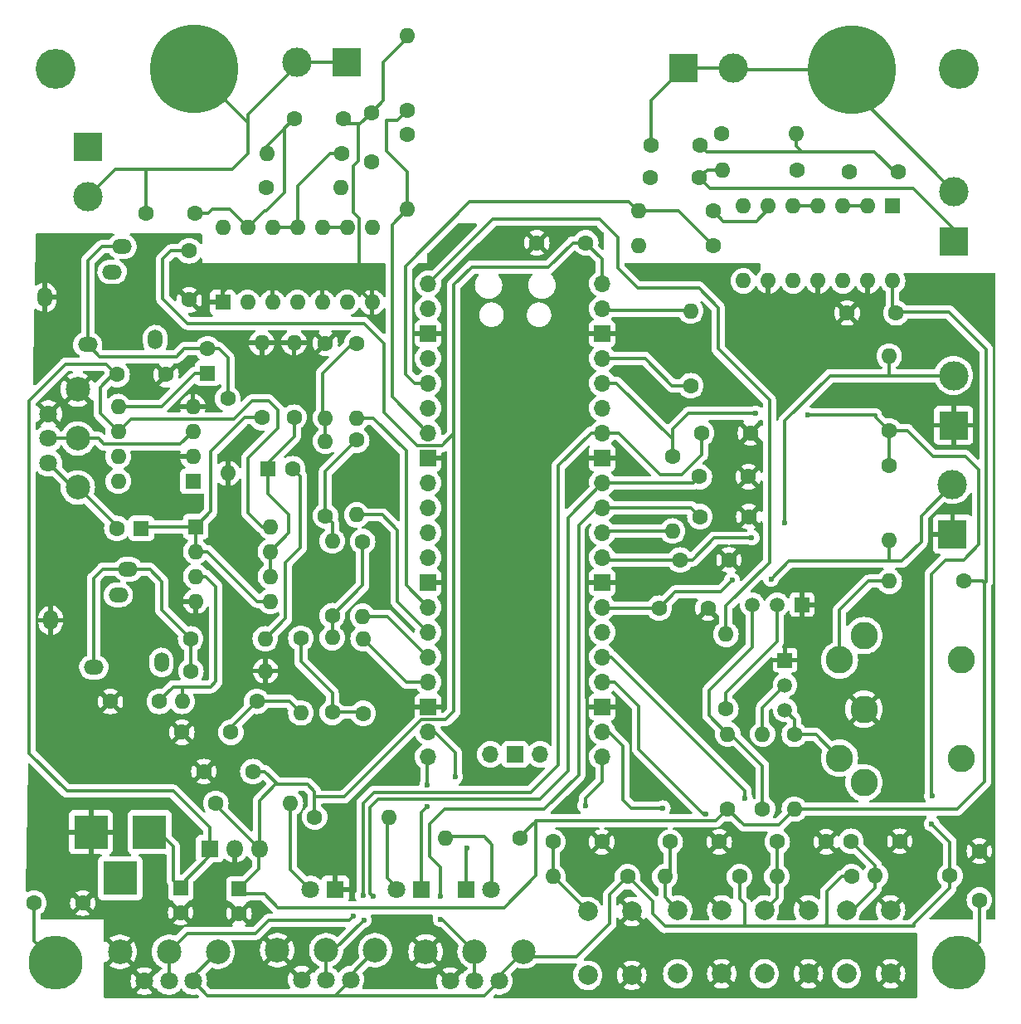
<source format=gbr>
%TF.GenerationSoftware,KiCad,Pcbnew,7.0.11+dfsg-1build4*%
%TF.CreationDate,2025-01-11T22:11:35-06:00*%
%TF.ProjectId,MCTheremin,4d435468-6572-4656-9d69-6e2e6b696361,rev?*%
%TF.SameCoordinates,Original*%
%TF.FileFunction,Copper,L2,Bot*%
%TF.FilePolarity,Positive*%
%FSLAX46Y46*%
G04 Gerber Fmt 4.6, Leading zero omitted, Abs format (unit mm)*
G04 Created by KiCad (PCBNEW 7.0.11+dfsg-1build4) date 2025-01-11 22:11:35*
%MOMM*%
%LPD*%
G01*
G04 APERTURE LIST*
%TA.AperFunction,ComponentPad*%
%ADD10C,1.600000*%
%TD*%
%TA.AperFunction,ComponentPad*%
%ADD11O,1.600000X1.600000*%
%TD*%
%TA.AperFunction,ComponentPad*%
%ADD12R,1.600000X1.600000*%
%TD*%
%TA.AperFunction,ComponentPad*%
%ADD13R,3.500000X3.500000*%
%TD*%
%TA.AperFunction,ComponentPad*%
%ADD14C,9.000000*%
%TD*%
%TA.AperFunction,ComponentPad*%
%ADD15C,4.064000*%
%TD*%
%TA.AperFunction,ComponentPad*%
%ADD16C,5.500000*%
%TD*%
%TA.AperFunction,ComponentPad*%
%ADD17R,1.500000X1.500000*%
%TD*%
%TA.AperFunction,ComponentPad*%
%ADD18C,1.500000*%
%TD*%
%TA.AperFunction,ComponentPad*%
%ADD19C,1.800000*%
%TD*%
%TA.AperFunction,ComponentPad*%
%ADD20C,2.500000*%
%TD*%
%TA.AperFunction,ComponentPad*%
%ADD21C,2.000000*%
%TD*%
%TA.AperFunction,ComponentPad*%
%ADD22R,1.800000X1.800000*%
%TD*%
%TA.AperFunction,ComponentPad*%
%ADD23O,1.800000X1.800000*%
%TD*%
%TA.AperFunction,ComponentPad*%
%ADD24R,3.000000X3.000000*%
%TD*%
%TA.AperFunction,ComponentPad*%
%ADD25C,3.000000*%
%TD*%
%TA.AperFunction,ComponentPad*%
%ADD26O,1.500000X2.000000*%
%TD*%
%TA.AperFunction,ComponentPad*%
%ADD27O,2.000000X1.500000*%
%TD*%
%TA.AperFunction,ComponentPad*%
%ADD28C,2.800000*%
%TD*%
%TA.AperFunction,ComponentPad*%
%ADD29O,1.700000X1.700000*%
%TD*%
%TA.AperFunction,ComponentPad*%
%ADD30R,1.700000X1.700000*%
%TD*%
%TA.AperFunction,ViaPad*%
%ADD31C,0.600000*%
%TD*%
%TA.AperFunction,Conductor*%
%ADD32C,0.350000*%
%TD*%
G04 APERTURE END LIST*
D10*
%TO.P,R39,1*%
%TO.N,SNDOUT*%
X85020000Y-120623000D03*
D11*
%TO.P,R39,2*%
%TO.N,Net-(U7-GPIO13)*%
X85020000Y-113003000D03*
%TD*%
D10*
%TO.P,R38,1*%
%TO.N,Net-(R35-Pad1)*%
X84970000Y-103083000D03*
D11*
%TO.P,R38,2*%
%TO.N,Net-(U7-GPIO12)*%
X84970000Y-110703000D03*
%TD*%
%TO.P,R37,2*%
%TO.N,Net-(U7-GPIO11)*%
X84370000Y-100373000D03*
D10*
%TO.P,R37,1*%
%TO.N,Net-(R17-Pad1)*%
X84370000Y-92753000D03*
%TD*%
%TO.P,R36,1*%
%TO.N,SNDOUT*%
X81870000Y-120523000D03*
D11*
%TO.P,R36,2*%
%TO.N,Net-(R35-Pad1)*%
X81870000Y-112903000D03*
%TD*%
D10*
%TO.P,R35,1*%
%TO.N,Net-(R35-Pad1)*%
X81870000Y-110653000D03*
D11*
%TO.P,R35,2*%
%TO.N,Net-(R17-Pad1)*%
X81870000Y-103033000D03*
%TD*%
D10*
%TO.P,R17,1*%
%TO.N,Net-(R17-Pad1)*%
X81170000Y-100473000D03*
D11*
%TO.P,R17,2*%
%TO.N,Net-(R10-Pad2)*%
X81170000Y-92853000D03*
%TD*%
D10*
%TO.P,R15,1*%
%TO.N,Net-(R10-Pad2)*%
X84370000Y-82853000D03*
D11*
%TO.P,R15,2*%
%TO.N,Net-(U7-GPIO10)*%
X84370000Y-90473000D03*
%TD*%
D10*
%TO.P,R10,1*%
%TO.N,GND*%
X81170000Y-82853000D03*
D11*
%TO.P,R10,2*%
%TO.N,Net-(R10-Pad2)*%
X81170000Y-90473000D03*
%TD*%
D10*
%TO.P,C1,1*%
%TO.N,PITCH*%
X119400000Y-100543000D03*
%TO.P,C1,2*%
%TO.N,GND*%
X124400000Y-100543000D03*
%TD*%
%TO.P,C3,1*%
%TO.N,SENS*%
X119350000Y-96473000D03*
%TO.P,C3,2*%
%TO.N,GND*%
X124350000Y-96473000D03*
%TD*%
D12*
%TO.P,C5,1*%
%TO.N,+9V*%
X66400000Y-138433000D03*
D10*
%TO.P,C5,2*%
%TO.N,GND*%
X66400000Y-140933000D03*
%TD*%
D12*
%TO.P,C6,1*%
%TO.N,Net-(U5A--)*%
X62380000Y-101753000D03*
D10*
%TO.P,C6,2*%
%TO.N,Net-(C6-Pad2)*%
X59880000Y-101753000D03*
%TD*%
%TO.P,C8,1*%
%TO.N,Net-(C23-Pad1)*%
X119380000Y-62643000D03*
%TO.P,C8,2*%
%TO.N,Net-(J10-Pin_2)*%
X114380000Y-62643000D03*
%TD*%
%TO.P,C9,1*%
%TO.N,Net-(C24-Pad1)*%
X67870000Y-69593000D03*
%TO.P,C9,2*%
%TO.N,Net-(J13-Pin_2)*%
X62870000Y-69593000D03*
%TD*%
D12*
%TO.P,C10,1*%
%TO.N,+5V*%
X72350000Y-138533000D03*
D10*
%TO.P,C10,2*%
%TO.N,GND*%
X72350000Y-141033000D03*
%TD*%
%TO.P,C11,1*%
%TO.N,VOLUME*%
X119560000Y-92023000D03*
%TO.P,C11,2*%
%TO.N,GND*%
X124560000Y-92023000D03*
%TD*%
D12*
%TO.P,C12,1*%
%TO.N,Net-(C12-Pad1)*%
X69140000Y-85913000D03*
D10*
%TO.P,C12,2*%
%TO.N,Net-(C12-Pad2)*%
X69140000Y-83413000D03*
%TD*%
D12*
%TO.P,C13,1*%
%TO.N,Net-(U5B--)*%
X75314888Y-95653000D03*
D10*
%TO.P,C13,2*%
%TO.N,Net-(C13-Pad2)*%
X77814888Y-95653000D03*
%TD*%
%TO.P,C14,1*%
%TO.N,BUTTON1*%
X104394000Y-133731000D03*
%TO.P,C14,2*%
%TO.N,GND*%
X109394000Y-133731000D03*
%TD*%
%TO.P,C15,1*%
%TO.N,BUTTON2*%
X116372000Y-133731000D03*
%TO.P,C15,2*%
%TO.N,GND*%
X121372000Y-133731000D03*
%TD*%
%TO.P,C17,1*%
%TO.N,+5V*%
X67260000Y-73433000D03*
%TO.P,C17,2*%
%TO.N,GND*%
X67260000Y-78433000D03*
%TD*%
%TO.P,C18,1*%
%TO.N,+5V*%
X107750000Y-72603000D03*
%TO.P,C18,2*%
%TO.N,GND*%
X102750000Y-72603000D03*
%TD*%
D13*
%TO.P,J1,1*%
%TO.N,+9V*%
X63230000Y-132733000D03*
%TO.P,J1,2*%
%TO.N,GND*%
X57230000Y-132733000D03*
%TO.P,J1,3*%
%TO.N,unconnected-(J1-Pad3)*%
X60230000Y-137433000D03*
%TD*%
D14*
%TO.P,J7,1,Pin_1*%
%TO.N,Net-(J13-Pin_2)*%
X67741800Y-54825900D03*
%TD*%
%TO.P,J8,1,Pin_1*%
%TO.N,Net-(J10-Pin_2)*%
X134874000Y-54991000D03*
%TD*%
D15*
%TO.P,J11,1,Pin_1*%
%TO.N,unconnected-(J11-Pin_1-Pad1)*%
X53594000Y-54864000D03*
%TD*%
%TO.P,J12,1,Pin_1*%
%TO.N,unconnected-(J12-Pin_1-Pad1)*%
X145796000Y-54864000D03*
%TD*%
D16*
%TO.P,J14,1,Pin_1*%
%TO.N,Net-(J14-Pin_1)*%
X145796000Y-146050000D03*
%TD*%
%TO.P,J15,1,Pin_1*%
%TO.N,Net-(J15-Pin_1)*%
X53594000Y-146050000D03*
%TD*%
D17*
%TO.P,Q3,1,E*%
%TO.N,GND*%
X128090000Y-115193000D03*
D18*
%TO.P,Q3,2,B*%
%TO.N,Net-(Q3-B)*%
X128090000Y-117733000D03*
%TO.P,Q3,3,C*%
%TO.N,Net-(Q3-C)*%
X128090000Y-120273000D03*
%TD*%
D10*
%TO.P,R2,1*%
%TO.N,Net-(R2-Pad1)*%
X82810000Y-63483000D03*
D11*
%TO.P,R2,2*%
%TO.N,Net-(C24-Pad1)*%
X75190000Y-63483000D03*
%TD*%
D10*
%TO.P,R5,1*%
%TO.N,+5V*%
X69980000Y-129803000D03*
D11*
%TO.P,R5,2*%
%TO.N,Net-(D1-A)*%
X77600000Y-129803000D03*
%TD*%
D10*
%TO.P,R6,1*%
%TO.N,Net-(C12-Pad2)*%
X71200000Y-88498000D03*
D11*
%TO.P,R6,2*%
%TO.N,GND*%
X71200000Y-96118000D03*
%TD*%
D10*
%TO.P,R7,1*%
%TO.N,Net-(R2-Pad1)*%
X75110000Y-66993000D03*
D11*
%TO.P,R7,2*%
%TO.N,Net-(J13-Pin_1)*%
X82730000Y-66993000D03*
%TD*%
D10*
%TO.P,R8,1*%
%TO.N,Net-(R1-Pad1)*%
X129310000Y-65183000D03*
D11*
%TO.P,R8,2*%
%TO.N,Net-(J10-Pin_1)*%
X121690000Y-65183000D03*
%TD*%
D10*
%TO.P,R9,1*%
%TO.N,+3V3*%
X112014000Y-137287000D03*
D11*
%TO.P,R9,2*%
%TO.N,BUTTON1*%
X104394000Y-137287000D03*
%TD*%
D10*
%TO.P,R11,1*%
%TO.N,+3V3*%
X123444000Y-137287000D03*
D11*
%TO.P,R11,2*%
%TO.N,BUTTON2*%
X115824000Y-137287000D03*
%TD*%
D10*
%TO.P,R14,1*%
%TO.N,Net-(Q1-B)*%
X122060000Y-120173000D03*
D11*
%TO.P,R14,2*%
%TO.N,MIDIOUT*%
X122060000Y-112553000D03*
%TD*%
D10*
%TO.P,R16,1*%
%TO.N,+5V*%
X122240000Y-130353000D03*
D11*
%TO.P,R16,2*%
%TO.N,Net-(Q1-C)*%
X122240000Y-122733000D03*
%TD*%
D10*
%TO.P,R18,1*%
%TO.N,Net-(Q3-C)*%
X129040000Y-122773000D03*
D11*
%TO.P,R18,2*%
%TO.N,+5V*%
X129040000Y-130393000D03*
%TD*%
D10*
%TO.P,R19,1*%
%TO.N,+5V*%
X146360000Y-107143000D03*
D11*
%TO.P,R19,2*%
%TO.N,Net-(J21-Pad4)*%
X138740000Y-107143000D03*
%TD*%
D19*
%TO.P,RV1,1,1*%
%TO.N,+3V3*%
X98900000Y-147923000D03*
D20*
X101400000Y-144923000D03*
%TO.P,RV1,2,2*%
%TO.N,PITCH*%
X96400000Y-144923000D03*
D19*
X96400000Y-147923000D03*
D20*
%TO.P,RV1,3,3*%
%TO.N,GND*%
X91400000Y-144923000D03*
D19*
X93900000Y-147923000D03*
%TD*%
%TO.P,RV2,1,1*%
%TO.N,+3V3*%
X83750000Y-147793000D03*
D20*
X86250000Y-144793000D03*
%TO.P,RV2,2,2*%
%TO.N,SENS*%
X81250000Y-144793000D03*
D19*
X81250000Y-147793000D03*
D20*
%TO.P,RV2,3,3*%
%TO.N,GND*%
X76250000Y-144793000D03*
D19*
X78750000Y-147793000D03*
%TD*%
%TO.P,RV4,1,1*%
%TO.N,+3V3*%
X67690000Y-147943000D03*
D20*
X70190000Y-144943000D03*
%TO.P,RV4,2,2*%
%TO.N,VOLUME*%
X65190000Y-144943000D03*
D19*
X65190000Y-147943000D03*
D20*
%TO.P,RV4,3,3*%
%TO.N,GND*%
X60190000Y-144943000D03*
D19*
X62690000Y-147943000D03*
%TD*%
D21*
%TO.P,SW1,1,1*%
%TO.N,GND*%
X112450000Y-140843000D03*
X112450000Y-147343000D03*
%TO.P,SW1,2,2*%
%TO.N,BUTTON1*%
X107950000Y-140843000D03*
X107950000Y-147343000D03*
%TD*%
%TO.P,SW2,1,1*%
%TO.N,GND*%
X121630000Y-140693000D03*
X121630000Y-147193000D03*
%TO.P,SW2,2,2*%
%TO.N,BUTTON2*%
X117130000Y-140693000D03*
X117130000Y-147193000D03*
%TD*%
D12*
%TO.P,U1,1*%
%TO.N,GND*%
X70688200Y-78689200D03*
D11*
%TO.P,U1,2*%
%TO.N,unconnected-(U1-Pad2)*%
X73228200Y-78689200D03*
%TO.P,U1,3*%
%TO.N,GND*%
X75768200Y-78689200D03*
%TO.P,U1,4*%
%TO.N,unconnected-(U1-Pad4)*%
X78308200Y-78689200D03*
%TO.P,U1,5*%
%TO.N,GND*%
X80848200Y-78689200D03*
%TO.P,U1,6*%
%TO.N,unconnected-(U1-Pad6)*%
X83388200Y-78689200D03*
%TO.P,U1,7,GND*%
%TO.N,GND*%
X85928200Y-78689200D03*
%TO.P,U1,8*%
%TO.N,Net-(R22-Pad1)*%
X85928200Y-71069200D03*
%TO.P,U1,9*%
%TO.N,Net-(U1-Pad10)*%
X83388200Y-71069200D03*
%TO.P,U1,10*%
X80848200Y-71069200D03*
%TO.P,U1,11*%
%TO.N,Net-(R2-Pad1)*%
X78308200Y-71069200D03*
%TO.P,U1,12*%
X75768200Y-71069200D03*
%TO.P,U1,13*%
%TO.N,Net-(C24-Pad1)*%
X73228200Y-71069200D03*
%TO.P,U1,14,VCC*%
%TO.N,+5V*%
X70688200Y-71069200D03*
%TD*%
D22*
%TO.P,U3,1,VI*%
%TO.N,+9V*%
X69350000Y-134443000D03*
D23*
%TO.P,U3,2,GND*%
%TO.N,GND*%
X71890000Y-134443000D03*
%TO.P,U3,3,VO*%
%TO.N,+5V*%
X74430000Y-134443000D03*
%TD*%
D12*
%TO.P,U4,1*%
%TO.N,unconnected-(U4-Pad1)*%
X67640000Y-96933000D03*
D11*
%TO.P,U4,2,-*%
%TO.N,GND*%
X67640000Y-94393000D03*
%TO.P,U4,3,+*%
%TO.N,Net-(U4-+)*%
X67640000Y-91853000D03*
%TO.P,U4,4,Gnd*%
%TO.N,GND*%
X67640000Y-89313000D03*
%TO.P,U4,5*%
%TO.N,Net-(C12-Pad1)*%
X60020000Y-89313000D03*
%TO.P,U4,6,V+*%
%TO.N,+9V*%
X60020000Y-91853000D03*
%TO.P,U4,7*%
%TO.N,unconnected-(U4-Pad7)*%
X60020000Y-94393000D03*
%TO.P,U4,8*%
%TO.N,unconnected-(U4-Pad8)*%
X60020000Y-96933000D03*
%TD*%
D12*
%TO.P,U5,1*%
%TO.N,Net-(U5A--)*%
X67930000Y-101563000D03*
D11*
%TO.P,U5,2,-*%
X67930000Y-104103000D03*
%TO.P,U5,3,+*%
%TO.N,Net-(U5A-+)*%
X67930000Y-106643000D03*
%TO.P,U5,4,V-*%
%TO.N,GND*%
X67930000Y-109183000D03*
%TO.P,U5,5,+*%
%TO.N,Net-(U5A--)*%
X75550000Y-109183000D03*
%TO.P,U5,6,-*%
%TO.N,Net-(U5B--)*%
X75550000Y-106643000D03*
%TO.P,U5,7*%
X75550000Y-104103000D03*
%TO.P,U5,8,V+*%
%TO.N,+9V*%
X75550000Y-101563000D03*
%TD*%
D10*
%TO.P,R20,1*%
%TO.N,Net-(R20-Pad1)*%
X120740000Y-69353000D03*
D11*
%TO.P,R20,2*%
%TO.N,PITCHSIG*%
X113120000Y-69353000D03*
%TD*%
D10*
%TO.P,R21,1*%
%TO.N,PITCHSIG*%
X120740000Y-72863000D03*
D11*
%TO.P,R21,2*%
%TO.N,GND*%
X113120000Y-72863000D03*
%TD*%
D10*
%TO.P,R22,1*%
%TO.N,Net-(R22-Pad1)*%
X89560000Y-61583000D03*
D11*
%TO.P,R22,2*%
%TO.N,VOLSIG*%
X89560000Y-69203000D03*
%TD*%
D10*
%TO.P,R23,1*%
%TO.N,VOLSIG*%
X89500000Y-59073000D03*
D11*
%TO.P,R23,2*%
%TO.N,GND*%
X89500000Y-51453000D03*
%TD*%
D24*
%TO.P,J5,1,Pin_1*%
%TO.N,Net-(J10-Pin_2)*%
X117683280Y-54762400D03*
D25*
%TO.P,J5,2,Pin_2*%
X122763280Y-54762400D03*
%TD*%
D24*
%TO.P,J6,1,Pin_1*%
%TO.N,Net-(J13-Pin_2)*%
X83370000Y-54203000D03*
D25*
%TO.P,J6,2,Pin_2*%
X78290000Y-54203000D03*
%TD*%
D19*
%TO.P,RV5,1,1*%
%TO.N,Net-(C6-Pad2)*%
X52900000Y-95073000D03*
D20*
X55900000Y-97573000D03*
%TO.P,RV5,2,2*%
%TO.N,Net-(U4-+)*%
X55900000Y-92573000D03*
D19*
X52900000Y-92573000D03*
D20*
%TO.P,RV5,3,3*%
%TO.N,GND*%
X55900000Y-87573000D03*
D19*
X52900000Y-90073000D03*
%TD*%
D12*
%TO.P,U6,1*%
%TO.N,Net-(C23-Pad1)*%
X139080000Y-68873000D03*
D11*
%TO.P,U6,2*%
%TO.N,Net-(R1-Pad1)*%
X136540000Y-68873000D03*
%TO.P,U6,3*%
X134000000Y-68873000D03*
%TO.P,U6,4*%
%TO.N,Net-(U6-Pad4)*%
X131460000Y-68873000D03*
%TO.P,U6,5*%
X128920000Y-68873000D03*
%TO.P,U6,6*%
%TO.N,Net-(R20-Pad1)*%
X126380000Y-68873000D03*
%TO.P,U6,7,GND*%
%TO.N,GND*%
X123840000Y-68873000D03*
%TO.P,U6,8*%
%TO.N,unconnected-(U6-Pad8)*%
X123840000Y-76493000D03*
%TO.P,U6,9*%
%TO.N,GND*%
X126380000Y-76493000D03*
%TO.P,U6,10*%
%TO.N,unconnected-(U6-Pad10)*%
X128920000Y-76493000D03*
%TO.P,U6,11*%
%TO.N,GND*%
X131460000Y-76493000D03*
%TO.P,U6,12*%
%TO.N,unconnected-(U6-Pad12)*%
X134000000Y-76493000D03*
%TO.P,U6,13*%
%TO.N,GND*%
X136540000Y-76493000D03*
%TO.P,U6,14,VCC*%
%TO.N,+5V*%
X139080000Y-76493000D03*
%TD*%
D10*
%TO.P,C20,1*%
%TO.N,+5V*%
X139430000Y-79763000D03*
%TO.P,C20,2*%
%TO.N,GND*%
X134430000Y-79763000D03*
%TD*%
%TO.P,C21,1*%
%TO.N,GND*%
X147930000Y-134673000D03*
%TO.P,C21,2*%
%TO.N,Net-(J14-Pin_1)*%
X147930000Y-139673000D03*
%TD*%
%TO.P,C22,1*%
%TO.N,GND*%
X56410000Y-139973000D03*
%TO.P,C22,2*%
%TO.N,Net-(J15-Pin_1)*%
X51410000Y-139973000D03*
%TD*%
%TO.P,C23,1*%
%TO.N,Net-(C23-Pad1)*%
X139660000Y-65373000D03*
%TO.P,C23,2*%
%TO.N,GND*%
X134660000Y-65373000D03*
%TD*%
%TO.P,C24,1*%
%TO.N,Net-(C24-Pad1)*%
X78000000Y-59923000D03*
%TO.P,C24,2*%
%TO.N,GND*%
X83000000Y-59923000D03*
%TD*%
%TO.P,C25,1*%
%TO.N,GND*%
X114360000Y-65983000D03*
%TO.P,C25,2*%
%TO.N,Net-(J10-Pin_1)*%
X119360000Y-65983000D03*
%TD*%
%TO.P,C26,1*%
%TO.N,GND*%
X85860000Y-59313000D03*
%TO.P,C26,2*%
%TO.N,Net-(J13-Pin_1)*%
X85860000Y-64313000D03*
%TD*%
%TO.P,R1,1*%
%TO.N,Net-(R1-Pad1)*%
X121630000Y-61443000D03*
D11*
%TO.P,R1,2*%
%TO.N,Net-(C23-Pad1)*%
X129250000Y-61443000D03*
%TD*%
D10*
%TO.P,C19,1*%
%TO.N,BUTTON3*%
X127294000Y-133731000D03*
%TO.P,C19,2*%
%TO.N,GND*%
X132294000Y-133731000D03*
%TD*%
%TO.P,R13,1*%
%TO.N,+5V*%
X101030000Y-133313000D03*
D11*
%TO.P,R13,2*%
%TO.N,Net-(D3-A)*%
X93410000Y-133313000D03*
%TD*%
D10*
%TO.P,R27,1*%
%TO.N,Net-(J3-PadS1)*%
X67440000Y-116293000D03*
D11*
%TO.P,R27,2*%
%TO.N,GND*%
X75060000Y-116293000D03*
%TD*%
D10*
%TO.P,C16,1*%
%TO.N,+5V*%
X73770000Y-126553000D03*
%TO.P,C16,2*%
%TO.N,GND*%
X68770000Y-126553000D03*
%TD*%
D22*
%TO.P,D3,1,K*%
%TO.N,LED2*%
X95530000Y-138633000D03*
D19*
%TO.P,D3,2,A*%
%TO.N,Net-(D3-A)*%
X98070000Y-138633000D03*
%TD*%
D21*
%TO.P,SW4,1,1*%
%TO.N,GND*%
X138866000Y-140693000D03*
X138866000Y-147193000D03*
%TO.P,SW4,2,2*%
%TO.N,BUTTON4*%
X134366000Y-140693000D03*
X134366000Y-147193000D03*
%TD*%
D22*
%TO.P,D1,1,K*%
%TO.N,GND*%
X82170000Y-138573000D03*
D19*
%TO.P,D1,2,A*%
%TO.N,Net-(D1-A)*%
X79630000Y-138573000D03*
%TD*%
D10*
%TO.P,R28,1*%
%TO.N,Net-(U5B--)*%
X77970000Y-90403000D03*
D11*
%TO.P,R28,2*%
%TO.N,GND*%
X77970000Y-82783000D03*
%TD*%
D10*
%TO.P,R33,1*%
%TO.N,+3V3*%
X138690000Y-95353000D03*
D11*
%TO.P,R33,2*%
%TO.N,Net-(J9-Pin_2)*%
X138690000Y-102973000D03*
%TD*%
D10*
%TO.P,C7,1*%
%TO.N,BUTTON4*%
X134810000Y-133663000D03*
%TO.P,C7,2*%
%TO.N,GND*%
X139810000Y-133663000D03*
%TD*%
D17*
%TO.P,Q1,1,E*%
%TO.N,GND*%
X129830000Y-109523000D03*
D18*
%TO.P,Q1,2,B*%
%TO.N,Net-(Q1-B)*%
X127290000Y-109523000D03*
%TO.P,Q1,3,C*%
%TO.N,Net-(Q1-C)*%
X124750000Y-109523000D03*
%TD*%
D24*
%TO.P,J10,1,Pin_1*%
%TO.N,Net-(J10-Pin_1)*%
X145330000Y-72473000D03*
D25*
%TO.P,J10,2,Pin_2*%
%TO.N,Net-(J10-Pin_2)*%
X145330000Y-67393000D03*
%TD*%
D10*
%TO.P,R3,1*%
%TO.N,SNDOUT*%
X78670000Y-112953000D03*
D11*
%TO.P,R3,2*%
%TO.N,Net-(C4-Pad1)*%
X78670000Y-120573000D03*
%TD*%
D26*
%TO.P,J3,G*%
%TO.N,GND*%
X53130000Y-111123000D03*
D27*
%TO.P,J3,S1*%
%TO.N,Net-(J3-PadS1)*%
X61030000Y-105923000D03*
%TO.P,J3,SN1*%
%TO.N,unconnected-(J3-PadSN1)*%
X60030000Y-108523000D03*
%TO.P,J3,T1*%
%TO.N,Net-(J3-PadS1)*%
X57530000Y-115923000D03*
D26*
%TO.P,J3,TN1*%
%TO.N,unconnected-(J3-PadTN1)*%
X64430000Y-115423000D03*
%TD*%
D10*
%TO.P,C2,1*%
%TO.N,Net-(J9-Pin_2)*%
X115230000Y-109883000D03*
%TO.P,C2,2*%
%TO.N,GND*%
X120230000Y-109883000D03*
%TD*%
D24*
%TO.P,J13,1,Pin_1*%
%TO.N,Net-(J13-Pin_1)*%
X56896000Y-62865000D03*
D25*
%TO.P,J13,2,Pin_2*%
%TO.N,Net-(J13-Pin_2)*%
X56896000Y-67945000D03*
%TD*%
D10*
%TO.P,R29,1*%
%TO.N,Net-(U5A--)*%
X74670000Y-90453000D03*
D11*
%TO.P,R29,2*%
%TO.N,GND*%
X74670000Y-82833000D03*
%TD*%
D28*
%TO.P,J21,1*%
%TO.N,unconnected-(J21-Pad1)*%
X136150000Y-112689000D03*
%TO.P,J21,2*%
%TO.N,GND*%
X136150000Y-120189000D03*
%TO.P,J21,3*%
%TO.N,unconnected-(J21-Pad3)*%
X136150000Y-127689000D03*
%TO.P,J21,4*%
%TO.N,Net-(J21-Pad4)*%
X133650000Y-115189000D03*
%TO.P,J21,5*%
%TO.N,Net-(Q3-C)*%
X133650000Y-125189000D03*
%TO.P,J21,G*%
%TO.N,N/C*%
X146050000Y-115189000D03*
X146050000Y-125189000D03*
%TD*%
D10*
%TO.P,R31,1*%
%TO.N,+3V3*%
X134874000Y-137287000D03*
D11*
%TO.P,R31,2*%
%TO.N,BUTTON3*%
X127254000Y-137287000D03*
%TD*%
D22*
%TO.P,D2,1,K*%
%TO.N,LED1*%
X90970000Y-138613000D03*
D19*
%TO.P,D2,2,A*%
%TO.N,Net-(D2-A)*%
X88430000Y-138613000D03*
%TD*%
D29*
%TO.P,U7,1,GPIO0*%
%TO.N,MIDIOUT*%
X91660000Y-76783000D03*
%TO.P,U7,2,GPIO1*%
%TO.N,unconnected-(U7-GPIO1-Pad2)*%
X91660000Y-79323000D03*
D30*
%TO.P,U7,3,GND*%
%TO.N,GND*%
X91660000Y-81863000D03*
D29*
%TO.P,U7,4,GPIO2*%
%TO.N,unconnected-(U7-GPIO2-Pad4)*%
X91660000Y-84403000D03*
%TO.P,U7,5,GPIO3*%
%TO.N,PITCHSIG*%
X91660000Y-86943000D03*
%TO.P,U7,6,GPIO4*%
%TO.N,unconnected-(U7-GPIO4-Pad6)*%
X91660000Y-89483000D03*
%TO.P,U7,7,GPIO5*%
%TO.N,VOLSIG*%
X91660000Y-92023000D03*
D30*
%TO.P,U7,8,GND*%
%TO.N,GND*%
X91660000Y-94563000D03*
D29*
%TO.P,U7,9,GPIO6*%
%TO.N,unconnected-(U7-GPIO6-Pad9)*%
X91660000Y-97103000D03*
%TO.P,U7,10,GPIO7*%
%TO.N,unconnected-(U7-GPIO7-Pad10)*%
X91660000Y-99643000D03*
%TO.P,U7,11,GPIO8*%
%TO.N,unconnected-(U7-GPIO8-Pad11)*%
X91660000Y-102183000D03*
%TO.P,U7,12,GPIO9*%
%TO.N,unconnected-(U7-GPIO9-Pad12)*%
X91660000Y-104723000D03*
D30*
%TO.P,U7,13,GND*%
%TO.N,GND*%
X91660000Y-107263000D03*
D29*
%TO.P,U7,14,GPIO10*%
%TO.N,Net-(U7-GPIO10)*%
X91660000Y-109803000D03*
%TO.P,U7,15,GPIO11*%
%TO.N,Net-(U7-GPIO11)*%
X91660000Y-112343000D03*
%TO.P,U7,16,GPIO12*%
%TO.N,Net-(U7-GPIO12)*%
X91660000Y-114883000D03*
%TO.P,U7,17,GPIO13*%
%TO.N,Net-(U7-GPIO13)*%
X91660000Y-117423000D03*
D30*
%TO.P,U7,18,GND*%
%TO.N,GND*%
X91660000Y-119963000D03*
D29*
%TO.P,U7,19,GPIO14*%
%TO.N,LED2*%
X91660000Y-122503000D03*
%TO.P,U7,20,GPIO15*%
%TO.N,LED1*%
X91660000Y-125043000D03*
%TO.P,U7,21,GPIO16*%
%TO.N,BUTTON1*%
X109440000Y-125043000D03*
%TO.P,U7,22,GPIO17*%
%TO.N,BUTTON2*%
X109440000Y-122503000D03*
D30*
%TO.P,U7,23,GND*%
%TO.N,GND*%
X109440000Y-119963000D03*
D29*
%TO.P,U7,24,GPIO18*%
%TO.N,BUTTON3*%
X109440000Y-117423000D03*
%TO.P,U7,25,GPIO19*%
%TO.N,BUTTON4*%
X109440000Y-114883000D03*
%TO.P,U7,26,GPIO20*%
%TO.N,unconnected-(U7-GPIO20-Pad26)*%
X109440000Y-112343000D03*
%TO.P,U7,27,GPIO21*%
%TO.N,Net-(J9-Pin_2)*%
X109440000Y-109803000D03*
D30*
%TO.P,U7,28,GND*%
%TO.N,GND*%
X109440000Y-107263000D03*
D29*
%TO.P,U7,29,GPIO22*%
%TO.N,Net-(J2-Pin_2)*%
X109440000Y-104723000D03*
%TO.P,U7,30,RUN*%
%TO.N,Net-(U7-RUN)*%
X109440000Y-102183000D03*
%TO.P,U7,31,GPIO26_ADC0*%
%TO.N,PITCH*%
X109440000Y-99643000D03*
%TO.P,U7,32,GPIO27_ADC1*%
%TO.N,SENS*%
X109440000Y-97103000D03*
D30*
%TO.P,U7,33,AGND*%
%TO.N,GND*%
X109440000Y-94563000D03*
D29*
%TO.P,U7,34,GPIO28_ADC2*%
%TO.N,VOLUME*%
X109440000Y-92023000D03*
%TO.P,U7,35,ADC_VREF*%
%TO.N,unconnected-(U7-ADC_VREF-Pad35)*%
X109440000Y-89483000D03*
%TO.P,U7,36,3V3*%
%TO.N,+3V3*%
X109440000Y-86943000D03*
%TO.P,U7,37,3V3_EN*%
%TO.N,Net-(U7-3V3_EN)*%
X109440000Y-84403000D03*
D30*
%TO.P,U7,38,GND*%
%TO.N,GND*%
X109440000Y-81863000D03*
D29*
%TO.P,U7,39,VSYS*%
%TO.N,Net-(U7-VSYS)*%
X109440000Y-79323000D03*
%TO.P,U7,40,VBUS*%
%TO.N,+5V*%
X109440000Y-76783000D03*
%TO.P,U7,41,SWCLK*%
%TO.N,unconnected-(U7-SWCLK-Pad41)*%
X98010000Y-124813000D03*
D30*
%TO.P,U7,42,GND*%
%TO.N,unconnected-(U7-GND-Pad42)*%
X100550000Y-124813000D03*
D29*
%TO.P,U7,43,SWDIO*%
%TO.N,unconnected-(U7-SWDIO-Pad43)*%
X103090000Y-124813000D03*
%TD*%
D10*
%TO.P,C28,1*%
%TO.N,Net-(J2-Pin_2)*%
X117370000Y-104963000D03*
%TO.P,C28,2*%
%TO.N,GND*%
X122370000Y-104963000D03*
%TD*%
%TO.P,R34,1*%
%TO.N,+3V3*%
X138720000Y-91783000D03*
D11*
%TO.P,R34,2*%
%TO.N,Net-(J2-Pin_2)*%
X138720000Y-84163000D03*
%TD*%
D10*
%TO.P,C27,1*%
%TO.N,Net-(U5A-+)*%
X64220000Y-119403000D03*
%TO.P,C27,2*%
%TO.N,GND*%
X59220000Y-119403000D03*
%TD*%
%TO.P,R32,1*%
%TO.N,+3V3*%
X144930000Y-137193000D03*
D11*
%TO.P,R32,2*%
%TO.N,BUTTON4*%
X137310000Y-137193000D03*
%TD*%
D10*
%TO.P,R24,1*%
%TO.N,Net-(U7-3V3_EN)*%
X118460000Y-87183000D03*
D11*
%TO.P,R24,2*%
%TO.N,Net-(U7-VSYS)*%
X118460000Y-79563000D03*
%TD*%
D26*
%TO.P,J4,G*%
%TO.N,GND*%
X52500000Y-78183000D03*
D27*
%TO.P,J4,S1*%
%TO.N,Net-(C12-Pad2)*%
X60400000Y-72983000D03*
%TO.P,J4,SN1*%
%TO.N,unconnected-(J4-PadSN1)*%
X59400000Y-75583000D03*
%TO.P,J4,T1*%
%TO.N,Net-(C12-Pad2)*%
X56900000Y-82983000D03*
D26*
%TO.P,J4,TN1*%
%TO.N,unconnected-(J4-PadTN1)*%
X63800000Y-82483000D03*
%TD*%
D10*
%TO.P,R30,1*%
%TO.N,Net-(Q1-C)*%
X125800000Y-130353000D03*
D11*
%TO.P,R30,2*%
%TO.N,Net-(Q3-B)*%
X125800000Y-122733000D03*
%TD*%
D24*
%TO.P,J2,1,Pin_1*%
%TO.N,GND*%
X145290000Y-91233000D03*
D25*
%TO.P,J2,2,Pin_2*%
%TO.N,Net-(J2-Pin_2)*%
X145290000Y-86153000D03*
%TD*%
D10*
%TO.P,R26,1*%
%TO.N,+3V3*%
X116600000Y-94393000D03*
D11*
%TO.P,R26,2*%
%TO.N,Net-(U7-RUN)*%
X116600000Y-102013000D03*
%TD*%
D10*
%TO.P,R4,1*%
%TO.N,Net-(C4-Pad1)*%
X74170000Y-119403000D03*
D11*
%TO.P,R4,2*%
%TO.N,Net-(U5A-+)*%
X66550000Y-119403000D03*
%TD*%
D10*
%TO.P,R12,1*%
%TO.N,+5V*%
X80070000Y-131203000D03*
D11*
%TO.P,R12,2*%
%TO.N,Net-(D2-A)*%
X87690000Y-131203000D03*
%TD*%
D10*
%TO.P,C29,1*%
%TO.N,+9V*%
X59910000Y-86063000D03*
%TO.P,C29,2*%
%TO.N,GND*%
X64910000Y-86063000D03*
%TD*%
%TO.P,R25,1*%
%TO.N,Net-(J3-PadS1)*%
X67410000Y-113013000D03*
D11*
%TO.P,R25,2*%
%TO.N,Net-(C13-Pad2)*%
X75030000Y-113013000D03*
%TD*%
D10*
%TO.P,C4,1*%
%TO.N,Net-(C4-Pad1)*%
X71520000Y-122553000D03*
%TO.P,C4,2*%
%TO.N,GND*%
X66520000Y-122553000D03*
%TD*%
D21*
%TO.P,SW3,1,1*%
%TO.N,GND*%
X130484000Y-140693000D03*
X130484000Y-147193000D03*
%TO.P,SW3,2,2*%
%TO.N,BUTTON3*%
X125984000Y-140693000D03*
X125984000Y-147193000D03*
%TD*%
D24*
%TO.P,J9,1,Pin_1*%
%TO.N,GND*%
X145190000Y-102333000D03*
D25*
%TO.P,J9,2,Pin_2*%
%TO.N,Net-(J9-Pin_2)*%
X145190000Y-97253000D03*
%TD*%
D31*
%TO.N,SENS*%
X86030000Y-139293000D03*
X85080000Y-141723000D03*
%TO.N,VOLUME*%
X84030000Y-141323000D03*
X85000000Y-139233000D03*
%TO.N,BUTTON1*%
X107700000Y-130023000D03*
%TO.N,BUTTON2*%
X115610000Y-130293000D03*
%TO.N,LED1*%
X91550000Y-130153000D03*
X91550000Y-127963000D03*
%TO.N,LED2*%
X94420000Y-127093000D03*
X95650000Y-134353000D03*
%TO.N,+3V3*%
X125110000Y-90033000D03*
X143070000Y-131883000D03*
X143090000Y-129023000D03*
X130410000Y-90173000D03*
%TO.N,PITCH*%
X92930000Y-141613000D03*
X92930000Y-139273000D03*
%TO.N,BUTTON3*%
X119970000Y-130873000D03*
%TO.N,BUTTON4*%
X124000000Y-129293000D03*
%TO.N,Net-(J2-Pin_2)*%
X124700000Y-102673000D03*
X128080000Y-101213000D03*
%TO.N,Net-(J9-Pin_2)*%
X126660000Y-106913000D03*
X122680000Y-107043000D03*
%TD*%
D32*
%TO.N,+5V*%
X76280000Y-127883000D02*
X74950000Y-126553000D01*
X74950000Y-126553000D02*
X73770000Y-126553000D01*
%TO.N,Net-(C4-Pad1)*%
X74170000Y-119403000D02*
X77500000Y-119403000D01*
X77500000Y-119403000D02*
X78670000Y-120573000D01*
%TO.N,SNDOUT*%
X78670000Y-115353000D02*
X81870000Y-118553000D01*
X78670000Y-112953000D02*
X78670000Y-115353000D01*
X81870000Y-118553000D02*
X81870000Y-120523000D01*
%TO.N,Net-(C4-Pad1)*%
X74170000Y-119403000D02*
X71520000Y-122053000D01*
X71520000Y-122053000D02*
X71520000Y-122553000D01*
%TO.N,Net-(U5A-+)*%
X69450000Y-117903000D02*
X66570000Y-117903000D01*
X66550000Y-117923000D02*
X66570000Y-117903000D01*
X66570000Y-117903000D02*
X65620000Y-117903000D01*
X66550000Y-119403000D02*
X66550000Y-117923000D01*
%TO.N,Net-(R35-Pad1)*%
X81870000Y-112903000D02*
X81870000Y-110653000D01*
%TO.N,SNDOUT*%
X81870000Y-120523000D02*
X84920000Y-120523000D01*
X84920000Y-120523000D02*
X85020000Y-120623000D01*
%TO.N,Net-(U7-GPIO13)*%
X91660000Y-117423000D02*
X89440000Y-117423000D01*
X89440000Y-117423000D02*
X85020000Y-113003000D01*
%TO.N,Net-(U5A-+)*%
X69450000Y-117903000D02*
X69990000Y-117363000D01*
X65620000Y-117903000D02*
X64020000Y-119503000D01*
%TO.N,Net-(U7-GPIO12)*%
X84970000Y-110703000D02*
X87480000Y-110703000D01*
X87480000Y-110703000D02*
X91660000Y-114883000D01*
%TO.N,Net-(R35-Pad1)*%
X84970000Y-103083000D02*
X84970000Y-107553000D01*
X84970000Y-107553000D02*
X81870000Y-110653000D01*
%TO.N,Net-(R17-Pad1)*%
X81870000Y-103033000D02*
X81870000Y-101173000D01*
X81870000Y-101173000D02*
X81170000Y-100473000D01*
%TO.N,Net-(U7-GPIO11)*%
X84370000Y-100373000D02*
X86990000Y-100373000D01*
X86990000Y-100373000D02*
X88520000Y-101903000D01*
X88520000Y-101903000D02*
X88520000Y-109203000D01*
X88520000Y-109203000D02*
X91660000Y-112343000D01*
%TO.N,Net-(R17-Pad1)*%
X81170000Y-100473000D02*
X81170000Y-95953000D01*
X81170000Y-95953000D02*
X84370000Y-92753000D01*
%TO.N,Net-(U7-GPIO10)*%
X84370000Y-90473000D02*
X86040000Y-90473000D01*
X89420000Y-107563000D02*
X91660000Y-109803000D01*
X86040000Y-90473000D02*
X89420000Y-93853000D01*
X89420000Y-93853000D02*
X89420000Y-107563000D01*
%TO.N,+5V*%
X80060000Y-129159000D02*
X83064000Y-129159000D01*
X83064000Y-129159000D02*
X90970000Y-121253000D01*
X90970000Y-121253000D02*
X93420000Y-121253000D01*
X93420000Y-121253000D02*
X94290000Y-120383000D01*
X94290000Y-120383000D02*
X94290000Y-91821000D01*
%TO.N,Net-(C13-Pad2)*%
X77814888Y-95653000D02*
X78614887Y-96452999D01*
X78614887Y-96452999D02*
X78614887Y-103718113D01*
X78614887Y-103718113D02*
X77120000Y-105213000D01*
X77120000Y-110923000D02*
X75030000Y-113013000D01*
X77120000Y-105213000D02*
X77120000Y-110923000D01*
%TO.N,Net-(R10-Pad2)*%
X81170000Y-92853000D02*
X81170000Y-90473000D01*
%TO.N,+9V*%
X60020000Y-91853000D02*
X61300000Y-90573000D01*
X61300000Y-90573000D02*
X71850000Y-90573000D01*
X73670000Y-88753000D02*
X75370000Y-88753000D01*
X71850000Y-90573000D02*
X73670000Y-88753000D01*
X75370000Y-88753000D02*
X76320000Y-89703000D01*
X76320000Y-89703000D02*
X76320000Y-91503000D01*
X73270000Y-94553000D02*
X73270000Y-100153000D01*
X76320000Y-91503000D02*
X73270000Y-94553000D01*
X73270000Y-100153000D02*
X74680000Y-101563000D01*
X74680000Y-101563000D02*
X75550000Y-101563000D01*
%TO.N,Net-(U5B--)*%
X77970000Y-90403000D02*
X77970000Y-92403000D01*
X77970000Y-92403000D02*
X75314888Y-95058112D01*
X75314888Y-95058112D02*
X75314888Y-95653000D01*
X75550000Y-104103000D02*
X77420000Y-102233000D01*
X77420000Y-102233000D02*
X77420000Y-100303000D01*
X77420000Y-100303000D02*
X75314888Y-98197888D01*
X75314888Y-98197888D02*
X75314888Y-95653000D01*
%TO.N,Net-(U5A--)*%
X74670000Y-90453000D02*
X72920000Y-90453000D01*
X72920000Y-90453000D02*
X69470000Y-93903000D01*
X69470000Y-93903000D02*
X69470000Y-100023000D01*
X69470000Y-100023000D02*
X67930000Y-101563000D01*
%TO.N,Net-(R10-Pad2)*%
X83950000Y-82853000D02*
X84370000Y-82853000D01*
X80870000Y-90173000D02*
X80870000Y-85933000D01*
X81170000Y-90473000D02*
X80870000Y-90173000D01*
X80870000Y-85933000D02*
X83950000Y-82853000D01*
%TO.N,+5V*%
X94290000Y-91821000D02*
X94290000Y-92073000D01*
X65390000Y-73433000D02*
X67260000Y-73433000D01*
X94290000Y-92073000D02*
X93060000Y-93303000D01*
X93060000Y-93303000D02*
X90520000Y-93303000D01*
X85090000Y-80823000D02*
X67080000Y-80823000D01*
X67080000Y-80823000D02*
X64570000Y-78313000D01*
X64570000Y-78313000D02*
X64570000Y-74253000D01*
X90520000Y-93303000D02*
X87120000Y-89903000D01*
X87120000Y-89903000D02*
X87120000Y-82853000D01*
X87120000Y-82853000D02*
X85090000Y-80823000D01*
X64570000Y-74253000D02*
X65390000Y-73433000D01*
%TO.N,PITCHSIG*%
X113120000Y-69353000D02*
X117230000Y-69353000D01*
X117230000Y-69353000D02*
X120740000Y-72863000D01*
X90300000Y-86943000D02*
X89340000Y-85983000D01*
X91660000Y-86943000D02*
X90300000Y-86943000D01*
X95880000Y-68453000D02*
X112140000Y-68453000D01*
X113040000Y-69353000D02*
X113120000Y-69353000D01*
X112140000Y-68453000D02*
X113040000Y-69353000D01*
X89340000Y-85983000D02*
X89340000Y-74993000D01*
X89340000Y-74993000D02*
X95880000Y-68453000D01*
%TO.N,GND*%
X84620000Y-70123000D02*
X84620000Y-76743000D01*
X80848200Y-78689200D02*
X80848200Y-77001200D01*
X84620000Y-77381000D02*
X85928200Y-78689200D01*
X83000000Y-59923000D02*
X83541700Y-60464700D01*
X89500000Y-51453000D02*
X89500000Y-51723000D01*
X75768200Y-77034800D02*
X76060000Y-76743000D01*
X87070000Y-58103000D02*
X85860000Y-59313000D01*
X70688200Y-78689200D02*
X70688200Y-77614800D01*
X84550000Y-60464700D02*
X84550000Y-64253000D01*
X71560000Y-76743000D02*
X76060000Y-76743000D01*
X87070000Y-54153000D02*
X87070000Y-58103000D01*
X84620000Y-76743000D02*
X84620000Y-77381000D01*
X84550000Y-60464700D02*
X84708300Y-60464700D01*
X84708300Y-60464700D02*
X85860000Y-59313000D01*
X84030000Y-69533000D02*
X84620000Y-70123000D01*
X75768200Y-78689200D02*
X75768200Y-77034800D01*
X80848200Y-77001200D02*
X80590000Y-76743000D01*
X84550000Y-64253000D02*
X84030000Y-64773000D01*
X83541700Y-60464700D02*
X84550000Y-60464700D01*
X70688200Y-77614800D02*
X71560000Y-76743000D01*
X89500000Y-51723000D02*
X87070000Y-54153000D01*
X76060000Y-76743000D02*
X80590000Y-76743000D01*
X84030000Y-64773000D02*
X84030000Y-69533000D01*
X80590000Y-76743000D02*
X84620000Y-76743000D01*
%TO.N,+9V*%
X54805000Y-128558000D02*
X50920000Y-124673000D01*
X50920000Y-124673000D02*
X50920000Y-88703000D01*
X69320000Y-135233000D02*
X66400000Y-138153000D01*
X58760000Y-85003000D02*
X59640000Y-85883000D01*
X59640000Y-85883000D02*
X58160000Y-87363000D01*
X65625000Y-128558000D02*
X54805000Y-128558000D01*
X69350000Y-132283000D02*
X65625000Y-128558000D01*
X58160000Y-89993000D02*
X60020000Y-91853000D01*
X66400000Y-138153000D02*
X66400000Y-138433000D01*
X69350000Y-134443000D02*
X69320000Y-134473000D01*
X65640000Y-137673000D02*
X66400000Y-138433000D01*
X58160000Y-87363000D02*
X58160000Y-89993000D01*
X69350000Y-134443000D02*
X69350000Y-132283000D01*
X54620000Y-85003000D02*
X58760000Y-85003000D01*
X64180000Y-132733000D02*
X65640000Y-134193000D01*
X63230000Y-132733000D02*
X64180000Y-132733000D01*
X65640000Y-134193000D02*
X65640000Y-137673000D01*
X50920000Y-88703000D02*
X54620000Y-85003000D01*
X69320000Y-134473000D02*
X69320000Y-135233000D01*
%TO.N,SENS*%
X86580000Y-129383000D02*
X85740000Y-130223000D01*
X105910000Y-100633000D02*
X105910000Y-126503000D01*
X81250000Y-144793000D02*
X81250000Y-147793000D01*
X103030000Y-129383000D02*
X86580000Y-129383000D01*
X85740000Y-130223000D02*
X85740000Y-139003000D01*
X109440000Y-97103000D02*
X118720000Y-97103000D01*
X82010000Y-144793000D02*
X81250000Y-144793000D01*
X105910000Y-126503000D02*
X103030000Y-129383000D01*
X109440000Y-97103000D02*
X105910000Y-100633000D01*
X85080000Y-141723000D02*
X82010000Y-144793000D01*
X118720000Y-97103000D02*
X119350000Y-96473000D01*
X85740000Y-139003000D02*
X86030000Y-139293000D01*
%TO.N,Net-(U5A--)*%
X62570000Y-101563000D02*
X62380000Y-101753000D01*
X69110000Y-104103000D02*
X74190000Y-109183000D01*
X67930000Y-104103000D02*
X67930000Y-101563000D01*
X67930000Y-101563000D02*
X62570000Y-101563000D01*
X67930000Y-104103000D02*
X69110000Y-104103000D01*
X74190000Y-109183000D02*
X75550000Y-109183000D01*
%TO.N,+5V*%
X79330000Y-127883000D02*
X80060000Y-128613000D01*
X122240000Y-130353000D02*
X121040000Y-131553000D01*
X102700000Y-131553000D02*
X101030000Y-133223000D01*
X96140000Y-75063000D02*
X94290000Y-76913000D01*
X144804000Y-79653000D02*
X148610000Y-83459000D01*
X109440000Y-74293000D02*
X107750000Y-72603000D01*
X94290000Y-76913000D02*
X94290000Y-91821000D01*
X74430000Y-129533000D02*
X76080000Y-127883000D01*
X74430000Y-134443000D02*
X74400000Y-134473000D01*
X107750000Y-72603000D02*
X106420000Y-72603000D01*
X109440000Y-76783000D02*
X109440000Y-74293000D01*
X99390000Y-140493000D02*
X76350000Y-140493000D01*
X139540000Y-79653000D02*
X144804000Y-79653000D01*
X74400000Y-134473000D02*
X74400000Y-136483000D01*
X103960000Y-75063000D02*
X96140000Y-75063000D01*
X146360000Y-107143000D02*
X148260000Y-107143000D01*
X106420000Y-72603000D02*
X103960000Y-75063000D01*
X80060000Y-128613000D02*
X80060000Y-129159000D01*
X139080000Y-76493000D02*
X139080000Y-79413000D01*
X80060000Y-131173000D02*
X80090000Y-131203000D01*
X76350000Y-140493000D02*
X74920000Y-139063000D01*
X129040000Y-130393000D02*
X145650000Y-130393000D01*
X72880000Y-139063000D02*
X72350000Y-138533000D01*
X148610000Y-83459000D02*
X148610000Y-107153000D01*
X102700000Y-131553000D02*
X102680000Y-131573000D01*
X139430000Y-79763000D02*
X139540000Y-79653000D01*
X102680000Y-131573000D02*
X102680000Y-137203000D01*
X74430000Y-134443000D02*
X74430000Y-129533000D01*
X121040000Y-131553000D02*
X102700000Y-131553000D01*
X148260000Y-107143000D02*
X148440000Y-107323000D01*
X139080000Y-79413000D02*
X139430000Y-79763000D01*
X74400000Y-136483000D02*
X72350000Y-138533000D01*
X123890000Y-132003000D02*
X127430000Y-132003000D01*
X148610000Y-107153000D02*
X148440000Y-107323000D01*
X127430000Y-132003000D02*
X129040000Y-130393000D01*
X76080000Y-127883000D02*
X76280000Y-127883000D01*
X76280000Y-127883000D02*
X79330000Y-127883000D01*
X80060000Y-129159000D02*
X80060000Y-131173000D01*
X69980000Y-129803000D02*
X69980000Y-129993000D01*
X145650000Y-130393000D02*
X148440000Y-127603000D01*
X102680000Y-137203000D02*
X99390000Y-140493000D01*
X148440000Y-127603000D02*
X148440000Y-107323000D01*
X74920000Y-139063000D02*
X72880000Y-139063000D01*
X122240000Y-130353000D02*
X123890000Y-132003000D01*
X69980000Y-129993000D02*
X74430000Y-134443000D01*
%TO.N,VOLUME*%
X75390000Y-141733000D02*
X83620000Y-141733000D01*
X65190000Y-144943000D02*
X65190000Y-147943000D01*
X109440000Y-92023000D02*
X111130000Y-92023000D01*
X115380000Y-96273000D02*
X117510000Y-96273000D01*
X104960000Y-125883000D02*
X102170000Y-128673000D01*
X86110000Y-128673000D02*
X85000000Y-129783000D01*
X85000000Y-129783000D02*
X85000000Y-139233000D01*
X111130000Y-92023000D02*
X115380000Y-96273000D01*
X65190000Y-144943000D02*
X67080000Y-143053000D01*
X108290000Y-92023000D02*
X104960000Y-95353000D01*
X119560000Y-94223000D02*
X119560000Y-92023000D01*
X104960000Y-95353000D02*
X104960000Y-125883000D01*
X83620000Y-141733000D02*
X84030000Y-141323000D01*
X102170000Y-128673000D02*
X86110000Y-128673000D01*
X74070000Y-143053000D02*
X75390000Y-141733000D01*
X67080000Y-143053000D02*
X74070000Y-143053000D01*
X109440000Y-92023000D02*
X108290000Y-92023000D01*
X117510000Y-96273000D02*
X119560000Y-94223000D01*
%TO.N,Net-(C12-Pad1)*%
X67860000Y-85913000D02*
X69140000Y-85913000D01*
X60020000Y-89313000D02*
X64460000Y-89313000D01*
X64460000Y-89313000D02*
X67860000Y-85913000D01*
%TO.N,Net-(J10-Pin_2)*%
X134874000Y-54991000D02*
X122991880Y-54991000D01*
X145330000Y-67393000D02*
X134874000Y-56937000D01*
X114380000Y-62643000D02*
X114380000Y-58065680D01*
X122991880Y-54991000D02*
X122763280Y-54762400D01*
X122763280Y-54762400D02*
X117683280Y-54762400D01*
X114380000Y-58065680D02*
X117683280Y-54762400D01*
X134874000Y-56937000D02*
X134874000Y-54991000D01*
%TO.N,BUTTON1*%
X104394000Y-133731000D02*
X104394000Y-137287000D01*
X109440000Y-127563000D02*
X109440000Y-125043000D01*
X104394000Y-137287000D02*
X107950000Y-140843000D01*
X107700000Y-129303000D02*
X109440000Y-127563000D01*
X107700000Y-130023000D02*
X107700000Y-129303000D01*
%TO.N,BUTTON2*%
X116372000Y-133731000D02*
X116372000Y-136739000D01*
X111530000Y-129423000D02*
X111530000Y-123973000D01*
X111530000Y-123973000D02*
X110060000Y-122503000D01*
X115610000Y-130293000D02*
X112400000Y-130293000D01*
X115824000Y-139387000D02*
X117130000Y-140693000D01*
X112400000Y-130293000D02*
X111530000Y-129423000D01*
X116372000Y-136739000D02*
X115824000Y-137287000D01*
X110060000Y-122503000D02*
X109440000Y-122503000D01*
X115824000Y-137287000D02*
X115824000Y-139387000D01*
%TO.N,LED1*%
X90970000Y-138613000D02*
X90970000Y-130733000D01*
X91550000Y-127963000D02*
X91550000Y-125153000D01*
X91550000Y-125153000D02*
X91660000Y-125043000D01*
X90970000Y-130733000D02*
X91550000Y-130153000D01*
%TO.N,Net-(U5B--)*%
X75550000Y-104103000D02*
X75550000Y-106643000D01*
%TO.N,LED2*%
X94420000Y-127093000D02*
X94420000Y-124613000D01*
X95530000Y-138633000D02*
X95530000Y-134473000D01*
X92310000Y-122503000D02*
X91660000Y-122503000D01*
X95530000Y-134473000D02*
X95650000Y-134353000D01*
X94420000Y-124613000D02*
X92310000Y-122503000D01*
%TO.N,Net-(J14-Pin_1)*%
X147930000Y-143916000D02*
X145796000Y-146050000D01*
X147930000Y-139673000D02*
X147930000Y-143916000D01*
%TO.N,Net-(C12-Pad2)*%
X56900000Y-74443000D02*
X56900000Y-82983000D01*
X58360000Y-72983000D02*
X56900000Y-74443000D01*
X69140000Y-83413000D02*
X70290000Y-83413000D01*
X66760000Y-83413000D02*
X65960000Y-84213000D01*
X58130000Y-84213000D02*
X56900000Y-82983000D01*
X65960000Y-84213000D02*
X58130000Y-84213000D01*
X70290000Y-83413000D02*
X71200000Y-84323000D01*
X60400000Y-72983000D02*
X58360000Y-72983000D01*
X69140000Y-83413000D02*
X66760000Y-83413000D01*
X71200000Y-84323000D02*
X71200000Y-88498000D01*
%TO.N,Net-(R1-Pad1)*%
X134000000Y-68873000D02*
X136540000Y-68873000D01*
%TO.N,Net-(R2-Pad1)*%
X81670000Y-63483000D02*
X82810000Y-63483000D01*
X78308200Y-66844800D02*
X81670000Y-63483000D01*
X78308200Y-71069200D02*
X75768200Y-71069200D01*
X78308200Y-71069200D02*
X78308200Y-66844800D01*
%TO.N,VOLSIG*%
X91660000Y-92023000D02*
X87980000Y-88343000D01*
X87980000Y-70783000D02*
X89560000Y-69203000D01*
X88500000Y-60073000D02*
X89500000Y-59073000D01*
X87980000Y-88343000D02*
X87980000Y-70783000D01*
X87450000Y-60073000D02*
X88500000Y-60073000D01*
X87450000Y-63283000D02*
X87450000Y-60073000D01*
X89560000Y-65393000D02*
X87450000Y-63283000D01*
X89560000Y-69203000D02*
X89560000Y-65393000D01*
%TO.N,+3V3*%
X116600000Y-91633000D02*
X116600000Y-93063000D01*
X110880000Y-86943000D02*
X109440000Y-86943000D01*
X138720000Y-91783000D02*
X140610000Y-91783000D01*
X132334000Y-138811000D02*
X132334000Y-142113000D01*
X83750000Y-147293000D02*
X83750000Y-147793000D01*
X82140000Y-149403000D02*
X69150000Y-149403000D01*
X144930000Y-133743000D02*
X144930000Y-137193000D01*
X115824000Y-142367000D02*
X114554000Y-141097000D01*
X123444000Y-137287000D02*
X123444000Y-139573000D01*
X69150000Y-149403000D02*
X67690000Y-147943000D01*
X143070000Y-131883000D02*
X144930000Y-133743000D01*
X101940000Y-145463000D02*
X106810000Y-145463000D01*
X138720000Y-95323000D02*
X138690000Y-95353000D01*
X83750000Y-147793000D02*
X82140000Y-149403000D01*
X141224000Y-142113000D02*
X141224000Y-142367000D01*
X147890000Y-95793000D02*
X147890000Y-103383000D01*
X97420000Y-149403000D02*
X98900000Y-147923000D01*
X86250000Y-144793000D02*
X83750000Y-147293000D01*
X143240000Y-94413000D02*
X146510000Y-94413000D01*
X137320000Y-90173000D02*
X137320000Y-90383000D01*
X125110000Y-90033000D02*
X118200000Y-90033000D01*
X143010000Y-128943000D02*
X143090000Y-129023000D01*
X106810000Y-145463000D02*
X110200000Y-142073000D01*
X146310000Y-104963000D02*
X144480000Y-104963000D01*
X140610000Y-91783000D02*
X143240000Y-94413000D01*
X101400000Y-144923000D02*
X98900000Y-147423000D01*
X144930000Y-138407000D02*
X141224000Y-142113000D01*
X116600000Y-92663000D02*
X110880000Y-86943000D01*
X118200000Y-90033000D02*
X116600000Y-91633000D01*
X123952000Y-140081000D02*
X123952000Y-142367000D01*
X147890000Y-103383000D02*
X146310000Y-104963000D01*
X123444000Y-139573000D02*
X123952000Y-140081000D01*
X114554000Y-141097000D02*
X114554000Y-139827000D01*
X116600000Y-93063000D02*
X116600000Y-92663000D01*
X98900000Y-147423000D02*
X98900000Y-147923000D01*
X137320000Y-90383000D02*
X138720000Y-91783000D01*
X123952000Y-142367000D02*
X115824000Y-142367000D01*
X110200000Y-142073000D02*
X110200000Y-139101000D01*
X101400000Y-144923000D02*
X101940000Y-145463000D01*
X146510000Y-94413000D02*
X147890000Y-95793000D01*
X114554000Y-139827000D02*
X112014000Y-137287000D01*
X144480000Y-104963000D02*
X143010000Y-106433000D01*
X144930000Y-137193000D02*
X144930000Y-138407000D01*
X116600000Y-94393000D02*
X116600000Y-93063000D01*
X138720000Y-91783000D02*
X138720000Y-95323000D01*
X132080000Y-142367000D02*
X123952000Y-142367000D01*
X143010000Y-106433000D02*
X143010000Y-128943000D01*
X110200000Y-139101000D02*
X112014000Y-137287000D01*
X141224000Y-142367000D02*
X132080000Y-142367000D01*
X82140000Y-149403000D02*
X97420000Y-149403000D01*
X134874000Y-137287000D02*
X133858000Y-137287000D01*
X130410000Y-90173000D02*
X137320000Y-90173000D01*
X67690000Y-147443000D02*
X67690000Y-147943000D01*
X70190000Y-144943000D02*
X67690000Y-147443000D01*
X132334000Y-142113000D02*
X132080000Y-142367000D01*
X133858000Y-137287000D02*
X132334000Y-138811000D01*
%TO.N,MIDIOUT*%
X98240000Y-70203000D02*
X109170000Y-70203000D01*
X121245000Y-83408000D02*
X126490000Y-88653000D01*
X119290000Y-77223000D02*
X119290000Y-77253000D01*
X122060000Y-109643000D02*
X122060000Y-112553000D01*
X91660000Y-76783000D02*
X98240000Y-70203000D01*
X126490000Y-105213000D02*
X122060000Y-109643000D01*
X111020000Y-72053000D02*
X111020000Y-75193000D01*
X111020000Y-75193000D02*
X113050000Y-77223000D01*
X121245000Y-79208000D02*
X121245000Y-83408000D01*
X119290000Y-77253000D02*
X121245000Y-79208000D01*
X126490000Y-88653000D02*
X126490000Y-105213000D01*
X113050000Y-77223000D02*
X119290000Y-77223000D01*
X109170000Y-70203000D02*
X111020000Y-72053000D01*
%TO.N,Net-(J3-PadS1)*%
X58420000Y-105923000D02*
X57530000Y-106813000D01*
X63240000Y-105923000D02*
X64470000Y-107153000D01*
X57530000Y-106813000D02*
X57530000Y-115923000D01*
X67410000Y-116263000D02*
X67440000Y-116293000D01*
X67410000Y-113013000D02*
X67410000Y-116263000D01*
X64470000Y-107153000D02*
X64470000Y-110073000D01*
X61030000Y-105923000D02*
X58420000Y-105923000D01*
X64470000Y-110073000D02*
X67410000Y-113013000D01*
X61030000Y-105923000D02*
X63240000Y-105923000D01*
%TO.N,Net-(R20-Pad1)*%
X120740000Y-69353000D02*
X121820000Y-70433000D01*
X125140000Y-70433000D02*
X126380000Y-69193000D01*
X126380000Y-69193000D02*
X126380000Y-68873000D01*
X121820000Y-70433000D02*
X125140000Y-70433000D01*
%TO.N,Net-(C6-Pad2)*%
X55900000Y-97573000D02*
X59880000Y-101553000D01*
X52900000Y-95073000D02*
X55400000Y-97573000D01*
X55400000Y-97573000D02*
X55900000Y-97573000D01*
X59880000Y-101553000D02*
X59880000Y-101753000D01*
%TO.N,Net-(J15-Pin_1)*%
X51410000Y-143866000D02*
X53594000Y-146050000D01*
X51410000Y-139973000D02*
X51410000Y-143866000D01*
%TO.N,PITCH*%
X103510000Y-130403000D02*
X107020000Y-126893000D01*
X92930000Y-136353000D02*
X91810000Y-135233000D01*
X107020000Y-119243000D02*
X107010000Y-119233000D01*
X107020000Y-126893000D02*
X107020000Y-119243000D01*
X96400000Y-144923000D02*
X96400000Y-147923000D01*
X108800000Y-99643000D02*
X109440000Y-99643000D01*
X93320000Y-130403000D02*
X103510000Y-130403000D01*
X93090000Y-141613000D02*
X92930000Y-141613000D01*
X107010000Y-119233000D02*
X107010000Y-101433000D01*
X96400000Y-144923000D02*
X93090000Y-141613000D01*
X109440000Y-99643000D02*
X118500000Y-99643000D01*
X107010000Y-101433000D02*
X108800000Y-99643000D01*
X92930000Y-139273000D02*
X92930000Y-136353000D01*
X91810000Y-135233000D02*
X91810000Y-131913000D01*
X118500000Y-99643000D02*
X119400000Y-100543000D01*
X91810000Y-131913000D02*
X93320000Y-130403000D01*
%TO.N,Net-(D1-A)*%
X77600000Y-129803000D02*
X77600000Y-136543000D01*
X77600000Y-136543000D02*
X79630000Y-138573000D01*
%TO.N,Net-(D2-A)*%
X87490000Y-137393000D02*
X88430000Y-138333000D01*
X87710000Y-131203000D02*
X87490000Y-131423000D01*
X87490000Y-131423000D02*
X87490000Y-137393000D01*
%TO.N,Net-(C23-Pad1)*%
X120060000Y-63323000D02*
X129840000Y-63323000D01*
X129840000Y-63323000D02*
X137230000Y-63323000D01*
X129250000Y-62733000D02*
X129840000Y-63323000D01*
X119380000Y-62643000D02*
X120060000Y-63323000D01*
X137230000Y-63323000D02*
X139280000Y-65373000D01*
X139280000Y-65373000D02*
X139660000Y-65373000D01*
X129250000Y-61443000D02*
X129250000Y-62733000D01*
%TO.N,Net-(C24-Pad1)*%
X78000000Y-59923000D02*
X78000000Y-59953000D01*
X77010000Y-67473000D02*
X75150000Y-69333000D01*
X67870000Y-69593000D02*
X69230000Y-69593000D01*
X74784400Y-69513000D02*
X73228200Y-71069200D01*
X78000000Y-59923000D02*
X77010000Y-60913000D01*
X75150000Y-69333000D02*
X74990000Y-69333000D01*
X69230000Y-69593000D02*
X69610000Y-69213000D01*
X77010000Y-60913000D02*
X77010000Y-67473000D01*
X74810000Y-69513000D02*
X74784400Y-69513000D01*
X78000000Y-59953000D02*
X75190000Y-62763000D01*
X71372000Y-69213000D02*
X73228200Y-71069200D01*
X69610000Y-69213000D02*
X71372000Y-69213000D01*
X75190000Y-62763000D02*
X75190000Y-63483000D01*
%TO.N,Net-(J13-Pin_2)*%
X62870000Y-69593000D02*
X62870000Y-65273000D01*
X83370000Y-54203000D02*
X78290000Y-54203000D01*
X59690000Y-65151000D02*
X62992000Y-65151000D01*
X73291700Y-61203000D02*
X73291700Y-60375800D01*
X73291700Y-61203000D02*
X73291700Y-59524900D01*
X73291700Y-60375800D02*
X67741800Y-54825900D01*
X62870000Y-65273000D02*
X62992000Y-65151000D01*
X73291700Y-59524900D02*
X78290000Y-54526600D01*
X73291700Y-63487300D02*
X73291700Y-61203000D01*
X78290000Y-54526600D02*
X78290000Y-54203000D01*
X71628000Y-65151000D02*
X73291700Y-63487300D01*
X56896000Y-67945000D02*
X59690000Y-65151000D01*
X62992000Y-65151000D02*
X71628000Y-65151000D01*
%TO.N,Net-(J10-Pin_1)*%
X120450000Y-67073000D02*
X141210000Y-67073000D01*
X145330000Y-71193000D02*
X141210000Y-67073000D01*
X120160000Y-65183000D02*
X119360000Y-65983000D01*
X145330000Y-72473000D02*
X145330000Y-71193000D01*
X121690000Y-65183000D02*
X120160000Y-65183000D01*
X120450000Y-67073000D02*
X119360000Y-65983000D01*
%TO.N,Net-(U1-Pad10)*%
X83388200Y-71069200D02*
X80848200Y-71069200D01*
%TO.N,Net-(U6-Pad4)*%
X131460000Y-68873000D02*
X128920000Y-68873000D01*
%TO.N,Net-(D3-A)*%
X98190000Y-134003000D02*
X98190000Y-138293000D01*
X97410000Y-133223000D02*
X98190000Y-134003000D01*
X93410000Y-133223000D02*
X97410000Y-133223000D01*
%TO.N,Net-(J21-Pad4)*%
X138740000Y-107143000D02*
X136600000Y-107143000D01*
X136600000Y-107143000D02*
X133650000Y-110093000D01*
X133650000Y-110093000D02*
X133650000Y-115189000D01*
%TO.N,Net-(Q3-C)*%
X129040000Y-122773000D02*
X131234000Y-122773000D01*
X131234000Y-122773000D02*
X133650000Y-125189000D01*
X129040000Y-122773000D02*
X129040000Y-121223000D01*
X129040000Y-121223000D02*
X128090000Y-120273000D01*
%TO.N,Net-(Q1-B)*%
X127290000Y-113293000D02*
X127290000Y-109523000D01*
X122060000Y-120173000D02*
X122060000Y-118523000D01*
X122060000Y-118523000D02*
X127290000Y-113293000D01*
%TO.N,Net-(Q1-C)*%
X124750000Y-113873000D02*
X120320000Y-118303000D01*
X120320000Y-118303000D02*
X120320000Y-120813000D01*
X124750000Y-109523000D02*
X124750000Y-113873000D01*
X122240000Y-122733000D02*
X122580000Y-122733000D01*
X125800000Y-125953000D02*
X125800000Y-130353000D01*
X122580000Y-122733000D02*
X125800000Y-125953000D01*
X120320000Y-120813000D02*
X122240000Y-122733000D01*
%TO.N,Net-(Q3-B)*%
X125800000Y-122733000D02*
X125800000Y-120023000D01*
X125800000Y-120023000D02*
X128090000Y-117733000D01*
%TO.N,Net-(U4-+)*%
X55900000Y-92573000D02*
X57990000Y-92573000D01*
X55900000Y-92573000D02*
X52900000Y-92573000D01*
X57990000Y-92573000D02*
X58560000Y-93143000D01*
X66350000Y-93143000D02*
X67640000Y-91853000D01*
X58560000Y-93143000D02*
X66350000Y-93143000D01*
%TO.N,Net-(U5A-+)*%
X68940000Y-106643000D02*
X69990000Y-107693000D01*
X69990000Y-107693000D02*
X69990000Y-117363000D01*
X67930000Y-106643000D02*
X68940000Y-106643000D01*
%TO.N,BUTTON3*%
X127294000Y-133731000D02*
X127294000Y-137247000D01*
X113140000Y-119893000D02*
X110670000Y-117423000D01*
X110670000Y-117423000D02*
X109440000Y-117423000D01*
X127294000Y-137247000D02*
X127254000Y-137287000D01*
X113140000Y-124253000D02*
X113140000Y-119893000D01*
X113140000Y-124253000D02*
X119760000Y-130873000D01*
X119970000Y-130873000D02*
X119760000Y-130873000D01*
X127254000Y-137287000D02*
X127254000Y-139423000D01*
X127254000Y-139423000D02*
X125984000Y-140693000D01*
%TO.N,BUTTON4*%
X124000000Y-128513000D02*
X110370000Y-114883000D01*
X110370000Y-114883000D02*
X109440000Y-114883000D01*
X137310000Y-136163000D02*
X137310000Y-137193000D01*
X124000000Y-129293000D02*
X124000000Y-128513000D01*
X137310000Y-138407000D02*
X135024000Y-140693000D01*
X135024000Y-140693000D02*
X134366000Y-140693000D01*
X134810000Y-133663000D02*
X137310000Y-136163000D01*
X137310000Y-137193000D02*
X137310000Y-138407000D01*
%TO.N,Net-(U7-RUN)*%
X116600000Y-102013000D02*
X109610000Y-102013000D01*
X109610000Y-102013000D02*
X109440000Y-102183000D01*
%TO.N,Net-(U7-3V3_EN)*%
X113790000Y-84403000D02*
X116570000Y-87183000D01*
X109440000Y-84403000D02*
X113790000Y-84403000D01*
X116570000Y-87183000D02*
X118460000Y-87183000D01*
%TO.N,Net-(U7-VSYS)*%
X118460000Y-79563000D02*
X118360000Y-79463000D01*
X109580000Y-79463000D02*
X109440000Y-79323000D01*
X118360000Y-79463000D02*
X109580000Y-79463000D01*
%TO.N,Net-(J2-Pin_2)*%
X117370000Y-104963000D02*
X118640000Y-104963000D01*
X138720000Y-84163000D02*
X138720000Y-85983000D01*
X138890000Y-86153000D02*
X145290000Y-86153000D01*
X128080000Y-90763000D02*
X132690000Y-86153000D01*
X120860000Y-102743000D02*
X124630000Y-102743000D01*
X128080000Y-101213000D02*
X128080000Y-90763000D01*
X138720000Y-85983000D02*
X138890000Y-86153000D01*
X117370000Y-104963000D02*
X109680000Y-104963000D01*
X109680000Y-104963000D02*
X109440000Y-104723000D01*
X132690000Y-86153000D02*
X138890000Y-86153000D01*
X124630000Y-102743000D02*
X124700000Y-102673000D01*
X118640000Y-104963000D02*
X120860000Y-102743000D01*
%TO.N,Net-(J9-Pin_2)*%
X141980000Y-103003000D02*
X141980000Y-103133000D01*
X141980000Y-103133000D02*
X140020000Y-105093000D01*
X141980000Y-100463000D02*
X141980000Y-103003000D01*
X116880000Y-108233000D02*
X115230000Y-109883000D01*
X140020000Y-105093000D02*
X138770000Y-105093000D01*
X145190000Y-97253000D02*
X141980000Y-100463000D01*
X109520000Y-109883000D02*
X109440000Y-109803000D01*
X138690000Y-105013000D02*
X138770000Y-105093000D01*
X138690000Y-102973000D02*
X138690000Y-105013000D01*
X115230000Y-109883000D02*
X109520000Y-109883000D01*
X138770000Y-105093000D02*
X128480000Y-105093000D01*
X122680000Y-107043000D02*
X121490000Y-108233000D01*
X128480000Y-105093000D02*
X126660000Y-106913000D01*
X121490000Y-108233000D02*
X116880000Y-108233000D01*
%TD*%
%TA.AperFunction,Conductor*%
%TO.N,GND*%
G36*
X51002957Y-125711544D02*
G01*
X51008105Y-125716406D01*
X54310271Y-129018572D01*
X54315391Y-129024010D01*
X54353771Y-129067332D01*
X54353772Y-129067333D01*
X54401390Y-129100201D01*
X54407424Y-129104641D01*
X54452971Y-129140326D01*
X54461515Y-129144171D01*
X54481067Y-129155198D01*
X54488774Y-129160518D01*
X54488778Y-129160519D01*
X54488779Y-129160520D01*
X54542883Y-129181040D01*
X54549798Y-129183903D01*
X54602561Y-129207650D01*
X54611776Y-129209338D01*
X54633389Y-129215363D01*
X54642155Y-129218688D01*
X54699617Y-129225665D01*
X54706977Y-129226784D01*
X54763915Y-129237219D01*
X54763916Y-129237218D01*
X54763917Y-129237219D01*
X54809106Y-129234485D01*
X54821665Y-129233725D01*
X54829151Y-129233500D01*
X65293837Y-129233500D01*
X65360876Y-129253185D01*
X65381518Y-129269819D01*
X68638181Y-132526482D01*
X68671666Y-132587805D01*
X68674500Y-132614163D01*
X68674500Y-132918500D01*
X68654815Y-132985539D01*
X68602011Y-133031294D01*
X68550501Y-133042500D01*
X68402130Y-133042500D01*
X68402123Y-133042501D01*
X68342516Y-133048908D01*
X68207671Y-133099202D01*
X68207664Y-133099206D01*
X68092455Y-133185452D01*
X68092452Y-133185455D01*
X68006206Y-133300664D01*
X68006202Y-133300671D01*
X67955908Y-133435517D01*
X67949501Y-133495116D01*
X67949500Y-133495135D01*
X67949500Y-135390870D01*
X67949501Y-135390876D01*
X67955909Y-135450485D01*
X67980029Y-135515156D01*
X67985013Y-135584848D01*
X67951528Y-135646169D01*
X66527181Y-137070517D01*
X66465858Y-137104002D01*
X66396166Y-137099018D01*
X66340233Y-137057146D01*
X66315816Y-136991682D01*
X66315500Y-136982836D01*
X66315500Y-134217150D01*
X66315726Y-134209663D01*
X66319219Y-134151915D01*
X66315386Y-134131000D01*
X66308784Y-134094977D01*
X66307663Y-134087603D01*
X66306031Y-134074163D01*
X66300688Y-134030155D01*
X66297363Y-134021389D01*
X66291338Y-133999776D01*
X66289650Y-133990561D01*
X66265903Y-133937798D01*
X66263040Y-133930883D01*
X66242520Y-133876779D01*
X66242519Y-133876778D01*
X66242518Y-133876774D01*
X66237198Y-133869066D01*
X66226171Y-133849515D01*
X66222326Y-133840971D01*
X66186641Y-133795424D01*
X66182201Y-133789390D01*
X66149333Y-133741772D01*
X66137173Y-133730999D01*
X66106010Y-133703391D01*
X66100572Y-133698271D01*
X65516818Y-133114517D01*
X65483333Y-133053194D01*
X65480499Y-133026836D01*
X65480499Y-130935129D01*
X65480498Y-130935123D01*
X65480497Y-130935116D01*
X65474091Y-130875517D01*
X65470624Y-130866222D01*
X65423797Y-130740671D01*
X65423793Y-130740664D01*
X65337547Y-130625455D01*
X65337544Y-130625452D01*
X65222335Y-130539206D01*
X65222328Y-130539202D01*
X65087482Y-130488908D01*
X65087483Y-130488908D01*
X65027883Y-130482501D01*
X65027881Y-130482500D01*
X65027873Y-130482500D01*
X65027864Y-130482500D01*
X61432129Y-130482500D01*
X61432123Y-130482501D01*
X61372516Y-130488908D01*
X61237671Y-130539202D01*
X61237664Y-130539206D01*
X61122455Y-130625452D01*
X61122452Y-130625455D01*
X61036206Y-130740664D01*
X61036202Y-130740671D01*
X60985908Y-130875517D01*
X60979540Y-130934751D01*
X60979501Y-130935123D01*
X60979500Y-130935135D01*
X60979500Y-134530870D01*
X60979501Y-134530876D01*
X60985908Y-134590483D01*
X61036202Y-134725328D01*
X61036206Y-134725335D01*
X61122452Y-134840544D01*
X61122455Y-134840547D01*
X61237664Y-134926793D01*
X61237671Y-134926797D01*
X61279285Y-134942318D01*
X61335219Y-134984189D01*
X61359636Y-135049653D01*
X61344785Y-135117926D01*
X61295380Y-135167332D01*
X61235952Y-135182500D01*
X59222616Y-135182500D01*
X59155577Y-135162815D01*
X59109822Y-135110011D01*
X59099878Y-135040853D01*
X59128903Y-134977297D01*
X59179285Y-134942317D01*
X59222088Y-134926353D01*
X59222093Y-134926350D01*
X59337187Y-134840190D01*
X59337190Y-134840187D01*
X59423350Y-134725093D01*
X59423354Y-134725086D01*
X59473596Y-134590379D01*
X59473598Y-134590372D01*
X59479999Y-134530844D01*
X59480000Y-134530827D01*
X59480000Y-132983000D01*
X57730000Y-132983000D01*
X57730000Y-132483000D01*
X59480000Y-132483000D01*
X59480000Y-130935172D01*
X59479999Y-130935155D01*
X59473598Y-130875627D01*
X59473596Y-130875620D01*
X59423354Y-130740913D01*
X59423350Y-130740906D01*
X59337190Y-130625812D01*
X59337187Y-130625809D01*
X59222093Y-130539649D01*
X59222086Y-130539645D01*
X59087379Y-130489403D01*
X59087372Y-130489401D01*
X59027844Y-130483000D01*
X57480000Y-130483000D01*
X57480000Y-131299313D01*
X57439844Y-131273507D01*
X57301889Y-131233000D01*
X57158111Y-131233000D01*
X57020156Y-131273507D01*
X56980000Y-131299313D01*
X56980000Y-130483000D01*
X55432155Y-130483000D01*
X55372627Y-130489401D01*
X55372620Y-130489403D01*
X55237913Y-130539645D01*
X55237906Y-130539649D01*
X55122812Y-130625809D01*
X55122809Y-130625812D01*
X55036649Y-130740906D01*
X55036645Y-130740913D01*
X54986403Y-130875620D01*
X54986401Y-130875627D01*
X54980000Y-130935155D01*
X54980000Y-132483000D01*
X56730000Y-132483000D01*
X56730000Y-132983000D01*
X54980000Y-132983000D01*
X54980000Y-134530844D01*
X54986401Y-134590372D01*
X54986403Y-134590379D01*
X55036645Y-134725086D01*
X55036649Y-134725093D01*
X55122809Y-134840187D01*
X55122812Y-134840190D01*
X55237906Y-134926350D01*
X55237913Y-134926354D01*
X55372620Y-134976596D01*
X55372627Y-134976598D01*
X55432155Y-134982999D01*
X55432172Y-134983000D01*
X56980000Y-134983000D01*
X56980000Y-134166686D01*
X57020156Y-134192493D01*
X57158111Y-134233000D01*
X57301889Y-134233000D01*
X57439844Y-134192493D01*
X57480000Y-134166686D01*
X57480000Y-134983000D01*
X58237292Y-134983000D01*
X58304331Y-135002685D01*
X58350086Y-135055489D01*
X58360030Y-135124647D01*
X58331005Y-135188203D01*
X58280625Y-135223182D01*
X58237671Y-135239202D01*
X58237664Y-135239206D01*
X58122455Y-135325452D01*
X58122452Y-135325455D01*
X58036206Y-135440664D01*
X58036202Y-135440671D01*
X57985908Y-135575517D01*
X57981184Y-135619464D01*
X57979501Y-135635123D01*
X57979500Y-135635135D01*
X57979500Y-139230870D01*
X57979501Y-139230876D01*
X57985908Y-139290483D01*
X58036202Y-139425328D01*
X58036206Y-139425335D01*
X58122452Y-139540544D01*
X58122455Y-139540547D01*
X58237664Y-139626793D01*
X58237671Y-139626797D01*
X58372517Y-139677091D01*
X58372516Y-139677091D01*
X58379444Y-139677835D01*
X58432127Y-139683500D01*
X62027872Y-139683499D01*
X62087483Y-139677091D01*
X62222331Y-139626796D01*
X62337546Y-139540546D01*
X62423796Y-139425331D01*
X62474091Y-139290483D01*
X62480500Y-139230873D01*
X62480499Y-135635128D01*
X62474091Y-135575517D01*
X62437177Y-135476546D01*
X62423797Y-135440671D01*
X62423793Y-135440664D01*
X62337547Y-135325455D01*
X62337544Y-135325452D01*
X62222335Y-135239206D01*
X62222329Y-135239203D01*
X62180713Y-135223681D01*
X62124780Y-135181809D01*
X62100363Y-135116345D01*
X62115215Y-135048072D01*
X62164620Y-134998667D01*
X62224043Y-134983499D01*
X64840500Y-134983499D01*
X64907539Y-135003184D01*
X64953294Y-135055988D01*
X64964500Y-135107499D01*
X64964500Y-137648849D01*
X64964274Y-137656336D01*
X64960781Y-137714082D01*
X64960781Y-137714085D01*
X64971207Y-137770987D01*
X64972334Y-137778387D01*
X64979312Y-137835845D01*
X64982637Y-137844614D01*
X64988661Y-137866223D01*
X64990350Y-137875440D01*
X65014095Y-137928200D01*
X65016960Y-137935117D01*
X65037481Y-137989224D01*
X65037481Y-137989225D01*
X65042805Y-137996938D01*
X65053824Y-138016476D01*
X65057671Y-138025023D01*
X65057673Y-138025026D01*
X65057674Y-138025028D01*
X65073109Y-138044729D01*
X65098960Y-138109640D01*
X65099500Y-138121203D01*
X65099500Y-139280870D01*
X65099501Y-139280876D01*
X65105908Y-139340483D01*
X65156202Y-139475328D01*
X65156206Y-139475335D01*
X65242452Y-139590544D01*
X65242455Y-139590547D01*
X65357664Y-139676793D01*
X65357671Y-139676797D01*
X65375643Y-139683500D01*
X65492517Y-139727091D01*
X65552127Y-139733500D01*
X65552153Y-139733499D01*
X65555453Y-139733678D01*
X65555372Y-139735183D01*
X65616672Y-139753112D01*
X65662483Y-139805867D01*
X65670016Y-139849464D01*
X66355599Y-140535046D01*
X66274852Y-140547835D01*
X66161955Y-140605359D01*
X66072359Y-140694955D01*
X66014835Y-140807852D01*
X66002046Y-140888598D01*
X65320974Y-140207526D01*
X65320973Y-140207526D01*
X65269868Y-140280512D01*
X65269866Y-140280516D01*
X65173734Y-140486673D01*
X65173730Y-140486682D01*
X65114860Y-140706389D01*
X65114858Y-140706400D01*
X65095034Y-140932997D01*
X65095034Y-140933002D01*
X65114858Y-141159599D01*
X65114860Y-141159610D01*
X65173730Y-141379317D01*
X65173735Y-141379331D01*
X65269863Y-141585478D01*
X65320974Y-141658472D01*
X66002046Y-140977400D01*
X66014835Y-141058148D01*
X66072359Y-141171045D01*
X66161955Y-141260641D01*
X66274852Y-141318165D01*
X66355599Y-141330953D01*
X65674526Y-142012025D01*
X65747513Y-142063132D01*
X65747521Y-142063136D01*
X65953668Y-142159264D01*
X65953682Y-142159269D01*
X66173389Y-142218139D01*
X66173400Y-142218141D01*
X66399998Y-142237966D01*
X66400002Y-142237966D01*
X66626599Y-142218141D01*
X66626606Y-142218140D01*
X66780112Y-142177008D01*
X66826902Y-142178122D01*
X66852156Y-142156548D01*
X67052478Y-142063136D01*
X67125471Y-142012024D01*
X66444400Y-141330953D01*
X66525148Y-141318165D01*
X66638045Y-141260641D01*
X66727641Y-141171045D01*
X66785165Y-141058148D01*
X66797953Y-140977400D01*
X67479024Y-141658471D01*
X67530136Y-141585478D01*
X67626264Y-141379331D01*
X67626269Y-141379317D01*
X67685139Y-141159610D01*
X67685141Y-141159599D01*
X67704966Y-140933002D01*
X67704966Y-140932997D01*
X67685141Y-140706400D01*
X67685139Y-140706389D01*
X67626269Y-140486682D01*
X67626264Y-140486668D01*
X67530136Y-140280521D01*
X67530132Y-140280513D01*
X67479025Y-140207526D01*
X66797953Y-140888598D01*
X66785165Y-140807852D01*
X66727641Y-140694955D01*
X66638045Y-140605359D01*
X66525148Y-140547835D01*
X66444401Y-140535046D01*
X67130645Y-139848801D01*
X67140492Y-139799807D01*
X67189107Y-139749624D01*
X67244633Y-139734981D01*
X67244576Y-139733900D01*
X67244571Y-139733854D01*
X67244573Y-139733853D01*
X67244564Y-139733676D01*
X67247857Y-139733499D01*
X67247872Y-139733499D01*
X67307483Y-139727091D01*
X67442331Y-139676796D01*
X67557546Y-139590546D01*
X67643796Y-139475331D01*
X67694091Y-139340483D01*
X67700500Y-139280873D01*
X67700499Y-137859161D01*
X67720184Y-137792123D01*
X67736813Y-137771486D01*
X69628482Y-135879818D01*
X69689805Y-135846333D01*
X69716163Y-135843499D01*
X70297871Y-135843499D01*
X70297872Y-135843499D01*
X70357483Y-135837091D01*
X70492331Y-135786796D01*
X70607546Y-135700546D01*
X70693796Y-135585331D01*
X70697457Y-135575517D01*
X70722651Y-135507967D01*
X70764521Y-135452033D01*
X70829986Y-135427615D01*
X70898259Y-135442466D01*
X70930064Y-135467317D01*
X70938560Y-135476546D01*
X70938562Y-135476548D01*
X71121644Y-135619047D01*
X71121648Y-135619050D01*
X71325697Y-135729476D01*
X71325706Y-135729479D01*
X71545139Y-135804811D01*
X71639999Y-135820640D01*
X71640000Y-135820639D01*
X71640000Y-134878501D01*
X71747685Y-134927680D01*
X71854237Y-134943000D01*
X71925763Y-134943000D01*
X72032315Y-134927680D01*
X72140000Y-134878501D01*
X72140000Y-135820640D01*
X72234860Y-135804811D01*
X72454293Y-135729479D01*
X72454302Y-135729476D01*
X72658351Y-135619050D01*
X72658355Y-135619047D01*
X72841437Y-135476548D01*
X72841441Y-135476545D01*
X72998584Y-135305842D01*
X73055892Y-135218126D01*
X73109038Y-135172769D01*
X73178269Y-135163345D01*
X73241605Y-135192846D01*
X73263510Y-135218126D01*
X73321016Y-135306147D01*
X73321019Y-135306151D01*
X73321021Y-135306153D01*
X73478216Y-135476913D01*
X73478219Y-135476915D01*
X73478222Y-135476918D01*
X73661365Y-135619464D01*
X73665666Y-135622274D01*
X73664755Y-135623667D01*
X73709103Y-135667676D01*
X73724500Y-135727520D01*
X73724500Y-136151836D01*
X73704815Y-136218875D01*
X73688181Y-136239517D01*
X72731516Y-137196181D01*
X72670193Y-137229666D01*
X72643835Y-137232500D01*
X71502129Y-137232500D01*
X71502123Y-137232501D01*
X71442516Y-137238908D01*
X71307671Y-137289202D01*
X71307664Y-137289206D01*
X71192455Y-137375452D01*
X71192452Y-137375455D01*
X71106206Y-137490664D01*
X71106202Y-137490671D01*
X71055908Y-137625517D01*
X71049501Y-137685116D01*
X71049500Y-137685135D01*
X71049500Y-139380870D01*
X71049501Y-139380876D01*
X71055908Y-139440483D01*
X71106202Y-139575328D01*
X71106206Y-139575335D01*
X71192452Y-139690544D01*
X71192455Y-139690547D01*
X71307664Y-139776793D01*
X71307671Y-139776797D01*
X71332118Y-139785915D01*
X71442517Y-139827091D01*
X71502127Y-139833500D01*
X71502153Y-139833499D01*
X71505453Y-139833678D01*
X71505372Y-139835183D01*
X71566672Y-139853112D01*
X71612483Y-139905867D01*
X71620016Y-139949464D01*
X72305599Y-140635046D01*
X72224852Y-140647835D01*
X72111955Y-140705359D01*
X72022359Y-140794955D01*
X71964835Y-140907852D01*
X71952046Y-140988598D01*
X71270974Y-140307526D01*
X71270973Y-140307526D01*
X71219868Y-140380512D01*
X71219866Y-140380516D01*
X71123734Y-140586673D01*
X71123730Y-140586682D01*
X71064860Y-140806389D01*
X71064858Y-140806400D01*
X71045034Y-141032997D01*
X71045034Y-141033002D01*
X71064858Y-141259599D01*
X71064860Y-141259610D01*
X71123730Y-141479317D01*
X71123735Y-141479331D01*
X71219863Y-141685478D01*
X71270974Y-141758472D01*
X71952046Y-141077400D01*
X71964835Y-141158148D01*
X72022359Y-141271045D01*
X72111955Y-141360641D01*
X72224852Y-141418165D01*
X72305599Y-141430953D01*
X71624527Y-142112024D01*
X71681510Y-142151925D01*
X71725135Y-142206503D01*
X71732327Y-142276001D01*
X71700805Y-142338356D01*
X71640575Y-142373769D01*
X71610386Y-142377500D01*
X67104151Y-142377500D01*
X67096665Y-142377274D01*
X67087637Y-142376728D01*
X67038918Y-142373781D01*
X67038908Y-142373781D01*
X66982011Y-142384207D01*
X66974612Y-142385334D01*
X66919509Y-142392026D01*
X66890759Y-142387246D01*
X66876744Y-142402664D01*
X66863094Y-142409860D01*
X66824783Y-142427101D01*
X66817869Y-142429965D01*
X66763774Y-142450482D01*
X66763770Y-142450484D01*
X66756056Y-142455808D01*
X66736525Y-142466824D01*
X66727970Y-142470674D01*
X66682417Y-142506363D01*
X66676387Y-142510800D01*
X66628772Y-142543667D01*
X66628769Y-142543669D01*
X66590406Y-142586972D01*
X66585273Y-142592424D01*
X65912768Y-143264929D01*
X65851445Y-143298414D01*
X65788537Y-143295739D01*
X65580623Y-143231606D01*
X65580619Y-143231605D01*
X65580615Y-143231604D01*
X65447933Y-143211605D01*
X65321187Y-143192500D01*
X65321182Y-143192500D01*
X65058818Y-143192500D01*
X65058812Y-143192500D01*
X64897247Y-143216853D01*
X64799385Y-143231604D01*
X64799382Y-143231605D01*
X64799376Y-143231606D01*
X64548673Y-143308938D01*
X64312303Y-143422767D01*
X64312302Y-143422768D01*
X64312296Y-143422771D01*
X64312296Y-143422772D01*
X64311654Y-143423210D01*
X64095520Y-143570567D01*
X63903198Y-143749014D01*
X63739614Y-143954143D01*
X63608432Y-144181356D01*
X63512582Y-144425578D01*
X63512576Y-144425597D01*
X63454197Y-144681374D01*
X63454196Y-144681379D01*
X63434592Y-144942995D01*
X63434592Y-144943004D01*
X63454196Y-145204620D01*
X63454197Y-145204625D01*
X63512576Y-145460402D01*
X63512578Y-145460411D01*
X63512580Y-145460416D01*
X63608432Y-145704643D01*
X63739614Y-145931857D01*
X63863628Y-146087365D01*
X63903198Y-146136985D01*
X64073965Y-146295432D01*
X64095521Y-146315433D01*
X64312296Y-146463228D01*
X64312301Y-146463230D01*
X64312302Y-146463231D01*
X64312303Y-146463232D01*
X64444301Y-146526798D01*
X64496161Y-146573620D01*
X64514500Y-146638518D01*
X64514500Y-146642245D01*
X64494815Y-146709284D01*
X64449520Y-146751297D01*
X64421374Y-146766530D01*
X64421372Y-146766530D01*
X64421369Y-146766533D01*
X64421362Y-146766537D01*
X64238222Y-146909081D01*
X64238219Y-146909084D01*
X64238216Y-146909086D01*
X64238216Y-146909087D01*
X64166908Y-146986549D01*
X64081018Y-147079850D01*
X64043510Y-147137262D01*
X63990363Y-147182618D01*
X63921132Y-147192042D01*
X63857796Y-147162540D01*
X63843084Y-147145562D01*
X63841186Y-147145365D01*
X63173076Y-147813475D01*
X63149493Y-147733156D01*
X63071761Y-147612202D01*
X62963100Y-147518048D01*
X62832315Y-147458320D01*
X62822532Y-147456913D01*
X63488797Y-146790647D01*
X63488797Y-146790645D01*
X63458360Y-146766955D01*
X63458354Y-146766951D01*
X63254302Y-146656523D01*
X63254293Y-146656520D01*
X63034860Y-146581188D01*
X62806007Y-146543000D01*
X62573993Y-146543000D01*
X62345139Y-146581188D01*
X62125706Y-146656520D01*
X62125697Y-146656523D01*
X61921650Y-146766949D01*
X61891200Y-146790647D01*
X62557467Y-147456913D01*
X62547685Y-147458320D01*
X62416900Y-147518048D01*
X62308239Y-147612202D01*
X62230507Y-147733156D01*
X62206922Y-147813476D01*
X61538811Y-147145365D01*
X61454516Y-147274390D01*
X61361317Y-147486864D01*
X61304361Y-147711781D01*
X61285202Y-147942994D01*
X61285202Y-147943005D01*
X61304361Y-148174218D01*
X61361317Y-148399135D01*
X61454515Y-148611606D01*
X61538812Y-148740633D01*
X62206922Y-148072523D01*
X62230507Y-148152844D01*
X62308239Y-148273798D01*
X62416900Y-148367952D01*
X62547685Y-148427680D01*
X62557466Y-148429086D01*
X61891201Y-149095351D01*
X61921649Y-149119050D01*
X62125697Y-149229476D01*
X62125706Y-149229479D01*
X62345139Y-149304811D01*
X62573993Y-149343000D01*
X62806007Y-149343000D01*
X63034860Y-149304811D01*
X63254293Y-149229479D01*
X63254301Y-149229476D01*
X63458355Y-149119047D01*
X63488797Y-149095351D01*
X63488798Y-149095350D01*
X62822534Y-148429086D01*
X62832315Y-148427680D01*
X62963100Y-148367952D01*
X63071761Y-148273798D01*
X63149493Y-148152844D01*
X63173076Y-148072523D01*
X63841186Y-148740633D01*
X63845967Y-148740137D01*
X63889036Y-148703380D01*
X63958268Y-148693956D01*
X64021604Y-148723457D01*
X64043509Y-148748737D01*
X64081016Y-148806147D01*
X64081019Y-148806151D01*
X64081021Y-148806153D01*
X64238216Y-148976913D01*
X64238219Y-148976915D01*
X64238222Y-148976918D01*
X64421365Y-149119464D01*
X64421371Y-149119468D01*
X64421374Y-149119470D01*
X64545454Y-149186619D01*
X64624652Y-149229479D01*
X64625497Y-149229936D01*
X64720035Y-149262391D01*
X64845015Y-149305297D01*
X64845017Y-149305297D01*
X64845019Y-149305298D01*
X65073951Y-149343500D01*
X65073952Y-149343500D01*
X65306048Y-149343500D01*
X65306049Y-149343500D01*
X65534981Y-149305298D01*
X65754503Y-149229936D01*
X65958626Y-149119470D01*
X65959170Y-149119047D01*
X66020129Y-149071600D01*
X66141784Y-148976913D01*
X66298979Y-148806153D01*
X66336191Y-148749196D01*
X66389337Y-148703839D01*
X66458569Y-148694415D01*
X66521904Y-148723917D01*
X66543809Y-148749196D01*
X66581016Y-148806147D01*
X66581019Y-148806151D01*
X66581021Y-148806153D01*
X66738216Y-148976913D01*
X66738219Y-148976915D01*
X66738222Y-148976918D01*
X66921365Y-149119464D01*
X66921371Y-149119468D01*
X66921374Y-149119470D01*
X67045454Y-149186619D01*
X67124652Y-149229479D01*
X67125497Y-149229936D01*
X67220035Y-149262391D01*
X67345015Y-149305297D01*
X67345017Y-149305297D01*
X67345019Y-149305298D01*
X67573951Y-149343500D01*
X67573952Y-149343500D01*
X67806048Y-149343500D01*
X67806049Y-149343500D01*
X68025171Y-149306935D01*
X68094536Y-149315317D01*
X68133262Y-149341563D01*
X68233018Y-149441319D01*
X68266503Y-149502642D01*
X68261519Y-149572334D01*
X68219647Y-149628267D01*
X68154183Y-149652684D01*
X68145337Y-149653000D01*
X58694000Y-149653000D01*
X58626961Y-149633315D01*
X58581206Y-149580511D01*
X58570000Y-149529000D01*
X58570000Y-146072738D01*
X58589685Y-146005699D01*
X58642489Y-145959944D01*
X58711647Y-145950000D01*
X58775203Y-145979025D01*
X58787212Y-145991534D01*
X58787874Y-145991571D01*
X59627226Y-145152219D01*
X59665901Y-145245588D01*
X59762075Y-145370925D01*
X59887412Y-145467099D01*
X59980779Y-145505772D01*
X59140830Y-146345720D01*
X59312546Y-146462793D01*
X59312550Y-146462795D01*
X59548854Y-146576594D01*
X59548858Y-146576595D01*
X59799494Y-146653907D01*
X59799500Y-146653909D01*
X60058848Y-146692999D01*
X60058857Y-146693000D01*
X60321143Y-146693000D01*
X60321151Y-146692999D01*
X60580499Y-146653909D01*
X60580505Y-146653907D01*
X60831143Y-146576595D01*
X61067445Y-146462798D01*
X61067447Y-146462797D01*
X61239168Y-146345720D01*
X60399220Y-145505772D01*
X60492588Y-145467099D01*
X60617925Y-145370925D01*
X60714099Y-145245589D01*
X60752773Y-145152220D01*
X61592125Y-145991572D01*
X61639971Y-145931573D01*
X61771116Y-145704426D01*
X61866941Y-145460270D01*
X61925306Y-145204550D01*
X61925307Y-145204545D01*
X61944907Y-144943004D01*
X61944907Y-144942995D01*
X61925307Y-144681454D01*
X61925306Y-144681449D01*
X61866941Y-144425729D01*
X61771116Y-144181573D01*
X61771117Y-144181573D01*
X61639972Y-143954426D01*
X61592124Y-143894427D01*
X60752772Y-144733779D01*
X60714099Y-144640412D01*
X60617925Y-144515075D01*
X60492588Y-144418901D01*
X60399220Y-144380227D01*
X61239168Y-143540278D01*
X61067454Y-143423206D01*
X61067445Y-143423201D01*
X60831142Y-143309404D01*
X60831144Y-143309404D01*
X60580505Y-143232092D01*
X60580499Y-143232090D01*
X60321151Y-143193000D01*
X60058848Y-143193000D01*
X59799500Y-143232090D01*
X59799494Y-143232092D01*
X59548858Y-143309404D01*
X59548854Y-143309405D01*
X59312547Y-143423205D01*
X59312539Y-143423210D01*
X59140830Y-143540277D01*
X59980779Y-144380226D01*
X59887412Y-144418901D01*
X59762075Y-144515075D01*
X59665901Y-144640411D01*
X59627227Y-144733779D01*
X58787874Y-143894427D01*
X58785246Y-143894574D01*
X58733760Y-143930714D01*
X58663949Y-143933564D01*
X58603678Y-143898220D01*
X58572084Y-143835901D01*
X58570000Y-143813261D01*
X58570000Y-141653000D01*
X52209500Y-141653000D01*
X52142461Y-141633315D01*
X52096706Y-141580511D01*
X52085500Y-141529000D01*
X52085500Y-141152177D01*
X52105185Y-141085138D01*
X52138375Y-141050603D01*
X52249139Y-140973047D01*
X52410047Y-140812139D01*
X52540568Y-140625734D01*
X52636739Y-140419496D01*
X52695635Y-140199692D01*
X52715468Y-139973002D01*
X55105034Y-139973002D01*
X55124858Y-140199599D01*
X55124860Y-140199610D01*
X55183730Y-140419317D01*
X55183735Y-140419331D01*
X55279863Y-140625478D01*
X55330974Y-140698472D01*
X56012046Y-140017400D01*
X56024835Y-140098148D01*
X56082359Y-140211045D01*
X56171955Y-140300641D01*
X56284852Y-140358165D01*
X56365599Y-140370953D01*
X55684526Y-141052025D01*
X55757513Y-141103132D01*
X55757521Y-141103136D01*
X55963668Y-141199264D01*
X55963682Y-141199269D01*
X56183389Y-141258139D01*
X56183400Y-141258141D01*
X56409998Y-141277966D01*
X56410002Y-141277966D01*
X56636599Y-141258141D01*
X56636610Y-141258139D01*
X56856317Y-141199269D01*
X56856331Y-141199264D01*
X57062478Y-141103136D01*
X57135471Y-141052024D01*
X56454400Y-140370953D01*
X56535148Y-140358165D01*
X56648045Y-140300641D01*
X56737641Y-140211045D01*
X56795165Y-140098148D01*
X56807953Y-140017400D01*
X57489024Y-140698471D01*
X57540136Y-140625478D01*
X57636264Y-140419331D01*
X57636269Y-140419317D01*
X57695139Y-140199610D01*
X57695141Y-140199599D01*
X57714966Y-139973002D01*
X57714966Y-139972997D01*
X57695141Y-139746400D01*
X57695139Y-139746389D01*
X57636269Y-139526682D01*
X57636264Y-139526668D01*
X57540136Y-139320521D01*
X57540132Y-139320513D01*
X57489025Y-139247526D01*
X56807953Y-139928598D01*
X56795165Y-139847852D01*
X56737641Y-139734955D01*
X56648045Y-139645359D01*
X56535148Y-139587835D01*
X56454401Y-139575046D01*
X57135472Y-138893974D01*
X57062478Y-138842863D01*
X56856331Y-138746735D01*
X56856317Y-138746730D01*
X56636610Y-138687860D01*
X56636599Y-138687858D01*
X56410002Y-138668034D01*
X56409998Y-138668034D01*
X56183400Y-138687858D01*
X56183389Y-138687860D01*
X55963682Y-138746730D01*
X55963673Y-138746734D01*
X55757516Y-138842866D01*
X55757512Y-138842868D01*
X55684526Y-138893973D01*
X55684526Y-138893974D01*
X56365599Y-139575046D01*
X56284852Y-139587835D01*
X56171955Y-139645359D01*
X56082359Y-139734955D01*
X56024835Y-139847852D01*
X56012046Y-139928598D01*
X55330974Y-139247526D01*
X55330973Y-139247526D01*
X55279868Y-139320512D01*
X55279866Y-139320516D01*
X55183734Y-139526673D01*
X55183730Y-139526682D01*
X55124860Y-139746389D01*
X55124858Y-139746400D01*
X55105034Y-139972997D01*
X55105034Y-139973002D01*
X52715468Y-139973002D01*
X52715468Y-139973000D01*
X52695635Y-139746308D01*
X52636739Y-139526504D01*
X52540568Y-139320266D01*
X52410047Y-139133861D01*
X52410045Y-139133858D01*
X52249141Y-138972954D01*
X52062734Y-138842432D01*
X52062732Y-138842431D01*
X51856497Y-138746261D01*
X51856488Y-138746258D01*
X51636697Y-138687366D01*
X51636693Y-138687365D01*
X51636692Y-138687365D01*
X51636691Y-138687364D01*
X51636686Y-138687364D01*
X51410002Y-138667532D01*
X51409998Y-138667532D01*
X51183313Y-138687364D01*
X51183302Y-138687366D01*
X50963511Y-138746258D01*
X50963502Y-138746262D01*
X50788380Y-138827923D01*
X50719302Y-138838415D01*
X50655518Y-138809895D01*
X50617279Y-138751419D01*
X50611988Y-138713776D01*
X50796438Y-125802311D01*
X50817077Y-125735564D01*
X50870529Y-125690568D01*
X50939822Y-125681614D01*
X51002957Y-125711544D01*
G37*
%TD.AperFunction*%
%TA.AperFunction,Conductor*%
G36*
X113673434Y-141712882D02*
G01*
X113773731Y-141559370D01*
X113792514Y-141516547D01*
X113837469Y-141463060D01*
X113904205Y-141442369D01*
X113971533Y-141461042D01*
X114003673Y-141489871D01*
X114007370Y-141494590D01*
X114011785Y-141500589D01*
X114044668Y-141548229D01*
X114087989Y-141586608D01*
X114093426Y-141591727D01*
X115329279Y-142827581D01*
X115334399Y-142833019D01*
X115372771Y-142876332D01*
X115420399Y-142909207D01*
X115426401Y-142913623D01*
X115471972Y-142949326D01*
X115471973Y-142949326D01*
X115471974Y-142949327D01*
X115480515Y-142953171D01*
X115500067Y-142964198D01*
X115507774Y-142969518D01*
X115507778Y-142969519D01*
X115507779Y-142969520D01*
X115561883Y-142990040D01*
X115568798Y-142992903D01*
X115621561Y-143016650D01*
X115630776Y-143018338D01*
X115652389Y-143024363D01*
X115661155Y-143027688D01*
X115718617Y-143034665D01*
X115725977Y-143035784D01*
X115782915Y-143046219D01*
X115782916Y-143046218D01*
X115782917Y-143046219D01*
X115828106Y-143043485D01*
X115840665Y-143042725D01*
X115848151Y-143042500D01*
X123869979Y-143042500D01*
X123911143Y-143042500D01*
X132039143Y-143042500D01*
X132055849Y-143042500D01*
X132063334Y-143042725D01*
X132072362Y-143043271D01*
X132121082Y-143046219D01*
X132121082Y-143046218D01*
X132121085Y-143046219D01*
X132128481Y-143044863D01*
X132130297Y-143044531D01*
X132152648Y-143042500D01*
X141306019Y-143042500D01*
X141306021Y-143042500D01*
X141338712Y-143034441D01*
X141353436Y-143031743D01*
X141386845Y-143027688D01*
X141402027Y-143021929D01*
X141471687Y-143016560D01*
X141533194Y-143049705D01*
X141567018Y-143110841D01*
X141570000Y-143137870D01*
X141570000Y-149529000D01*
X141550315Y-149596039D01*
X141497511Y-149641794D01*
X141446000Y-149653000D01*
X98424662Y-149653000D01*
X98357623Y-149633315D01*
X98311868Y-149580511D01*
X98301924Y-149511353D01*
X98330949Y-149447797D01*
X98336966Y-149441333D01*
X98456739Y-149321560D01*
X98518058Y-149288078D01*
X98564826Y-149286935D01*
X98783951Y-149323500D01*
X99016048Y-149323500D01*
X99016049Y-149323500D01*
X99244981Y-149285298D01*
X99464503Y-149209936D01*
X99668626Y-149099470D01*
X99673920Y-149095350D01*
X99826085Y-148976915D01*
X99851784Y-148956913D01*
X100008979Y-148786153D01*
X100135924Y-148591849D01*
X100229157Y-148379300D01*
X100286134Y-148154305D01*
X100286135Y-148154297D01*
X100305300Y-147923006D01*
X100305300Y-147922993D01*
X100286135Y-147691702D01*
X100286133Y-147691691D01*
X100260589Y-147590821D01*
X100229157Y-147466700D01*
X100135924Y-147254151D01*
X100135921Y-147254147D01*
X100135875Y-147254041D01*
X100126972Y-147184740D01*
X100156949Y-147121628D01*
X100161732Y-147116567D01*
X100677232Y-146601067D01*
X100738553Y-146567584D01*
X100801456Y-146570258D01*
X101009385Y-146634396D01*
X101268818Y-146673500D01*
X101531182Y-146673500D01*
X101790615Y-146634396D01*
X102041323Y-146557063D01*
X102277704Y-146443228D01*
X102494479Y-146295433D01*
X102627939Y-146171600D01*
X102690470Y-146140433D01*
X102712279Y-146138500D01*
X106736640Y-146138500D01*
X106803679Y-146158185D01*
X106849434Y-146210989D01*
X106859378Y-146280147D01*
X106830353Y-146343703D01*
X106827870Y-146346483D01*
X106761833Y-146418217D01*
X106625826Y-146626393D01*
X106525936Y-146854118D01*
X106464892Y-147095175D01*
X106464890Y-147095187D01*
X106444357Y-147342994D01*
X106444357Y-147343005D01*
X106464890Y-147590812D01*
X106464892Y-147590824D01*
X106525936Y-147831881D01*
X106625826Y-148059606D01*
X106761833Y-148267782D01*
X106785048Y-148293000D01*
X106930256Y-148450738D01*
X107126491Y-148603474D01*
X107216313Y-148652083D01*
X107344332Y-148721364D01*
X107345190Y-148721828D01*
X107532545Y-148786147D01*
X107578964Y-148802083D01*
X107580386Y-148802571D01*
X107825665Y-148843500D01*
X108074335Y-148843500D01*
X108319614Y-148802571D01*
X108554810Y-148721828D01*
X108773509Y-148603474D01*
X108969744Y-148450738D01*
X109138164Y-148267785D01*
X109274173Y-148059607D01*
X109374063Y-147831881D01*
X109435108Y-147590821D01*
X109436879Y-147569446D01*
X109455643Y-147343005D01*
X110944859Y-147343005D01*
X110965385Y-147590729D01*
X110965387Y-147590738D01*
X111026412Y-147831717D01*
X111126266Y-148059364D01*
X111226564Y-148212882D01*
X111924070Y-147515376D01*
X111926884Y-147528915D01*
X111996442Y-147663156D01*
X112099638Y-147773652D01*
X112228819Y-147852209D01*
X112280002Y-147866549D01*
X111579942Y-148566609D01*
X111626768Y-148603055D01*
X111626770Y-148603056D01*
X111845385Y-148721364D01*
X111845396Y-148721369D01*
X112080506Y-148802083D01*
X112325707Y-148843000D01*
X112574293Y-148843000D01*
X112819493Y-148802083D01*
X113054603Y-148721369D01*
X113054614Y-148721364D01*
X113273228Y-148603057D01*
X113273231Y-148603055D01*
X113320056Y-148566609D01*
X112621568Y-147868121D01*
X112738458Y-147817349D01*
X112855739Y-147721934D01*
X112942928Y-147598415D01*
X112973354Y-147512802D01*
X113673434Y-148212882D01*
X113773731Y-148059369D01*
X113873587Y-147831717D01*
X113934612Y-147590738D01*
X113934614Y-147590729D01*
X113955141Y-147343005D01*
X113955141Y-147342994D01*
X113942713Y-147193005D01*
X115624357Y-147193005D01*
X115644890Y-147440812D01*
X115644892Y-147440824D01*
X115705936Y-147681881D01*
X115805826Y-147909606D01*
X115941833Y-148117782D01*
X115941836Y-148117785D01*
X116110256Y-148300738D01*
X116306491Y-148453474D01*
X116306493Y-148453475D01*
X116524332Y-148571364D01*
X116525190Y-148571828D01*
X116674220Y-148622990D01*
X116758964Y-148652083D01*
X116760386Y-148652571D01*
X117005665Y-148693500D01*
X117254335Y-148693500D01*
X117499614Y-148652571D01*
X117734810Y-148571828D01*
X117953509Y-148453474D01*
X118149744Y-148300738D01*
X118318164Y-148117785D01*
X118454173Y-147909607D01*
X118554063Y-147681881D01*
X118615108Y-147440821D01*
X118617094Y-147416854D01*
X118635643Y-147193005D01*
X120124859Y-147193005D01*
X120145385Y-147440729D01*
X120145387Y-147440738D01*
X120206412Y-147681717D01*
X120306266Y-147909364D01*
X120406564Y-148062882D01*
X121104070Y-147365376D01*
X121106884Y-147378915D01*
X121176442Y-147513156D01*
X121279638Y-147623652D01*
X121408819Y-147702209D01*
X121460002Y-147716549D01*
X120759942Y-148416609D01*
X120806768Y-148453055D01*
X120806770Y-148453056D01*
X121025385Y-148571364D01*
X121025396Y-148571369D01*
X121260506Y-148652083D01*
X121505707Y-148693000D01*
X121754293Y-148693000D01*
X121999493Y-148652083D01*
X122234603Y-148571369D01*
X122234614Y-148571364D01*
X122453228Y-148453057D01*
X122453231Y-148453055D01*
X122500056Y-148416609D01*
X121801568Y-147718121D01*
X121918458Y-147667349D01*
X122035739Y-147571934D01*
X122122928Y-147448415D01*
X122153354Y-147362802D01*
X122853434Y-148062882D01*
X122953731Y-147909369D01*
X123053587Y-147681717D01*
X123114612Y-147440738D01*
X123114614Y-147440729D01*
X123135141Y-147193005D01*
X124478357Y-147193005D01*
X124498890Y-147440812D01*
X124498892Y-147440824D01*
X124559936Y-147681881D01*
X124659826Y-147909606D01*
X124795833Y-148117782D01*
X124795836Y-148117785D01*
X124964256Y-148300738D01*
X125160491Y-148453474D01*
X125160493Y-148453475D01*
X125378332Y-148571364D01*
X125379190Y-148571828D01*
X125528220Y-148622990D01*
X125612964Y-148652083D01*
X125614386Y-148652571D01*
X125859665Y-148693500D01*
X126108335Y-148693500D01*
X126353614Y-148652571D01*
X126588810Y-148571828D01*
X126807509Y-148453474D01*
X127003744Y-148300738D01*
X127172164Y-148117785D01*
X127308173Y-147909607D01*
X127408063Y-147681881D01*
X127469108Y-147440821D01*
X127471094Y-147416854D01*
X127489643Y-147193005D01*
X128978859Y-147193005D01*
X128999385Y-147440729D01*
X128999387Y-147440738D01*
X129060412Y-147681717D01*
X129160266Y-147909364D01*
X129260564Y-148062882D01*
X129958070Y-147365376D01*
X129960884Y-147378915D01*
X130030442Y-147513156D01*
X130133638Y-147623652D01*
X130262819Y-147702209D01*
X130314002Y-147716549D01*
X129613942Y-148416609D01*
X129660768Y-148453055D01*
X129660770Y-148453056D01*
X129879385Y-148571364D01*
X129879396Y-148571369D01*
X130114506Y-148652083D01*
X130359707Y-148693000D01*
X130608293Y-148693000D01*
X130853493Y-148652083D01*
X131088603Y-148571369D01*
X131088614Y-148571364D01*
X131307228Y-148453057D01*
X131307231Y-148453055D01*
X131354056Y-148416609D01*
X130655568Y-147718121D01*
X130772458Y-147667349D01*
X130889739Y-147571934D01*
X130976928Y-147448415D01*
X131007354Y-147362802D01*
X131707434Y-148062882D01*
X131807731Y-147909369D01*
X131907587Y-147681717D01*
X131968612Y-147440738D01*
X131968614Y-147440729D01*
X131989141Y-147193005D01*
X132860357Y-147193005D01*
X132880890Y-147440812D01*
X132880892Y-147440824D01*
X132941936Y-147681881D01*
X133041826Y-147909606D01*
X133177833Y-148117782D01*
X133177836Y-148117785D01*
X133346256Y-148300738D01*
X133542491Y-148453474D01*
X133542493Y-148453475D01*
X133760332Y-148571364D01*
X133761190Y-148571828D01*
X133910220Y-148622990D01*
X133994964Y-148652083D01*
X133996386Y-148652571D01*
X134241665Y-148693500D01*
X134490335Y-148693500D01*
X134735614Y-148652571D01*
X134970810Y-148571828D01*
X135189509Y-148453474D01*
X135385744Y-148300738D01*
X135554164Y-148117785D01*
X135690173Y-147909607D01*
X135790063Y-147681881D01*
X135851108Y-147440821D01*
X135853094Y-147416854D01*
X135871643Y-147193005D01*
X137360859Y-147193005D01*
X137381385Y-147440729D01*
X137381387Y-147440738D01*
X137442412Y-147681717D01*
X137542266Y-147909364D01*
X137642564Y-148062882D01*
X138340070Y-147365376D01*
X138342884Y-147378915D01*
X138412442Y-147513156D01*
X138515638Y-147623652D01*
X138644819Y-147702209D01*
X138696002Y-147716549D01*
X137995942Y-148416609D01*
X138042768Y-148453055D01*
X138042770Y-148453056D01*
X138261385Y-148571364D01*
X138261396Y-148571369D01*
X138496506Y-148652083D01*
X138741707Y-148693000D01*
X138990293Y-148693000D01*
X139235493Y-148652083D01*
X139470603Y-148571369D01*
X139470614Y-148571364D01*
X139689228Y-148453057D01*
X139689231Y-148453055D01*
X139736056Y-148416609D01*
X139037568Y-147718121D01*
X139154458Y-147667349D01*
X139271739Y-147571934D01*
X139358928Y-147448415D01*
X139389354Y-147362802D01*
X140089434Y-148062882D01*
X140189731Y-147909369D01*
X140289587Y-147681717D01*
X140350612Y-147440738D01*
X140350614Y-147440729D01*
X140371141Y-147193005D01*
X140371141Y-147192994D01*
X140350614Y-146945270D01*
X140350612Y-146945261D01*
X140289587Y-146704282D01*
X140189731Y-146476630D01*
X140089434Y-146323116D01*
X139391929Y-147020622D01*
X139389116Y-147007085D01*
X139319558Y-146872844D01*
X139216362Y-146762348D01*
X139087181Y-146683791D01*
X139035997Y-146669450D01*
X139736057Y-145969390D01*
X139736056Y-145969389D01*
X139689229Y-145932943D01*
X139470614Y-145814635D01*
X139470603Y-145814630D01*
X139235493Y-145733916D01*
X138990293Y-145693000D01*
X138741707Y-145693000D01*
X138496506Y-145733916D01*
X138261396Y-145814630D01*
X138261390Y-145814632D01*
X138042761Y-145932949D01*
X137995942Y-145969388D01*
X137995942Y-145969390D01*
X138694431Y-146667878D01*
X138577542Y-146718651D01*
X138460261Y-146814066D01*
X138373072Y-146937585D01*
X138342645Y-147023197D01*
X137642564Y-146323116D01*
X137542267Y-146476632D01*
X137442412Y-146704282D01*
X137381387Y-146945261D01*
X137381385Y-146945270D01*
X137360859Y-147192994D01*
X137360859Y-147193005D01*
X135871643Y-147193005D01*
X135871643Y-147192994D01*
X135851109Y-146945187D01*
X135851107Y-146945175D01*
X135790063Y-146704118D01*
X135690173Y-146476393D01*
X135554166Y-146268217D01*
X135501484Y-146210989D01*
X135385744Y-146085262D01*
X135189509Y-145932526D01*
X135189507Y-145932525D01*
X135189506Y-145932524D01*
X134970811Y-145814172D01*
X134970802Y-145814169D01*
X134735616Y-145733429D01*
X134490335Y-145692500D01*
X134241665Y-145692500D01*
X133996383Y-145733429D01*
X133761197Y-145814169D01*
X133761188Y-145814172D01*
X133542493Y-145932524D01*
X133346257Y-146085261D01*
X133177833Y-146268217D01*
X133041826Y-146476393D01*
X132941936Y-146704118D01*
X132880892Y-146945175D01*
X132880890Y-146945187D01*
X132860357Y-147192994D01*
X132860357Y-147193005D01*
X131989141Y-147193005D01*
X131989141Y-147192994D01*
X131968614Y-146945270D01*
X131968612Y-146945261D01*
X131907587Y-146704282D01*
X131807731Y-146476630D01*
X131707434Y-146323116D01*
X131009929Y-147020622D01*
X131007116Y-147007085D01*
X130937558Y-146872844D01*
X130834362Y-146762348D01*
X130705181Y-146683791D01*
X130653997Y-146669450D01*
X131354057Y-145969390D01*
X131354056Y-145969389D01*
X131307229Y-145932943D01*
X131088614Y-145814635D01*
X131088603Y-145814630D01*
X130853493Y-145733916D01*
X130608293Y-145693000D01*
X130359707Y-145693000D01*
X130114506Y-145733916D01*
X129879396Y-145814630D01*
X129879390Y-145814632D01*
X129660761Y-145932949D01*
X129613942Y-145969388D01*
X129613942Y-145969390D01*
X130312431Y-146667878D01*
X130195542Y-146718651D01*
X130078261Y-146814066D01*
X129991072Y-146937585D01*
X129960645Y-147023197D01*
X129260564Y-146323116D01*
X129160267Y-146476632D01*
X129060412Y-146704282D01*
X128999387Y-146945261D01*
X128999385Y-146945270D01*
X128978859Y-147192994D01*
X128978859Y-147193005D01*
X127489643Y-147193005D01*
X127489643Y-147192994D01*
X127469109Y-146945187D01*
X127469107Y-146945175D01*
X127408063Y-146704118D01*
X127308173Y-146476393D01*
X127172166Y-146268217D01*
X127119484Y-146210989D01*
X127003744Y-146085262D01*
X126807509Y-145932526D01*
X126807507Y-145932525D01*
X126807506Y-145932524D01*
X126588811Y-145814172D01*
X126588802Y-145814169D01*
X126353616Y-145733429D01*
X126108335Y-145692500D01*
X125859665Y-145692500D01*
X125614383Y-145733429D01*
X125379197Y-145814169D01*
X125379188Y-145814172D01*
X125160493Y-145932524D01*
X124964257Y-146085261D01*
X124795833Y-146268217D01*
X124659826Y-146476393D01*
X124559936Y-146704118D01*
X124498892Y-146945175D01*
X124498890Y-146945187D01*
X124478357Y-147192994D01*
X124478357Y-147193005D01*
X123135141Y-147193005D01*
X123135141Y-147192994D01*
X123114614Y-146945270D01*
X123114612Y-146945261D01*
X123053587Y-146704282D01*
X122953731Y-146476630D01*
X122853434Y-146323116D01*
X122155929Y-147020622D01*
X122153116Y-147007085D01*
X122083558Y-146872844D01*
X121980362Y-146762348D01*
X121851181Y-146683791D01*
X121799997Y-146669450D01*
X122500057Y-145969390D01*
X122500056Y-145969389D01*
X122453229Y-145932943D01*
X122234614Y-145814635D01*
X122234603Y-145814630D01*
X121999493Y-145733916D01*
X121754293Y-145693000D01*
X121505707Y-145693000D01*
X121260506Y-145733916D01*
X121025396Y-145814630D01*
X121025390Y-145814632D01*
X120806761Y-145932949D01*
X120759942Y-145969388D01*
X120759942Y-145969390D01*
X121458431Y-146667878D01*
X121341542Y-146718651D01*
X121224261Y-146814066D01*
X121137072Y-146937585D01*
X121106645Y-147023197D01*
X120406564Y-146323116D01*
X120306267Y-146476632D01*
X120206412Y-146704282D01*
X120145387Y-146945261D01*
X120145385Y-146945270D01*
X120124859Y-147192994D01*
X120124859Y-147193005D01*
X118635643Y-147193005D01*
X118635643Y-147192994D01*
X118615109Y-146945187D01*
X118615107Y-146945175D01*
X118554063Y-146704118D01*
X118454173Y-146476393D01*
X118318166Y-146268217D01*
X118265484Y-146210989D01*
X118149744Y-146085262D01*
X117953509Y-145932526D01*
X117953507Y-145932525D01*
X117953506Y-145932524D01*
X117734811Y-145814172D01*
X117734802Y-145814169D01*
X117499616Y-145733429D01*
X117254335Y-145692500D01*
X117005665Y-145692500D01*
X116760383Y-145733429D01*
X116525197Y-145814169D01*
X116525188Y-145814172D01*
X116306493Y-145932524D01*
X116110257Y-146085261D01*
X115941833Y-146268217D01*
X115805826Y-146476393D01*
X115705936Y-146704118D01*
X115644892Y-146945175D01*
X115644890Y-146945187D01*
X115624357Y-147192994D01*
X115624357Y-147193005D01*
X113942713Y-147193005D01*
X113934614Y-147095270D01*
X113934612Y-147095261D01*
X113873587Y-146854282D01*
X113773731Y-146626630D01*
X113673434Y-146473116D01*
X112975929Y-147170622D01*
X112973116Y-147157085D01*
X112903558Y-147022844D01*
X112800362Y-146912348D01*
X112671181Y-146833791D01*
X112619997Y-146819450D01*
X113320057Y-146119390D01*
X113320056Y-146119389D01*
X113273229Y-146082943D01*
X113054614Y-145964635D01*
X113054603Y-145964630D01*
X112819493Y-145883916D01*
X112574293Y-145843000D01*
X112325707Y-145843000D01*
X112080506Y-145883916D01*
X111845396Y-145964630D01*
X111845390Y-145964632D01*
X111626761Y-146082949D01*
X111579942Y-146119388D01*
X111579942Y-146119390D01*
X112278431Y-146817878D01*
X112161542Y-146868651D01*
X112044261Y-146964066D01*
X111957072Y-147087585D01*
X111926645Y-147173197D01*
X111226564Y-146473116D01*
X111126267Y-146626632D01*
X111026412Y-146854282D01*
X110965387Y-147095261D01*
X110965385Y-147095270D01*
X110944859Y-147342994D01*
X110944859Y-147343005D01*
X109455643Y-147343005D01*
X109455643Y-147342994D01*
X109435109Y-147095187D01*
X109435107Y-147095175D01*
X109374063Y-146854118D01*
X109274173Y-146626393D01*
X109138166Y-146418217D01*
X109100037Y-146376798D01*
X108969744Y-146235262D01*
X108773509Y-146082526D01*
X108773507Y-146082525D01*
X108773506Y-146082524D01*
X108554811Y-145964172D01*
X108554802Y-145964169D01*
X108319616Y-145883429D01*
X108074335Y-145842500D01*
X107825665Y-145842500D01*
X107679487Y-145866892D01*
X107610122Y-145858510D01*
X107556300Y-145813957D01*
X107535110Y-145747378D01*
X107553278Y-145679912D01*
X107571393Y-145656906D01*
X110660588Y-142567711D01*
X110666008Y-142562609D01*
X110709332Y-142524229D01*
X110742204Y-142476603D01*
X110746639Y-142470577D01*
X110779501Y-142428634D01*
X110782326Y-142425028D01*
X110786172Y-142416480D01*
X110797197Y-142396935D01*
X110802517Y-142389227D01*
X110802516Y-142389227D01*
X110802518Y-142389226D01*
X110823036Y-142335122D01*
X110825901Y-142328208D01*
X110849646Y-142275447D01*
X110849650Y-142275439D01*
X110851338Y-142266221D01*
X110857366Y-142244603D01*
X110858044Y-142242815D01*
X110860688Y-142235845D01*
X110867663Y-142178396D01*
X110868790Y-142170993D01*
X110879219Y-142114085D01*
X110879094Y-142112024D01*
X110875726Y-142056336D01*
X110875500Y-142048849D01*
X110875500Y-141579057D01*
X110895185Y-141512018D01*
X110947989Y-141466263D01*
X111017147Y-141456319D01*
X111080703Y-141485344D01*
X111113057Y-141529248D01*
X111126268Y-141559367D01*
X111226564Y-141712882D01*
X111924070Y-141015376D01*
X111926884Y-141028915D01*
X111996442Y-141163156D01*
X112099638Y-141273652D01*
X112228819Y-141352209D01*
X112280002Y-141366549D01*
X111579942Y-142066609D01*
X111626768Y-142103055D01*
X111626770Y-142103056D01*
X111845385Y-142221364D01*
X111845396Y-142221369D01*
X112080506Y-142302083D01*
X112325707Y-142343000D01*
X112574293Y-142343000D01*
X112819493Y-142302083D01*
X113054603Y-142221369D01*
X113054614Y-142221364D01*
X113273228Y-142103057D01*
X113273231Y-142103055D01*
X113320056Y-142066609D01*
X112621568Y-141368121D01*
X112738458Y-141317349D01*
X112855739Y-141221934D01*
X112942928Y-141098415D01*
X112973354Y-141012802D01*
X113673434Y-141712882D01*
G37*
%TD.AperFunction*%
%TA.AperFunction,Conductor*%
G36*
X83206876Y-142428185D02*
G01*
X83252631Y-142480989D01*
X83262575Y-142550147D01*
X83233550Y-142613703D01*
X83227518Y-142620181D01*
X82466271Y-143381426D01*
X82404948Y-143414911D01*
X82335256Y-143409927D01*
X82308739Y-143396199D01*
X82127704Y-143272772D01*
X82127696Y-143272767D01*
X81891325Y-143158938D01*
X81891327Y-143158938D01*
X81640623Y-143081606D01*
X81640619Y-143081605D01*
X81640615Y-143081604D01*
X81515823Y-143062794D01*
X81381187Y-143042500D01*
X81381182Y-143042500D01*
X81118818Y-143042500D01*
X81118812Y-143042500D01*
X80957247Y-143066853D01*
X80859385Y-143081604D01*
X80859382Y-143081605D01*
X80859376Y-143081606D01*
X80608673Y-143158938D01*
X80372303Y-143272767D01*
X80372302Y-143272768D01*
X80372296Y-143272771D01*
X80372296Y-143272772D01*
X80371654Y-143273210D01*
X80155520Y-143420567D01*
X79963198Y-143599014D01*
X79799614Y-143804143D01*
X79668432Y-144031356D01*
X79572582Y-144275578D01*
X79572576Y-144275597D01*
X79514197Y-144531374D01*
X79514196Y-144531379D01*
X79494592Y-144792995D01*
X79494592Y-144793004D01*
X79514196Y-145054620D01*
X79514197Y-145054625D01*
X79572576Y-145310402D01*
X79572578Y-145310411D01*
X79572580Y-145310416D01*
X79668432Y-145554643D01*
X79799614Y-145781857D01*
X79903059Y-145911573D01*
X79963198Y-145986985D01*
X80071383Y-146087365D01*
X80155521Y-146165433D01*
X80372296Y-146313228D01*
X80372301Y-146313230D01*
X80372302Y-146313231D01*
X80372303Y-146313232D01*
X80504301Y-146376798D01*
X80556161Y-146423620D01*
X80574500Y-146488518D01*
X80574500Y-146492245D01*
X80554815Y-146559284D01*
X80509520Y-146601297D01*
X80481374Y-146616530D01*
X80481372Y-146616530D01*
X80481369Y-146616533D01*
X80481362Y-146616537D01*
X80298222Y-146759081D01*
X80298219Y-146759084D01*
X80298216Y-146759086D01*
X80298216Y-146759087D01*
X80229446Y-146833791D01*
X80141018Y-146929850D01*
X80103510Y-146987262D01*
X80050363Y-147032618D01*
X79981132Y-147042042D01*
X79917796Y-147012540D01*
X79903084Y-146995562D01*
X79901186Y-146995365D01*
X79233076Y-147663474D01*
X79209493Y-147583156D01*
X79131761Y-147462202D01*
X79023100Y-147368048D01*
X78892315Y-147308320D01*
X78882532Y-147306913D01*
X79548797Y-146640647D01*
X79548797Y-146640645D01*
X79518360Y-146616955D01*
X79518354Y-146616951D01*
X79314302Y-146506523D01*
X79314293Y-146506520D01*
X79094860Y-146431188D01*
X78866007Y-146393000D01*
X78633993Y-146393000D01*
X78405139Y-146431188D01*
X78185706Y-146506520D01*
X78185697Y-146506523D01*
X77981650Y-146616949D01*
X77951200Y-146640647D01*
X78617467Y-147306913D01*
X78607685Y-147308320D01*
X78476900Y-147368048D01*
X78368239Y-147462202D01*
X78290507Y-147583156D01*
X78266922Y-147663476D01*
X77598811Y-146995365D01*
X77514516Y-147124390D01*
X77421317Y-147336864D01*
X77364361Y-147561781D01*
X77345202Y-147792994D01*
X77345202Y-147793005D01*
X77364361Y-148024218D01*
X77421317Y-148249135D01*
X77514516Y-148461609D01*
X77562908Y-148535679D01*
X77583096Y-148602569D01*
X77563915Y-148669754D01*
X77511456Y-148715904D01*
X77459099Y-148727500D01*
X69481163Y-148727500D01*
X69414124Y-148707815D01*
X69393482Y-148691181D01*
X69085637Y-148383336D01*
X69052152Y-148322013D01*
X69053113Y-148265214D01*
X69076131Y-148174317D01*
X69076131Y-148174316D01*
X69076134Y-148174305D01*
X69076135Y-148174297D01*
X69095300Y-147943006D01*
X69095300Y-147942993D01*
X69076135Y-147711702D01*
X69076133Y-147711691D01*
X69027095Y-147518048D01*
X69019157Y-147486700D01*
X68925924Y-147274151D01*
X68925921Y-147274147D01*
X68925875Y-147274041D01*
X68916972Y-147204740D01*
X68946949Y-147141628D01*
X68951732Y-147136567D01*
X69467232Y-146621067D01*
X69528553Y-146587584D01*
X69591456Y-146590258D01*
X69799385Y-146654396D01*
X70058818Y-146693500D01*
X70321182Y-146693500D01*
X70580615Y-146654396D01*
X70831323Y-146577063D01*
X71039870Y-146476632D01*
X71067696Y-146463232D01*
X71067696Y-146463231D01*
X71067704Y-146463228D01*
X71284479Y-146315433D01*
X71446142Y-146165432D01*
X71476801Y-146136985D01*
X71476801Y-146136983D01*
X71476805Y-146136981D01*
X71640386Y-145931857D01*
X71771568Y-145704643D01*
X71867420Y-145460416D01*
X71925802Y-145204630D01*
X71925808Y-145204550D01*
X71945408Y-144943004D01*
X71945408Y-144942995D01*
X71934168Y-144793004D01*
X74495093Y-144793004D01*
X74514692Y-145054545D01*
X74514693Y-145054550D01*
X74573058Y-145310270D01*
X74668883Y-145554426D01*
X74668882Y-145554426D01*
X74800027Y-145781573D01*
X74847874Y-145841571D01*
X75687226Y-145002219D01*
X75725901Y-145095588D01*
X75822075Y-145220925D01*
X75947412Y-145317099D01*
X76040779Y-145355772D01*
X75200830Y-146195720D01*
X75372546Y-146312793D01*
X75372550Y-146312795D01*
X75608854Y-146426594D01*
X75608858Y-146426595D01*
X75859494Y-146503907D01*
X75859500Y-146503909D01*
X76118848Y-146542999D01*
X76118857Y-146543000D01*
X76381143Y-146543000D01*
X76381151Y-146542999D01*
X76640499Y-146503909D01*
X76640505Y-146503907D01*
X76891143Y-146426595D01*
X77127445Y-146312798D01*
X77127447Y-146312797D01*
X77299168Y-146195720D01*
X76459220Y-145355772D01*
X76552588Y-145317099D01*
X76677925Y-145220925D01*
X76774099Y-145095589D01*
X76812773Y-145002220D01*
X77652125Y-145841572D01*
X77699971Y-145781573D01*
X77831116Y-145554426D01*
X77926941Y-145310270D01*
X77985306Y-145054550D01*
X77985307Y-145054545D01*
X78004907Y-144793004D01*
X78004907Y-144792995D01*
X77985307Y-144531454D01*
X77985306Y-144531449D01*
X77926941Y-144275729D01*
X77831116Y-144031573D01*
X77831117Y-144031573D01*
X77699972Y-143804426D01*
X77652124Y-143744427D01*
X76812772Y-144583779D01*
X76774099Y-144490412D01*
X76677925Y-144365075D01*
X76552588Y-144268901D01*
X76459220Y-144230227D01*
X77299168Y-143390278D01*
X77127454Y-143273206D01*
X77127445Y-143273201D01*
X76891142Y-143159404D01*
X76891144Y-143159404D01*
X76640505Y-143082092D01*
X76640499Y-143082090D01*
X76381151Y-143043000D01*
X76118848Y-143043000D01*
X75859500Y-143082090D01*
X75859494Y-143082092D01*
X75608858Y-143159404D01*
X75608854Y-143159405D01*
X75372547Y-143273205D01*
X75372539Y-143273210D01*
X75200830Y-143390277D01*
X76040779Y-144230226D01*
X75947412Y-144268901D01*
X75822075Y-144365075D01*
X75725901Y-144490411D01*
X75687227Y-144583779D01*
X74847875Y-143744427D01*
X74847874Y-143744427D01*
X74800028Y-143804425D01*
X74668883Y-144031573D01*
X74573058Y-144275729D01*
X74514693Y-144531449D01*
X74514692Y-144531454D01*
X74495093Y-144792995D01*
X74495093Y-144793004D01*
X71934168Y-144793004D01*
X71925803Y-144681379D01*
X71925802Y-144681374D01*
X71925802Y-144681370D01*
X71867420Y-144425584D01*
X71771568Y-144181357D01*
X71640386Y-143954143D01*
X71620982Y-143929811D01*
X71594575Y-143865127D01*
X71607330Y-143796431D01*
X71655201Y-143745537D01*
X71717930Y-143728500D01*
X74045849Y-143728500D01*
X74053334Y-143728725D01*
X74058097Y-143729014D01*
X74111082Y-143732219D01*
X74111082Y-143732218D01*
X74111085Y-143732219D01*
X74167997Y-143721789D01*
X74175396Y-143720663D01*
X74232845Y-143713688D01*
X74241605Y-143710365D01*
X74263221Y-143704338D01*
X74272439Y-143702650D01*
X74299335Y-143690544D01*
X74325208Y-143678901D01*
X74332122Y-143676036D01*
X74386226Y-143655518D01*
X74393935Y-143650197D01*
X74413480Y-143639172D01*
X74422028Y-143635326D01*
X74467578Y-143599638D01*
X74473603Y-143595204D01*
X74521229Y-143562332D01*
X74559609Y-143519008D01*
X74564711Y-143513588D01*
X75633482Y-142444819D01*
X75694805Y-142411334D01*
X75721163Y-142408500D01*
X83139837Y-142408500D01*
X83206876Y-142428185D01*
G37*
%TD.AperFunction*%
%TA.AperFunction,Conductor*%
G36*
X92129722Y-141188185D02*
G01*
X92175477Y-141240989D01*
X92185421Y-141310147D01*
X92179725Y-141333455D01*
X92144631Y-141433745D01*
X92144630Y-141433750D01*
X92124435Y-141612996D01*
X92124435Y-141613003D01*
X92144630Y-141792249D01*
X92144631Y-141792254D01*
X92204211Y-141962523D01*
X92273329Y-142072523D01*
X92300184Y-142115262D01*
X92427738Y-142242816D01*
X92479670Y-142275447D01*
X92579788Y-142338356D01*
X92580478Y-142338789D01*
X92746650Y-142396935D01*
X92750745Y-142398368D01*
X92750750Y-142398369D01*
X92851763Y-142409749D01*
X92898450Y-142415010D01*
X92962864Y-142442076D01*
X92972248Y-142450549D01*
X94722866Y-144201167D01*
X94756351Y-144262490D01*
X94751367Y-144332182D01*
X94750614Y-144334148D01*
X94722579Y-144405582D01*
X94664197Y-144661374D01*
X94664196Y-144661379D01*
X94644592Y-144922995D01*
X94644592Y-144923004D01*
X94664196Y-145184620D01*
X94664197Y-145184625D01*
X94722576Y-145440402D01*
X94722578Y-145440411D01*
X94722580Y-145440416D01*
X94818432Y-145684643D01*
X94949614Y-145911857D01*
X95062807Y-146053796D01*
X95113198Y-146116985D01*
X95240672Y-146235262D01*
X95305521Y-146295433D01*
X95522296Y-146443228D01*
X95522301Y-146443230D01*
X95522302Y-146443231D01*
X95522303Y-146443232D01*
X95591656Y-146476630D01*
X95652770Y-146506061D01*
X95654301Y-146506798D01*
X95706161Y-146553620D01*
X95724500Y-146618518D01*
X95724500Y-146622245D01*
X95704815Y-146689284D01*
X95659520Y-146731297D01*
X95631374Y-146746530D01*
X95631372Y-146746530D01*
X95631369Y-146746533D01*
X95631362Y-146746537D01*
X95448222Y-146889081D01*
X95448219Y-146889084D01*
X95448216Y-146889086D01*
X95448216Y-146889087D01*
X95403571Y-146937585D01*
X95291018Y-147059850D01*
X95253510Y-147117262D01*
X95200363Y-147162618D01*
X95131132Y-147172042D01*
X95067796Y-147142540D01*
X95053084Y-147125562D01*
X95051186Y-147125365D01*
X94383076Y-147793474D01*
X94359493Y-147713156D01*
X94281761Y-147592202D01*
X94173100Y-147498048D01*
X94042315Y-147438320D01*
X94032532Y-147436913D01*
X94698797Y-146770647D01*
X94698797Y-146770645D01*
X94668360Y-146746955D01*
X94668354Y-146746951D01*
X94464302Y-146636523D01*
X94464293Y-146636520D01*
X94244860Y-146561188D01*
X94016007Y-146523000D01*
X93783993Y-146523000D01*
X93555139Y-146561188D01*
X93335706Y-146636520D01*
X93335697Y-146636523D01*
X93131650Y-146746949D01*
X93101200Y-146770647D01*
X93767467Y-147436913D01*
X93757685Y-147438320D01*
X93626900Y-147498048D01*
X93518239Y-147592202D01*
X93440507Y-147713156D01*
X93416922Y-147793476D01*
X92748811Y-147125365D01*
X92664516Y-147254390D01*
X92571317Y-147466864D01*
X92514361Y-147691781D01*
X92495202Y-147922994D01*
X92495202Y-147923005D01*
X92514361Y-148154218D01*
X92571317Y-148379135D01*
X92647884Y-148553690D01*
X92656787Y-148622990D01*
X92626810Y-148686102D01*
X92567470Y-148722989D01*
X92534328Y-148727500D01*
X85041498Y-148727500D01*
X84974459Y-148707815D01*
X84928704Y-148655011D01*
X84918760Y-148585853D01*
X84937689Y-148535679D01*
X84958447Y-148503904D01*
X84985924Y-148461849D01*
X85079157Y-148249300D01*
X85136134Y-148024305D01*
X85136135Y-148024297D01*
X85155300Y-147793006D01*
X85155300Y-147792993D01*
X85136135Y-147561702D01*
X85136133Y-147561691D01*
X85117143Y-147486702D01*
X85079157Y-147336700D01*
X84985924Y-147124151D01*
X84985921Y-147124147D01*
X84985875Y-147124041D01*
X84976972Y-147054740D01*
X85006949Y-146991628D01*
X85011732Y-146986567D01*
X85527232Y-146471067D01*
X85588553Y-146437584D01*
X85651456Y-146440258D01*
X85859385Y-146504396D01*
X86118818Y-146543500D01*
X86381182Y-146543500D01*
X86640615Y-146504396D01*
X86891323Y-146427063D01*
X87101764Y-146325720D01*
X87127696Y-146313232D01*
X87127696Y-146313231D01*
X87127704Y-146313228D01*
X87344479Y-146165433D01*
X87536805Y-145986981D01*
X87700386Y-145781857D01*
X87831568Y-145554643D01*
X87927420Y-145310416D01*
X87985802Y-145054630D01*
X87985808Y-145054550D01*
X87995666Y-144923004D01*
X89645093Y-144923004D01*
X89664692Y-145184545D01*
X89664693Y-145184550D01*
X89723058Y-145440270D01*
X89818883Y-145684426D01*
X89818882Y-145684426D01*
X89950027Y-145911573D01*
X89997874Y-145971571D01*
X90837226Y-145132219D01*
X90875901Y-145225588D01*
X90972075Y-145350925D01*
X91097412Y-145447099D01*
X91190779Y-145485772D01*
X90350830Y-146325720D01*
X90522546Y-146442793D01*
X90522550Y-146442795D01*
X90758854Y-146556594D01*
X90758858Y-146556595D01*
X91009494Y-146633907D01*
X91009500Y-146633909D01*
X91268848Y-146672999D01*
X91268857Y-146673000D01*
X91531143Y-146673000D01*
X91531151Y-146672999D01*
X91790499Y-146633909D01*
X91790505Y-146633907D01*
X92041143Y-146556595D01*
X92277445Y-146442798D01*
X92277447Y-146442797D01*
X92449168Y-146325720D01*
X91609220Y-145485772D01*
X91702588Y-145447099D01*
X91827925Y-145350925D01*
X91924099Y-145225589D01*
X91962773Y-145132220D01*
X92802125Y-145971572D01*
X92849971Y-145911573D01*
X92981116Y-145684426D01*
X93076941Y-145440270D01*
X93135306Y-145184550D01*
X93135307Y-145184545D01*
X93154907Y-144923004D01*
X93154907Y-144922995D01*
X93135307Y-144661454D01*
X93135306Y-144661449D01*
X93076941Y-144405729D01*
X92981116Y-144161573D01*
X92981117Y-144161573D01*
X92849972Y-143934426D01*
X92802124Y-143874427D01*
X91962772Y-144713779D01*
X91924099Y-144620412D01*
X91827925Y-144495075D01*
X91702588Y-144398901D01*
X91609220Y-144360227D01*
X92449168Y-143520278D01*
X92277454Y-143403206D01*
X92277445Y-143403201D01*
X92041142Y-143289404D01*
X92041144Y-143289404D01*
X91790505Y-143212092D01*
X91790499Y-143212090D01*
X91531151Y-143173000D01*
X91268848Y-143173000D01*
X91009500Y-143212090D01*
X91009494Y-143212092D01*
X90758858Y-143289404D01*
X90758854Y-143289405D01*
X90522547Y-143403205D01*
X90522539Y-143403210D01*
X90350830Y-143520277D01*
X91190779Y-144360226D01*
X91097412Y-144398901D01*
X90972075Y-144495075D01*
X90875901Y-144620411D01*
X90837227Y-144713779D01*
X89997874Y-143874427D01*
X89950028Y-143934425D01*
X89818883Y-144161573D01*
X89723058Y-144405729D01*
X89664693Y-144661449D01*
X89664692Y-144661454D01*
X89645093Y-144922995D01*
X89645093Y-144923004D01*
X87995666Y-144923004D01*
X88005408Y-144793004D01*
X88005408Y-144792995D01*
X87985803Y-144531379D01*
X87985802Y-144531374D01*
X87985802Y-144531370D01*
X87927420Y-144275584D01*
X87831568Y-144031357D01*
X87700386Y-143804143D01*
X87536805Y-143599019D01*
X87536804Y-143599018D01*
X87536801Y-143599014D01*
X87344479Y-143420567D01*
X87319008Y-143403201D01*
X87127704Y-143272772D01*
X87127700Y-143272770D01*
X87127697Y-143272768D01*
X87127696Y-143272767D01*
X86891325Y-143158938D01*
X86891327Y-143158938D01*
X86640623Y-143081606D01*
X86640619Y-143081605D01*
X86640615Y-143081604D01*
X86515823Y-143062794D01*
X86381187Y-143042500D01*
X86381182Y-143042500D01*
X86118818Y-143042500D01*
X86118812Y-143042500D01*
X85957247Y-143066853D01*
X85859385Y-143081604D01*
X85859382Y-143081605D01*
X85859376Y-143081606D01*
X85608673Y-143158938D01*
X85372303Y-143272767D01*
X85372302Y-143272768D01*
X85372296Y-143272771D01*
X85372296Y-143272772D01*
X85371654Y-143273210D01*
X85155520Y-143420567D01*
X84963198Y-143599014D01*
X84799614Y-143804143D01*
X84668432Y-144031356D01*
X84572582Y-144275578D01*
X84572576Y-144275597D01*
X84514197Y-144531374D01*
X84514196Y-144531379D01*
X84494592Y-144792995D01*
X84494592Y-144793004D01*
X84514196Y-145054620D01*
X84514197Y-145054625D01*
X84514197Y-145054629D01*
X84514198Y-145054630D01*
X84523547Y-145095589D01*
X84572579Y-145310414D01*
X84600614Y-145381849D01*
X84606781Y-145451446D01*
X84574343Y-145513329D01*
X84572866Y-145514831D01*
X83731518Y-146356181D01*
X83670195Y-146389666D01*
X83643837Y-146392500D01*
X83633951Y-146392500D01*
X83588164Y-146400140D01*
X83405015Y-146430702D01*
X83185504Y-146506061D01*
X83185495Y-146506064D01*
X82981371Y-146616531D01*
X82981365Y-146616535D01*
X82798222Y-146759081D01*
X82798219Y-146759084D01*
X82798216Y-146759086D01*
X82798216Y-146759087D01*
X82660138Y-146909081D01*
X82641015Y-146929854D01*
X82603808Y-146986804D01*
X82550662Y-147032161D01*
X82481430Y-147041584D01*
X82418095Y-147012082D01*
X82396192Y-146986804D01*
X82358984Y-146929854D01*
X82358982Y-146929852D01*
X82358979Y-146929847D01*
X82201784Y-146759087D01*
X82201779Y-146759083D01*
X82201777Y-146759081D01*
X82018637Y-146616537D01*
X82018630Y-146616533D01*
X82018629Y-146616532D01*
X82018626Y-146616530D01*
X81990479Y-146601297D01*
X81940891Y-146552079D01*
X81925500Y-146492245D01*
X81925500Y-146488518D01*
X81945185Y-146421479D01*
X81995699Y-146376798D01*
X82127696Y-146313232D01*
X82127696Y-146313231D01*
X82127704Y-146313228D01*
X82344479Y-146165433D01*
X82536805Y-145986981D01*
X82700386Y-145781857D01*
X82831568Y-145554643D01*
X82927420Y-145310416D01*
X82985802Y-145054630D01*
X82985809Y-145054545D01*
X83005219Y-144795523D01*
X83029858Y-144730142D01*
X83041184Y-144717115D01*
X85224902Y-142533397D01*
X85271623Y-142504039D01*
X85429522Y-142448789D01*
X85582262Y-142352816D01*
X85709816Y-142225262D01*
X85805789Y-142072522D01*
X85865368Y-141902255D01*
X85865369Y-141902249D01*
X85885565Y-141723003D01*
X85885565Y-141722996D01*
X85865369Y-141543750D01*
X85865368Y-141543745D01*
X85805788Y-141373475D01*
X85796361Y-141358473D01*
X85777360Y-141291237D01*
X85797727Y-141224401D01*
X85850994Y-141179187D01*
X85901354Y-141168500D01*
X92062683Y-141168500D01*
X92129722Y-141188185D01*
G37*
%TD.AperFunction*%
%TA.AperFunction,Conductor*%
G36*
X74655876Y-139758185D02*
G01*
X74676518Y-139774819D01*
X75747517Y-140845819D01*
X75781002Y-140907142D01*
X75776018Y-140976834D01*
X75734146Y-141032767D01*
X75668682Y-141057184D01*
X75659836Y-141057500D01*
X75414151Y-141057500D01*
X75406665Y-141057274D01*
X75397637Y-141056728D01*
X75348918Y-141053781D01*
X75348908Y-141053781D01*
X75292011Y-141064207D01*
X75284613Y-141065334D01*
X75227155Y-141072311D01*
X75218381Y-141075639D01*
X75196778Y-141081660D01*
X75192259Y-141082488D01*
X75187560Y-141083350D01*
X75134781Y-141107102D01*
X75127869Y-141109965D01*
X75073774Y-141130482D01*
X75073770Y-141130484D01*
X75066056Y-141135808D01*
X75046525Y-141146824D01*
X75037970Y-141150674D01*
X74992417Y-141186363D01*
X74986387Y-141190800D01*
X74938772Y-141223667D01*
X74938769Y-141223669D01*
X74900406Y-141266972D01*
X74895273Y-141272424D01*
X73826518Y-142341181D01*
X73765195Y-142374666D01*
X73738837Y-142377500D01*
X73089613Y-142377500D01*
X73022574Y-142357815D01*
X72976819Y-142305011D01*
X72966875Y-142235853D01*
X72995900Y-142172297D01*
X73018488Y-142151926D01*
X73075471Y-142112024D01*
X72394400Y-141430953D01*
X72475148Y-141418165D01*
X72588045Y-141360641D01*
X72677641Y-141271045D01*
X72735165Y-141158148D01*
X72747953Y-141077400D01*
X73429024Y-141758471D01*
X73480136Y-141685478D01*
X73576264Y-141479331D01*
X73576269Y-141479317D01*
X73635139Y-141259610D01*
X73635141Y-141259599D01*
X73654966Y-141033002D01*
X73654966Y-141032997D01*
X73635141Y-140806400D01*
X73635139Y-140806389D01*
X73576269Y-140586682D01*
X73576264Y-140586668D01*
X73480136Y-140380521D01*
X73480132Y-140380513D01*
X73429025Y-140307526D01*
X72747953Y-140988598D01*
X72735165Y-140907852D01*
X72677641Y-140794955D01*
X72588045Y-140705359D01*
X72475148Y-140647835D01*
X72394401Y-140635046D01*
X73080645Y-139948801D01*
X73090492Y-139899807D01*
X73139107Y-139849624D01*
X73194633Y-139834981D01*
X73194576Y-139833900D01*
X73194571Y-139833854D01*
X73194573Y-139833853D01*
X73194564Y-139833676D01*
X73197857Y-139833499D01*
X73197872Y-139833499D01*
X73257483Y-139827091D01*
X73392331Y-139776796D01*
X73410449Y-139763233D01*
X73475914Y-139738816D01*
X73484760Y-139738500D01*
X74588837Y-139738500D01*
X74655876Y-139758185D01*
G37*
%TD.AperFunction*%
%TA.AperFunction,Conductor*%
G36*
X122000719Y-131635261D02*
G01*
X122013308Y-131638635D01*
X122175230Y-131652801D01*
X122239998Y-131658468D01*
X122240000Y-131658468D01*
X122240002Y-131658468D01*
X122296673Y-131653509D01*
X122466692Y-131638635D01*
X122479280Y-131635262D01*
X122549130Y-131636925D01*
X122599054Y-131667356D01*
X123395279Y-132463581D01*
X123400399Y-132469019D01*
X123438771Y-132512332D01*
X123486399Y-132545207D01*
X123492401Y-132549623D01*
X123537972Y-132585326D01*
X123537973Y-132585326D01*
X123537974Y-132585327D01*
X123546515Y-132589171D01*
X123566066Y-132600198D01*
X123567034Y-132600866D01*
X123573774Y-132605518D01*
X123573778Y-132605519D01*
X123573779Y-132605520D01*
X123627883Y-132626040D01*
X123634798Y-132628903D01*
X123687561Y-132652650D01*
X123696776Y-132654338D01*
X123718389Y-132660363D01*
X123727155Y-132663688D01*
X123784617Y-132670665D01*
X123791977Y-132671784D01*
X123848915Y-132682219D01*
X123906658Y-132678725D01*
X123914145Y-132678500D01*
X126207951Y-132678500D01*
X126274990Y-132698185D01*
X126320745Y-132750989D01*
X126330689Y-132820147D01*
X126301664Y-132883703D01*
X126295632Y-132890181D01*
X126293954Y-132891858D01*
X126163432Y-133078265D01*
X126163431Y-133078267D01*
X126067261Y-133284502D01*
X126067258Y-133284511D01*
X126008366Y-133504302D01*
X126008364Y-133504313D01*
X125988532Y-133730998D01*
X125988532Y-133731001D01*
X126008364Y-133957686D01*
X126008366Y-133957697D01*
X126067258Y-134177488D01*
X126067261Y-134177497D01*
X126163431Y-134383732D01*
X126163432Y-134383734D01*
X126293954Y-134570141D01*
X126454857Y-134731044D01*
X126454860Y-134731046D01*
X126454861Y-134731047D01*
X126565623Y-134808602D01*
X126609248Y-134863178D01*
X126618500Y-134910177D01*
X126618500Y-136079813D01*
X126598815Y-136146852D01*
X126565623Y-136181388D01*
X126414859Y-136286953D01*
X126253954Y-136447858D01*
X126123432Y-136634265D01*
X126123431Y-136634267D01*
X126027261Y-136840502D01*
X126027258Y-136840511D01*
X125968366Y-137060302D01*
X125968364Y-137060313D01*
X125948532Y-137286998D01*
X125948532Y-137287001D01*
X125968364Y-137513686D01*
X125968366Y-137513697D01*
X126027258Y-137733488D01*
X126027261Y-137733497D01*
X126123431Y-137939732D01*
X126123432Y-137939734D01*
X126253954Y-138126141D01*
X126414857Y-138287044D01*
X126414860Y-138287046D01*
X126414861Y-138287047D01*
X126525623Y-138364602D01*
X126569248Y-138419178D01*
X126578500Y-138466177D01*
X126578500Y-139091836D01*
X126558815Y-139158875D01*
X126542184Y-139179513D01*
X126508590Y-139213108D01*
X126508588Y-139213110D01*
X126447264Y-139246594D01*
X126380646Y-139242708D01*
X126353618Y-139233429D01*
X126108335Y-139192500D01*
X125859665Y-139192500D01*
X125614383Y-139233429D01*
X125379197Y-139314169D01*
X125379188Y-139314172D01*
X125160493Y-139432524D01*
X124964257Y-139585261D01*
X124964256Y-139585262D01*
X124908933Y-139645359D01*
X124795835Y-139768216D01*
X124777290Y-139796600D01*
X124724142Y-139841955D01*
X124654910Y-139851376D01*
X124591576Y-139821873D01*
X124557540Y-139772743D01*
X124554517Y-139764771D01*
X124549197Y-139757065D01*
X124538166Y-139737506D01*
X124534325Y-139728971D01*
X124507526Y-139694765D01*
X124498639Y-139683421D01*
X124494199Y-139677387D01*
X124468726Y-139640483D01*
X124461332Y-139629771D01*
X124456451Y-139625447D01*
X124418034Y-139591412D01*
X124412580Y-139586278D01*
X124155819Y-139329517D01*
X124122334Y-139268194D01*
X124119500Y-139241836D01*
X124119500Y-138466177D01*
X124139185Y-138399138D01*
X124172375Y-138364603D01*
X124283139Y-138287047D01*
X124444047Y-138126139D01*
X124574568Y-137939734D01*
X124670739Y-137733496D01*
X124729635Y-137513692D01*
X124749468Y-137287000D01*
X124747663Y-137266374D01*
X124740054Y-137179401D01*
X124729635Y-137060308D01*
X124682267Y-136883528D01*
X124670741Y-136840511D01*
X124670738Y-136840502D01*
X124661627Y-136820963D01*
X124574568Y-136634266D01*
X124451741Y-136458849D01*
X124444045Y-136447858D01*
X124283141Y-136286954D01*
X124096734Y-136156432D01*
X124096732Y-136156431D01*
X123890497Y-136060261D01*
X123890488Y-136060258D01*
X123670697Y-136001366D01*
X123670693Y-136001365D01*
X123670692Y-136001365D01*
X123670691Y-136001364D01*
X123670686Y-136001364D01*
X123444002Y-135981532D01*
X123443998Y-135981532D01*
X123217313Y-136001364D01*
X123217302Y-136001366D01*
X122997511Y-136060258D01*
X122997502Y-136060261D01*
X122791267Y-136156431D01*
X122791265Y-136156432D01*
X122604858Y-136286954D01*
X122443954Y-136447858D01*
X122313432Y-136634265D01*
X122313431Y-136634267D01*
X122217261Y-136840502D01*
X122217258Y-136840511D01*
X122158366Y-137060302D01*
X122158364Y-137060313D01*
X122138532Y-137286998D01*
X122138532Y-137287001D01*
X122158364Y-137513686D01*
X122158366Y-137513697D01*
X122217258Y-137733488D01*
X122217261Y-137733497D01*
X122313431Y-137939732D01*
X122313432Y-137939734D01*
X122443954Y-138126141D01*
X122604857Y-138287044D01*
X122604860Y-138287046D01*
X122604861Y-138287047D01*
X122715623Y-138364602D01*
X122759248Y-138419178D01*
X122768500Y-138466177D01*
X122768500Y-139424682D01*
X122748815Y-139491721D01*
X122696011Y-139537476D01*
X122626853Y-139547420D01*
X122568338Y-139522535D01*
X122453237Y-139432948D01*
X122453228Y-139432942D01*
X122234614Y-139314635D01*
X122234603Y-139314630D01*
X121999493Y-139233916D01*
X121754293Y-139193000D01*
X121505707Y-139193000D01*
X121260506Y-139233916D01*
X121025396Y-139314630D01*
X121025390Y-139314632D01*
X120806761Y-139432949D01*
X120759942Y-139469388D01*
X120759942Y-139469390D01*
X121458430Y-140167878D01*
X121341542Y-140218651D01*
X121224261Y-140314066D01*
X121137072Y-140437585D01*
X121106645Y-140523197D01*
X120406564Y-139823116D01*
X120306267Y-139976632D01*
X120206412Y-140204282D01*
X120145387Y-140445261D01*
X120145385Y-140445270D01*
X120124859Y-140692994D01*
X120124859Y-140693005D01*
X120145385Y-140940729D01*
X120145387Y-140940738D01*
X120206412Y-141181717D01*
X120306266Y-141409364D01*
X120365271Y-141499678D01*
X120385458Y-141566568D01*
X120366278Y-141633753D01*
X120313820Y-141679904D01*
X120261462Y-141691500D01*
X118499136Y-141691500D01*
X118432097Y-141671815D01*
X118386342Y-141619011D01*
X118376398Y-141549853D01*
X118395327Y-141499679D01*
X118429222Y-141447797D01*
X118454173Y-141409607D01*
X118554063Y-141181881D01*
X118615108Y-140940821D01*
X118615756Y-140932999D01*
X118635643Y-140693005D01*
X118635643Y-140692994D01*
X118615109Y-140445187D01*
X118615107Y-140445178D01*
X118595728Y-140368651D01*
X118554063Y-140204118D01*
X118454173Y-139976393D01*
X118318166Y-139768217D01*
X118286532Y-139733854D01*
X118149744Y-139585262D01*
X117953509Y-139432526D01*
X117953507Y-139432525D01*
X117953506Y-139432524D01*
X117734811Y-139314172D01*
X117734802Y-139314169D01*
X117499616Y-139233429D01*
X117254335Y-139192500D01*
X117005665Y-139192500D01*
X116760387Y-139233428D01*
X116733349Y-139242710D01*
X116663550Y-139245857D01*
X116605409Y-139213108D01*
X116535819Y-139143518D01*
X116502334Y-139082195D01*
X116499500Y-139055837D01*
X116499500Y-138466177D01*
X116519185Y-138399138D01*
X116552375Y-138364603D01*
X116663139Y-138287047D01*
X116824047Y-138126139D01*
X116954568Y-137939734D01*
X117050739Y-137733496D01*
X117109635Y-137513692D01*
X117129468Y-137287000D01*
X117127663Y-137266374D01*
X117120054Y-137179401D01*
X117109635Y-137060308D01*
X117051675Y-136844000D01*
X117049483Y-136789556D01*
X117051219Y-136780085D01*
X117047725Y-136722334D01*
X117047500Y-136714849D01*
X117047500Y-134910177D01*
X117067185Y-134843138D01*
X117100375Y-134808603D01*
X117211139Y-134731047D01*
X117372047Y-134570139D01*
X117502568Y-134383734D01*
X117598739Y-134177496D01*
X117657635Y-133957692D01*
X117675998Y-133747801D01*
X117677468Y-133731001D01*
X117677468Y-133730998D01*
X117671519Y-133662998D01*
X117657635Y-133504308D01*
X117598739Y-133284504D01*
X117502568Y-133078266D01*
X117372047Y-132891861D01*
X117372045Y-132891858D01*
X117211141Y-132730954D01*
X117024734Y-132600432D01*
X117024732Y-132600431D01*
X116818497Y-132504261D01*
X116818488Y-132504258D01*
X116699122Y-132472275D01*
X116639461Y-132435910D01*
X116608932Y-132373063D01*
X116617227Y-132303688D01*
X116661712Y-132249810D01*
X116728264Y-132228535D01*
X116731215Y-132228500D01*
X121014716Y-132228500D01*
X121081755Y-132248185D01*
X121127510Y-132300989D01*
X121137454Y-132370147D01*
X121108429Y-132433703D01*
X121049651Y-132471477D01*
X121046809Y-132472275D01*
X120925682Y-132504730D01*
X120925673Y-132504734D01*
X120719516Y-132600866D01*
X120719512Y-132600868D01*
X120646526Y-132651973D01*
X120646526Y-132651974D01*
X121327599Y-133333046D01*
X121246852Y-133345835D01*
X121133955Y-133403359D01*
X121044359Y-133492955D01*
X120986835Y-133605852D01*
X120974046Y-133686598D01*
X120292973Y-133005526D01*
X120241868Y-133078512D01*
X120241866Y-133078516D01*
X120145734Y-133284673D01*
X120145730Y-133284682D01*
X120086860Y-133504389D01*
X120086858Y-133504400D01*
X120067034Y-133730997D01*
X120067034Y-133731002D01*
X120086858Y-133957599D01*
X120086860Y-133957610D01*
X120145730Y-134177317D01*
X120145735Y-134177331D01*
X120241863Y-134383478D01*
X120292974Y-134456472D01*
X120974046Y-133775400D01*
X120986835Y-133856148D01*
X121044359Y-133969045D01*
X121133955Y-134058641D01*
X121246852Y-134116165D01*
X121327599Y-134128953D01*
X120646526Y-134810025D01*
X120719513Y-134861132D01*
X120719521Y-134861136D01*
X120925668Y-134957264D01*
X120925682Y-134957269D01*
X121145389Y-135016139D01*
X121145400Y-135016141D01*
X121371998Y-135035966D01*
X121372002Y-135035966D01*
X121598599Y-135016141D01*
X121598610Y-135016139D01*
X121818317Y-134957269D01*
X121818331Y-134957264D01*
X122024478Y-134861136D01*
X122097471Y-134810024D01*
X121416400Y-134128953D01*
X121497148Y-134116165D01*
X121610045Y-134058641D01*
X121699641Y-133969045D01*
X121757165Y-133856148D01*
X121769953Y-133775400D01*
X122451024Y-134456471D01*
X122502136Y-134383478D01*
X122598264Y-134177331D01*
X122598269Y-134177317D01*
X122657139Y-133957610D01*
X122657141Y-133957599D01*
X122676966Y-133731002D01*
X122676966Y-133730997D01*
X122657141Y-133504400D01*
X122657139Y-133504389D01*
X122598269Y-133284682D01*
X122598264Y-133284668D01*
X122502136Y-133078521D01*
X122502132Y-133078513D01*
X122451025Y-133005526D01*
X121769953Y-133686598D01*
X121757165Y-133605852D01*
X121699641Y-133492955D01*
X121610045Y-133403359D01*
X121497148Y-133345835D01*
X121416401Y-133333046D01*
X122097472Y-132651974D01*
X122024478Y-132600863D01*
X121818331Y-132504735D01*
X121818317Y-132504730D01*
X121598610Y-132445860D01*
X121598599Y-132445858D01*
X121372002Y-132426034D01*
X121371996Y-132426034D01*
X121324222Y-132430213D01*
X121255722Y-132416446D01*
X121205539Y-132367830D01*
X121189607Y-132299801D01*
X121212983Y-132233957D01*
X121262524Y-132193610D01*
X121295213Y-132178898D01*
X121302122Y-132176036D01*
X121356226Y-132155518D01*
X121363935Y-132150197D01*
X121383480Y-132139172D01*
X121392028Y-132135326D01*
X121437578Y-132099638D01*
X121443603Y-132095204D01*
X121491229Y-132062332D01*
X121529609Y-132019008D01*
X121534711Y-132013588D01*
X121880946Y-131667353D01*
X121942268Y-131633870D01*
X122000719Y-131635261D01*
G37*
%TD.AperFunction*%
%TA.AperFunction,Conductor*%
G36*
X142520099Y-131088185D02*
G01*
X142565854Y-131140989D01*
X142575798Y-131210147D01*
X142546773Y-131273703D01*
X142540741Y-131280181D01*
X142440184Y-131380737D01*
X142344211Y-131533476D01*
X142284631Y-131703745D01*
X142284630Y-131703750D01*
X142264435Y-131882996D01*
X142264435Y-131883003D01*
X142284630Y-132062249D01*
X142284631Y-132062254D01*
X142344211Y-132232523D01*
X142391110Y-132307161D01*
X142440184Y-132385262D01*
X142567738Y-132512816D01*
X142720478Y-132608789D01*
X142878372Y-132664038D01*
X142925097Y-132693398D01*
X144218181Y-133986482D01*
X144251666Y-134047805D01*
X144254500Y-134074163D01*
X144254500Y-136013821D01*
X144234815Y-136080860D01*
X144201624Y-136115396D01*
X144090856Y-136192956D01*
X143929954Y-136353858D01*
X143799432Y-136540265D01*
X143799431Y-136540267D01*
X143703261Y-136746502D01*
X143703258Y-136746511D01*
X143644366Y-136966302D01*
X143644364Y-136966313D01*
X143624532Y-137192998D01*
X143624532Y-137193001D01*
X143644364Y-137419686D01*
X143644366Y-137419697D01*
X143703258Y-137639488D01*
X143703261Y-137639497D01*
X143799431Y-137845732D01*
X143799432Y-137845734D01*
X143929954Y-138032141D01*
X144052074Y-138154261D01*
X144085559Y-138215584D01*
X144080575Y-138285276D01*
X144052074Y-138329623D01*
X140763424Y-141618273D01*
X140757972Y-141623406D01*
X140716313Y-141660314D01*
X140653080Y-141690036D01*
X140634084Y-141691500D01*
X140234538Y-141691500D01*
X140167499Y-141671815D01*
X140121744Y-141619011D01*
X140111800Y-141549853D01*
X140130729Y-141499678D01*
X140189733Y-141409364D01*
X140289587Y-141181717D01*
X140350612Y-140940738D01*
X140350614Y-140940729D01*
X140371141Y-140693005D01*
X140371141Y-140692994D01*
X140350614Y-140445270D01*
X140350612Y-140445261D01*
X140289587Y-140204282D01*
X140189731Y-139976630D01*
X140089434Y-139823116D01*
X139391928Y-140520621D01*
X139389116Y-140507085D01*
X139319558Y-140372844D01*
X139216362Y-140262348D01*
X139087181Y-140183791D01*
X139035997Y-140169450D01*
X139736057Y-139469390D01*
X139736056Y-139469389D01*
X139689229Y-139432943D01*
X139470614Y-139314635D01*
X139470603Y-139314630D01*
X139235493Y-139233916D01*
X138990293Y-139193000D01*
X138741707Y-139193000D01*
X138496506Y-139233916D01*
X138261396Y-139314630D01*
X138261390Y-139314632D01*
X138042761Y-139432949D01*
X137995942Y-139469388D01*
X137995942Y-139469390D01*
X138694431Y-140167878D01*
X138577542Y-140218651D01*
X138460261Y-140314066D01*
X138373072Y-140437585D01*
X138342645Y-140523197D01*
X137642564Y-139823116D01*
X137542267Y-139976632D01*
X137442412Y-140204282D01*
X137381387Y-140445261D01*
X137381385Y-140445270D01*
X137360859Y-140692994D01*
X137360859Y-140693005D01*
X137381385Y-140940729D01*
X137381387Y-140940738D01*
X137442412Y-141181717D01*
X137542266Y-141409364D01*
X137601271Y-141499678D01*
X137621458Y-141566568D01*
X137602278Y-141633753D01*
X137549820Y-141679904D01*
X137497462Y-141691500D01*
X135735136Y-141691500D01*
X135668097Y-141671815D01*
X135622342Y-141619011D01*
X135612398Y-141549853D01*
X135631327Y-141499679D01*
X135665222Y-141447797D01*
X135690173Y-141409607D01*
X135790063Y-141181881D01*
X135851108Y-140940821D01*
X135858162Y-140855681D01*
X135883316Y-140790498D01*
X135894050Y-140778249D01*
X137770597Y-138901703D01*
X137776017Y-138896601D01*
X137819332Y-138858229D01*
X137852218Y-138810583D01*
X137856624Y-138804596D01*
X137892326Y-138759028D01*
X137896172Y-138750480D01*
X137907197Y-138730935D01*
X137912517Y-138723227D01*
X137912516Y-138723227D01*
X137912518Y-138723226D01*
X137933036Y-138669122D01*
X137935901Y-138662208D01*
X137955897Y-138617777D01*
X137959650Y-138609439D01*
X137961338Y-138600221D01*
X137967366Y-138578603D01*
X137970688Y-138569845D01*
X137977663Y-138512396D01*
X137978790Y-138504993D01*
X137980663Y-138494774D01*
X137989219Y-138448085D01*
X137989108Y-138446258D01*
X137985726Y-138390336D01*
X137985500Y-138382849D01*
X137985500Y-138372177D01*
X138005185Y-138305138D01*
X138038375Y-138270603D01*
X138149139Y-138193047D01*
X138310047Y-138032139D01*
X138440568Y-137845734D01*
X138536739Y-137639496D01*
X138595635Y-137419692D01*
X138615468Y-137193000D01*
X138614278Y-137179403D01*
X138601883Y-137037727D01*
X138595635Y-136966308D01*
X138536739Y-136746504D01*
X138440568Y-136540266D01*
X138310047Y-136353861D01*
X138310045Y-136353858D01*
X138149141Y-136192954D01*
X138090417Y-136151836D01*
X138024996Y-136106027D01*
X137981372Y-136051453D01*
X137973024Y-136019396D01*
X137971824Y-136009515D01*
X137970688Y-136000155D01*
X137967363Y-135991389D01*
X137961338Y-135969776D01*
X137959650Y-135960561D01*
X137935903Y-135907798D01*
X137933040Y-135900883D01*
X137912520Y-135846779D01*
X137912519Y-135846778D01*
X137912518Y-135846774D01*
X137907198Y-135839066D01*
X137896171Y-135819515D01*
X137892326Y-135810971D01*
X137856641Y-135765424D01*
X137852201Y-135759390D01*
X137819333Y-135711772D01*
X137819332Y-135711771D01*
X137776010Y-135673391D01*
X137770572Y-135668271D01*
X136124355Y-134022054D01*
X136090870Y-133960731D01*
X136092262Y-133902276D01*
X136095635Y-133889692D01*
X136115468Y-133663002D01*
X138505034Y-133663002D01*
X138524858Y-133889599D01*
X138524860Y-133889610D01*
X138583730Y-134109317D01*
X138583735Y-134109331D01*
X138679863Y-134315478D01*
X138730974Y-134388472D01*
X139412046Y-133707400D01*
X139424835Y-133788148D01*
X139482359Y-133901045D01*
X139571955Y-133990641D01*
X139684852Y-134048165D01*
X139765599Y-134060953D01*
X139084526Y-134742025D01*
X139157513Y-134793132D01*
X139157521Y-134793136D01*
X139363668Y-134889264D01*
X139363682Y-134889269D01*
X139583389Y-134948139D01*
X139583400Y-134948141D01*
X139809998Y-134967966D01*
X139810002Y-134967966D01*
X140036599Y-134948141D01*
X140036610Y-134948139D01*
X140256317Y-134889269D01*
X140256331Y-134889264D01*
X140462478Y-134793136D01*
X140535471Y-134742024D01*
X139854400Y-134060953D01*
X139935148Y-134048165D01*
X140048045Y-133990641D01*
X140137641Y-133901045D01*
X140195165Y-133788148D01*
X140207953Y-133707400D01*
X140889024Y-134388471D01*
X140940136Y-134315478D01*
X141036264Y-134109331D01*
X141036269Y-134109317D01*
X141095139Y-133889610D01*
X141095141Y-133889599D01*
X141114966Y-133663002D01*
X141114966Y-133662997D01*
X141095141Y-133436400D01*
X141095139Y-133436389D01*
X141036269Y-133216682D01*
X141036264Y-133216668D01*
X140940136Y-133010521D01*
X140940132Y-133010513D01*
X140889025Y-132937526D01*
X140207953Y-133618598D01*
X140195165Y-133537852D01*
X140137641Y-133424955D01*
X140048045Y-133335359D01*
X139935148Y-133277835D01*
X139854401Y-133265046D01*
X140535472Y-132583974D01*
X140462478Y-132532863D01*
X140256331Y-132436735D01*
X140256317Y-132436730D01*
X140036610Y-132377860D01*
X140036599Y-132377858D01*
X139810002Y-132358034D01*
X139809998Y-132358034D01*
X139583400Y-132377858D01*
X139583389Y-132377860D01*
X139363682Y-132436730D01*
X139363673Y-132436734D01*
X139157516Y-132532866D01*
X139157512Y-132532868D01*
X139084526Y-132583973D01*
X139084526Y-132583974D01*
X139765599Y-133265046D01*
X139684852Y-133277835D01*
X139571955Y-133335359D01*
X139482359Y-133424955D01*
X139424835Y-133537852D01*
X139412046Y-133618598D01*
X138730974Y-132937526D01*
X138730973Y-132937526D01*
X138679868Y-133010512D01*
X138679866Y-133010516D01*
X138583734Y-133216673D01*
X138583730Y-133216682D01*
X138524860Y-133436389D01*
X138524858Y-133436400D01*
X138505034Y-133662997D01*
X138505034Y-133663002D01*
X136115468Y-133663002D01*
X136115468Y-133663000D01*
X136113571Y-133641322D01*
X136104958Y-133542868D01*
X136095635Y-133436308D01*
X136036739Y-133216504D01*
X135940568Y-133010266D01*
X135810047Y-132823861D01*
X135810045Y-132823858D01*
X135649141Y-132662954D01*
X135462734Y-132532432D01*
X135462732Y-132532431D01*
X135256497Y-132436261D01*
X135256488Y-132436258D01*
X135036697Y-132377366D01*
X135036693Y-132377365D01*
X135036692Y-132377365D01*
X135036691Y-132377364D01*
X135036686Y-132377364D01*
X134810002Y-132357532D01*
X134809998Y-132357532D01*
X134583313Y-132377364D01*
X134583302Y-132377366D01*
X134363511Y-132436258D01*
X134363502Y-132436261D01*
X134157267Y-132532431D01*
X134157265Y-132532432D01*
X133970858Y-132662954D01*
X133809954Y-132823858D01*
X133679432Y-133010265D01*
X133679431Y-133010267D01*
X133648252Y-133077131D01*
X133602079Y-133129570D01*
X133534885Y-133148722D01*
X133468004Y-133128506D01*
X133428114Y-133082472D01*
X133426842Y-133083207D01*
X133424132Y-133078513D01*
X133373025Y-133005526D01*
X132691953Y-133686598D01*
X132679165Y-133605852D01*
X132621641Y-133492955D01*
X132532045Y-133403359D01*
X132419148Y-133345835D01*
X132338401Y-133333046D01*
X133019472Y-132651974D01*
X132946478Y-132600863D01*
X132740331Y-132504735D01*
X132740317Y-132504730D01*
X132520610Y-132445860D01*
X132520599Y-132445858D01*
X132294002Y-132426034D01*
X132293998Y-132426034D01*
X132067400Y-132445858D01*
X132067389Y-132445860D01*
X131847682Y-132504730D01*
X131847673Y-132504734D01*
X131641516Y-132600866D01*
X131641512Y-132600868D01*
X131568526Y-132651973D01*
X131568526Y-132651974D01*
X132249599Y-133333046D01*
X132168852Y-133345835D01*
X132055955Y-133403359D01*
X131966359Y-133492955D01*
X131908835Y-133605852D01*
X131896046Y-133686598D01*
X131214974Y-133005526D01*
X131214973Y-133005526D01*
X131163868Y-133078512D01*
X131163866Y-133078516D01*
X131067734Y-133284673D01*
X131067730Y-133284682D01*
X131008860Y-133504389D01*
X131008858Y-133504400D01*
X130989034Y-133730997D01*
X130989034Y-133731002D01*
X131008858Y-133957599D01*
X131008860Y-133957610D01*
X131067730Y-134177317D01*
X131067735Y-134177331D01*
X131163863Y-134383478D01*
X131214974Y-134456472D01*
X131896046Y-133775400D01*
X131908835Y-133856148D01*
X131966359Y-133969045D01*
X132055955Y-134058641D01*
X132168852Y-134116165D01*
X132249599Y-134128953D01*
X131568526Y-134810025D01*
X131641513Y-134861132D01*
X131641521Y-134861136D01*
X131847668Y-134957264D01*
X131847682Y-134957269D01*
X132067389Y-135016139D01*
X132067400Y-135016141D01*
X132293998Y-135035966D01*
X132294002Y-135035966D01*
X132520599Y-135016141D01*
X132520610Y-135016139D01*
X132740317Y-134957269D01*
X132740331Y-134957264D01*
X132946478Y-134861136D01*
X133019471Y-134810024D01*
X132338400Y-134128953D01*
X132419148Y-134116165D01*
X132532045Y-134058641D01*
X132621641Y-133969045D01*
X132679165Y-133856148D01*
X132691953Y-133775400D01*
X133373024Y-134456471D01*
X133424136Y-134383478D01*
X133455197Y-134316869D01*
X133501369Y-134264429D01*
X133568562Y-134245277D01*
X133635444Y-134265492D01*
X133675517Y-134311739D01*
X133676724Y-134311043D01*
X133679432Y-134315734D01*
X133809954Y-134502141D01*
X133970858Y-134663045D01*
X134017693Y-134695839D01*
X134157266Y-134793568D01*
X134363504Y-134889739D01*
X134583308Y-134948635D01*
X134745230Y-134962801D01*
X134809998Y-134968468D01*
X134810000Y-134968468D01*
X134810002Y-134968468D01*
X134938062Y-134957264D01*
X135036692Y-134948635D01*
X135049275Y-134945263D01*
X135119122Y-134946922D01*
X135169054Y-134977355D01*
X136340074Y-136148375D01*
X136373559Y-136209698D01*
X136368575Y-136279390D01*
X136340077Y-136323735D01*
X136309952Y-136353861D01*
X136179432Y-136540265D01*
X136179428Y-136540272D01*
X136173984Y-136551947D01*
X136127809Y-136604384D01*
X136060614Y-136623532D01*
X135993734Y-136603312D01*
X135960030Y-136570659D01*
X135926378Y-136522599D01*
X135881741Y-136458849D01*
X135874045Y-136447858D01*
X135713141Y-136286954D01*
X135526734Y-136156432D01*
X135526732Y-136156431D01*
X135320497Y-136060261D01*
X135320488Y-136060258D01*
X135100697Y-136001366D01*
X135100693Y-136001365D01*
X135100692Y-136001365D01*
X135100691Y-136001364D01*
X135100686Y-136001364D01*
X134874002Y-135981532D01*
X134873998Y-135981532D01*
X134647313Y-136001364D01*
X134647302Y-136001366D01*
X134427511Y-136060258D01*
X134427502Y-136060261D01*
X134221267Y-136156431D01*
X134221265Y-136156432D01*
X134034862Y-136286951D01*
X133873951Y-136447863D01*
X133785727Y-136573860D01*
X133731149Y-136617485D01*
X133699111Y-136625830D01*
X133695166Y-136626309D01*
X133695147Y-136626313D01*
X133686381Y-136629638D01*
X133664776Y-136635661D01*
X133655561Y-136637350D01*
X133602797Y-136661096D01*
X133595882Y-136663960D01*
X133541772Y-136684482D01*
X133541769Y-136684484D01*
X133534051Y-136689811D01*
X133514514Y-136700830D01*
X133505973Y-136704674D01*
X133505968Y-136704677D01*
X133460419Y-136740361D01*
X133454391Y-136744796D01*
X133406777Y-136777662D01*
X133406769Y-136777669D01*
X133368414Y-136820963D01*
X133363281Y-136826415D01*
X131873424Y-138316273D01*
X131867972Y-138321406D01*
X131824669Y-138359769D01*
X131824667Y-138359772D01*
X131791800Y-138407387D01*
X131787363Y-138413417D01*
X131751674Y-138458970D01*
X131747824Y-138467525D01*
X131736808Y-138487056D01*
X131731484Y-138494770D01*
X131731482Y-138494774D01*
X131710965Y-138548869D01*
X131708102Y-138555781D01*
X131684350Y-138608560D01*
X131682661Y-138617777D01*
X131676639Y-138639381D01*
X131673311Y-138648155D01*
X131666334Y-138705613D01*
X131665207Y-138713011D01*
X131654781Y-138769908D01*
X131654781Y-138769915D01*
X131658274Y-138827663D01*
X131658500Y-138835150D01*
X131658500Y-139452701D01*
X131638815Y-139519740D01*
X131586011Y-139565495D01*
X131516853Y-139575439D01*
X131458338Y-139550555D01*
X131307230Y-139432943D01*
X131307228Y-139432942D01*
X131088614Y-139314635D01*
X131088603Y-139314630D01*
X130853493Y-139233916D01*
X130608293Y-139193000D01*
X130359707Y-139193000D01*
X130114506Y-139233916D01*
X129879396Y-139314630D01*
X129879390Y-139314632D01*
X129660761Y-139432949D01*
X129613942Y-139469388D01*
X129613942Y-139469390D01*
X130312430Y-140167878D01*
X130195542Y-140218651D01*
X130078261Y-140314066D01*
X129991072Y-140437585D01*
X129960645Y-140523197D01*
X129260564Y-139823116D01*
X129160267Y-139976632D01*
X129060412Y-140204282D01*
X128999387Y-140445261D01*
X128999385Y-140445270D01*
X128978859Y-140692994D01*
X128978859Y-140693005D01*
X128999385Y-140940729D01*
X128999387Y-140940738D01*
X129060412Y-141181717D01*
X129160266Y-141409364D01*
X129219271Y-141499678D01*
X129239458Y-141566568D01*
X129220278Y-141633753D01*
X129167820Y-141679904D01*
X129115462Y-141691500D01*
X127353136Y-141691500D01*
X127286097Y-141671815D01*
X127240342Y-141619011D01*
X127230398Y-141549853D01*
X127249327Y-141499679D01*
X127283222Y-141447797D01*
X127308173Y-141409607D01*
X127408063Y-141181881D01*
X127469108Y-140940821D01*
X127469756Y-140932999D01*
X127489643Y-140693005D01*
X127489643Y-140692994D01*
X127469109Y-140445187D01*
X127469108Y-140445182D01*
X127469108Y-140445179D01*
X127429424Y-140288472D01*
X127432049Y-140218652D01*
X127461947Y-140170353D01*
X127714597Y-139917703D01*
X127720017Y-139912601D01*
X127763332Y-139874229D01*
X127796218Y-139826583D01*
X127800624Y-139820596D01*
X127836326Y-139775028D01*
X127840172Y-139766480D01*
X127851197Y-139746935D01*
X127856517Y-139739227D01*
X127856516Y-139739227D01*
X127856518Y-139739226D01*
X127877036Y-139685122D01*
X127879901Y-139678208D01*
X127894685Y-139645359D01*
X127903650Y-139625439D01*
X127905338Y-139616221D01*
X127911366Y-139594603D01*
X127914688Y-139585845D01*
X127921663Y-139528396D01*
X127922790Y-139520993D01*
X127922817Y-139520844D01*
X127933219Y-139464085D01*
X127932530Y-139452701D01*
X127929726Y-139406336D01*
X127929500Y-139398849D01*
X127929500Y-138466177D01*
X127949185Y-138399138D01*
X127982375Y-138364603D01*
X128093139Y-138287047D01*
X128254047Y-138126139D01*
X128384568Y-137939734D01*
X128480739Y-137733496D01*
X128539635Y-137513692D01*
X128559468Y-137287000D01*
X128557663Y-137266374D01*
X128550054Y-137179401D01*
X128539635Y-137060308D01*
X128492267Y-136883528D01*
X128480741Y-136840511D01*
X128480738Y-136840502D01*
X128471627Y-136820963D01*
X128384568Y-136634266D01*
X128261741Y-136458849D01*
X128254048Y-136447862D01*
X128175849Y-136369663D01*
X128093139Y-136286953D01*
X128042253Y-136251322D01*
X128022376Y-136237404D01*
X127978751Y-136182826D01*
X127969500Y-136135829D01*
X127969500Y-134910177D01*
X127989185Y-134843138D01*
X128022375Y-134808603D01*
X128133139Y-134731047D01*
X128294047Y-134570139D01*
X128424568Y-134383734D01*
X128520739Y-134177496D01*
X128579635Y-133957692D01*
X128597998Y-133747801D01*
X128599468Y-133731001D01*
X128599468Y-133730998D01*
X128593519Y-133662998D01*
X128579635Y-133504308D01*
X128520739Y-133284504D01*
X128424568Y-133078266D01*
X128294047Y-132891861D01*
X128294045Y-132891858D01*
X128133141Y-132730954D01*
X127974347Y-132619766D01*
X127930722Y-132565189D01*
X127923528Y-132495691D01*
X127955051Y-132433336D01*
X127957757Y-132430542D01*
X128680946Y-131707353D01*
X128742267Y-131673870D01*
X128800720Y-131675261D01*
X128813308Y-131678635D01*
X128888872Y-131685246D01*
X129039998Y-131698468D01*
X129040000Y-131698468D01*
X129040002Y-131698468D01*
X129121130Y-131691370D01*
X129266692Y-131678635D01*
X129486496Y-131619739D01*
X129692734Y-131523568D01*
X129879139Y-131393047D01*
X130040047Y-131232139D01*
X130107036Y-131136468D01*
X130117603Y-131121377D01*
X130172180Y-131077752D01*
X130219178Y-131068500D01*
X142453060Y-131068500D01*
X142520099Y-131088185D01*
G37*
%TD.AperFunction*%
%TA.AperFunction,Conductor*%
G36*
X149513039Y-75672685D02*
G01*
X149558794Y-75725489D01*
X149570000Y-75777000D01*
X149570000Y-141529000D01*
X149550315Y-141596039D01*
X149497511Y-141641794D01*
X149446000Y-141653000D01*
X148729500Y-141653000D01*
X148662461Y-141633315D01*
X148616706Y-141580511D01*
X148605500Y-141529000D01*
X148605500Y-140852177D01*
X148625185Y-140785138D01*
X148658375Y-140750603D01*
X148769139Y-140673047D01*
X148930047Y-140512139D01*
X149060568Y-140325734D01*
X149156739Y-140119496D01*
X149215635Y-139899692D01*
X149234549Y-139683500D01*
X149235468Y-139673001D01*
X149235468Y-139672998D01*
X149227792Y-139585261D01*
X149215635Y-139446308D01*
X149158594Y-139233428D01*
X149156741Y-139226511D01*
X149156738Y-139226502D01*
X149141116Y-139193000D01*
X149060568Y-139020266D01*
X148936350Y-138842863D01*
X148930045Y-138833858D01*
X148769141Y-138672954D01*
X148582734Y-138542432D01*
X148582732Y-138542431D01*
X148376497Y-138446261D01*
X148376488Y-138446258D01*
X148156697Y-138387366D01*
X148156693Y-138387365D01*
X148156692Y-138387365D01*
X148156691Y-138387364D01*
X148156686Y-138387364D01*
X147930002Y-138367532D01*
X147929998Y-138367532D01*
X147703313Y-138387364D01*
X147703302Y-138387366D01*
X147483511Y-138446258D01*
X147483502Y-138446261D01*
X147277267Y-138542431D01*
X147277265Y-138542432D01*
X147090858Y-138672954D01*
X146929954Y-138833858D01*
X146799432Y-139020265D01*
X146799431Y-139020267D01*
X146703261Y-139226502D01*
X146703258Y-139226511D01*
X146644366Y-139446302D01*
X146644364Y-139446313D01*
X146624532Y-139672998D01*
X146624532Y-139673001D01*
X146644364Y-139899686D01*
X146644366Y-139899697D01*
X146703258Y-140119488D01*
X146703261Y-140119497D01*
X146799431Y-140325732D01*
X146799432Y-140325734D01*
X146929954Y-140512141D01*
X147090857Y-140673044D01*
X147090860Y-140673046D01*
X147090861Y-140673047D01*
X147201623Y-140750602D01*
X147245248Y-140805178D01*
X147254500Y-140852177D01*
X147254500Y-141529000D01*
X147234815Y-141596039D01*
X147182011Y-141641794D01*
X147130500Y-141653000D01*
X142938663Y-141653000D01*
X142871624Y-141633315D01*
X142825869Y-141580511D01*
X142815925Y-141511353D01*
X142844950Y-141447797D01*
X142850982Y-141441319D01*
X144119565Y-140172736D01*
X145390597Y-138901703D01*
X145396017Y-138896601D01*
X145439332Y-138858229D01*
X145472211Y-138810593D01*
X145476639Y-138804577D01*
X145512325Y-138759028D01*
X145516169Y-138750485D01*
X145527197Y-138730932D01*
X145532518Y-138723226D01*
X145553049Y-138669087D01*
X145555888Y-138662233D01*
X145579650Y-138609439D01*
X145581338Y-138600221D01*
X145587366Y-138578603D01*
X145590688Y-138569845D01*
X145597663Y-138512396D01*
X145598790Y-138504993D01*
X145600663Y-138494774D01*
X145609219Y-138448085D01*
X145605726Y-138390336D01*
X145605500Y-138382853D01*
X145605500Y-138372177D01*
X145625185Y-138305138D01*
X145658375Y-138270603D01*
X145769139Y-138193047D01*
X145930047Y-138032139D01*
X146060568Y-137845734D01*
X146156739Y-137639496D01*
X146215635Y-137419692D01*
X146235468Y-137193000D01*
X146234278Y-137179403D01*
X146221883Y-137037727D01*
X146215635Y-136966308D01*
X146156739Y-136746504D01*
X146060568Y-136540266D01*
X145930047Y-136353861D01*
X145930045Y-136353858D01*
X145769143Y-136192956D01*
X145752626Y-136181391D01*
X145658376Y-136115396D01*
X145614752Y-136060819D01*
X145605500Y-136013821D01*
X145605500Y-134673002D01*
X146625034Y-134673002D01*
X146644858Y-134899599D01*
X146644860Y-134899610D01*
X146703730Y-135119317D01*
X146703735Y-135119331D01*
X146799863Y-135325478D01*
X146850974Y-135398472D01*
X147532046Y-134717400D01*
X147544835Y-134798148D01*
X147602359Y-134911045D01*
X147691955Y-135000641D01*
X147804852Y-135058165D01*
X147885599Y-135070953D01*
X147204526Y-135752025D01*
X147277513Y-135803132D01*
X147277521Y-135803136D01*
X147483668Y-135899264D01*
X147483682Y-135899269D01*
X147703389Y-135958139D01*
X147703400Y-135958141D01*
X147929998Y-135977966D01*
X147930002Y-135977966D01*
X148156599Y-135958141D01*
X148156610Y-135958139D01*
X148376317Y-135899269D01*
X148376331Y-135899264D01*
X148582478Y-135803136D01*
X148655471Y-135752024D01*
X147974400Y-135070953D01*
X148055148Y-135058165D01*
X148168045Y-135000641D01*
X148257641Y-134911045D01*
X148315165Y-134798148D01*
X148327953Y-134717400D01*
X149009024Y-135398471D01*
X149060136Y-135325478D01*
X149156264Y-135119331D01*
X149156269Y-135119317D01*
X149215139Y-134899610D01*
X149215141Y-134899599D01*
X149234966Y-134673002D01*
X149234966Y-134672997D01*
X149215141Y-134446400D01*
X149215139Y-134446389D01*
X149156269Y-134226682D01*
X149156264Y-134226668D01*
X149060136Y-134020521D01*
X149060132Y-134020513D01*
X149009025Y-133947526D01*
X148327953Y-134628598D01*
X148315165Y-134547852D01*
X148257641Y-134434955D01*
X148168045Y-134345359D01*
X148055148Y-134287835D01*
X147974401Y-134275046D01*
X148655472Y-133593974D01*
X148582478Y-133542863D01*
X148376331Y-133446735D01*
X148376317Y-133446730D01*
X148156610Y-133387860D01*
X148156599Y-133387858D01*
X147930002Y-133368034D01*
X147929998Y-133368034D01*
X147703400Y-133387858D01*
X147703389Y-133387860D01*
X147483682Y-133446730D01*
X147483673Y-133446734D01*
X147277516Y-133542866D01*
X147277512Y-133542868D01*
X147204526Y-133593973D01*
X147204526Y-133593974D01*
X147885599Y-134275046D01*
X147804852Y-134287835D01*
X147691955Y-134345359D01*
X147602359Y-134434955D01*
X147544835Y-134547852D01*
X147532046Y-134628598D01*
X146850974Y-133947526D01*
X146850973Y-133947526D01*
X146799868Y-134020512D01*
X146799866Y-134020516D01*
X146703734Y-134226673D01*
X146703730Y-134226682D01*
X146644860Y-134446389D01*
X146644858Y-134446400D01*
X146625034Y-134672997D01*
X146625034Y-134673002D01*
X145605500Y-134673002D01*
X145605500Y-133767150D01*
X145605726Y-133759663D01*
X145606444Y-133747801D01*
X145609219Y-133701915D01*
X145598784Y-133644977D01*
X145597663Y-133637603D01*
X145593397Y-133602471D01*
X145590688Y-133580155D01*
X145587363Y-133571389D01*
X145581338Y-133549776D01*
X145579650Y-133540561D01*
X145555903Y-133487798D01*
X145553040Y-133480883D01*
X145532520Y-133426779D01*
X145532519Y-133426778D01*
X145532518Y-133426774D01*
X145532514Y-133426768D01*
X145527198Y-133419066D01*
X145516171Y-133399515D01*
X145512327Y-133390974D01*
X145512326Y-133390973D01*
X145512326Y-133390972D01*
X145476623Y-133345401D01*
X145472207Y-133339399D01*
X145439332Y-133291771D01*
X145396019Y-133253399D01*
X145390581Y-133248279D01*
X144636925Y-132494623D01*
X143880397Y-131738096D01*
X143851038Y-131691372D01*
X143795789Y-131533478D01*
X143699816Y-131380738D01*
X143599259Y-131280181D01*
X143565774Y-131218858D01*
X143570758Y-131149166D01*
X143612630Y-131093233D01*
X143678094Y-131068816D01*
X143686940Y-131068500D01*
X145625849Y-131068500D01*
X145633334Y-131068725D01*
X145642362Y-131069271D01*
X145691082Y-131072219D01*
X145691082Y-131072218D01*
X145691085Y-131072219D01*
X145747997Y-131061789D01*
X145755396Y-131060663D01*
X145812845Y-131053688D01*
X145821605Y-131050365D01*
X145843221Y-131044338D01*
X145852439Y-131042650D01*
X145881128Y-131029738D01*
X145905208Y-131018901D01*
X145912122Y-131016036D01*
X145966226Y-130995518D01*
X145973935Y-130990197D01*
X145993480Y-130979172D01*
X146002028Y-130975326D01*
X146047578Y-130939638D01*
X146053603Y-130935204D01*
X146101229Y-130902332D01*
X146139609Y-130859008D01*
X146144711Y-130853588D01*
X148900588Y-128097711D01*
X148906008Y-128092609D01*
X148949332Y-128054229D01*
X148982204Y-128006603D01*
X148986639Y-128000577D01*
X149006152Y-127975672D01*
X149022326Y-127955028D01*
X149026172Y-127946480D01*
X149037197Y-127926935D01*
X149042517Y-127919227D01*
X149042516Y-127919227D01*
X149042518Y-127919226D01*
X149063036Y-127865122D01*
X149065901Y-127858208D01*
X149080788Y-127825129D01*
X149089650Y-127805439D01*
X149091338Y-127796221D01*
X149097366Y-127774603D01*
X149100688Y-127765845D01*
X149107663Y-127708396D01*
X149108790Y-127700993D01*
X149109830Y-127695318D01*
X149119219Y-127644085D01*
X149118489Y-127632024D01*
X149115726Y-127586336D01*
X149115500Y-127578849D01*
X149115500Y-107648420D01*
X149135185Y-107581381D01*
X149137447Y-107577984D01*
X149137800Y-107577473D01*
X149152211Y-107556593D01*
X149156624Y-107550596D01*
X149192326Y-107505028D01*
X149196172Y-107496480D01*
X149207197Y-107476935D01*
X149212517Y-107469227D01*
X149212516Y-107469227D01*
X149212518Y-107469226D01*
X149233036Y-107415122D01*
X149235901Y-107408208D01*
X149259646Y-107355447D01*
X149259650Y-107355439D01*
X149261338Y-107346221D01*
X149267366Y-107324603D01*
X149270688Y-107315845D01*
X149277663Y-107258396D01*
X149278790Y-107250993D01*
X149283260Y-107226601D01*
X149289219Y-107194085D01*
X149288350Y-107179726D01*
X149285726Y-107136336D01*
X149285500Y-107128849D01*
X149285500Y-83483150D01*
X149285726Y-83475663D01*
X149289219Y-83417915D01*
X149282459Y-83381029D01*
X149278784Y-83360977D01*
X149277663Y-83353603D01*
X149276978Y-83347963D01*
X149270688Y-83296155D01*
X149267363Y-83287389D01*
X149261338Y-83265776D01*
X149259650Y-83256561D01*
X149235903Y-83203798D01*
X149233040Y-83196883D01*
X149212520Y-83142779D01*
X149212519Y-83142778D01*
X149212518Y-83142774D01*
X149207198Y-83135066D01*
X149196171Y-83115515D01*
X149192326Y-83106971D01*
X149156641Y-83061424D01*
X149152201Y-83055390D01*
X149119333Y-83007772D01*
X149119332Y-83007771D01*
X149076010Y-82969391D01*
X149070572Y-82964271D01*
X145298727Y-79192426D01*
X145293608Y-79186989D01*
X145255229Y-79143668D01*
X145207589Y-79110785D01*
X145201592Y-79106372D01*
X145156028Y-79070674D01*
X145156026Y-79070673D01*
X145156025Y-79070672D01*
X145156023Y-79070671D01*
X145147476Y-79066824D01*
X145127938Y-79055805D01*
X145120226Y-79050482D01*
X145120224Y-79050481D01*
X145066117Y-79029960D01*
X145059200Y-79027095D01*
X145056451Y-79025858D01*
X145031792Y-79014760D01*
X145006440Y-79003350D01*
X145006441Y-79003350D01*
X144999087Y-79002002D01*
X144997222Y-79001660D01*
X144975614Y-78995637D01*
X144966845Y-78992312D01*
X144909387Y-78985334D01*
X144901987Y-78984207D01*
X144845089Y-78973781D01*
X144845082Y-78973781D01*
X144796362Y-78976728D01*
X144787334Y-78977274D01*
X144779849Y-78977500D01*
X140532156Y-78977500D01*
X140465117Y-78957815D01*
X140433832Y-78927748D01*
X140433526Y-78928006D01*
X140431135Y-78925156D01*
X140430581Y-78924624D01*
X140430043Y-78923856D01*
X140269141Y-78762954D01*
X140082734Y-78632432D01*
X140082732Y-78632431D01*
X139933737Y-78562953D01*
X139876496Y-78536261D01*
X139857138Y-78531074D01*
X139847402Y-78528465D01*
X139787743Y-78492098D01*
X139757216Y-78429250D01*
X139755500Y-78408691D01*
X139755500Y-77672177D01*
X139775185Y-77605138D01*
X139808375Y-77570603D01*
X139919139Y-77493047D01*
X140080047Y-77332139D01*
X140210568Y-77145734D01*
X140306739Y-76939496D01*
X140365635Y-76719692D01*
X140384034Y-76509387D01*
X140385468Y-76493001D01*
X140385468Y-76492998D01*
X140374444Y-76367000D01*
X140365635Y-76266308D01*
X140311165Y-76063023D01*
X140306741Y-76046511D01*
X140306738Y-76046502D01*
X140274330Y-75977003D01*
X140210568Y-75840266D01*
X140210566Y-75840263D01*
X140209836Y-75838998D01*
X140209683Y-75838370D01*
X140208280Y-75835360D01*
X140208885Y-75835077D01*
X140193365Y-75771098D01*
X140216218Y-75705071D01*
X140271140Y-75661882D01*
X140317224Y-75653000D01*
X149446000Y-75653000D01*
X149513039Y-75672685D01*
G37*
%TD.AperFunction*%
%TA.AperFunction,Conductor*%
G36*
X111774719Y-138569261D02*
G01*
X111787308Y-138572635D01*
X111949230Y-138586801D01*
X112013998Y-138592468D01*
X112014000Y-138592468D01*
X112014002Y-138592468D01*
X112070673Y-138587509D01*
X112240692Y-138572635D01*
X112253276Y-138569263D01*
X112323123Y-138570922D01*
X112373051Y-138601353D01*
X112665671Y-138893973D01*
X112952333Y-139180635D01*
X112985818Y-139241958D01*
X112980834Y-139311650D01*
X112938962Y-139367583D01*
X112873498Y-139392000D01*
X112824391Y-139385598D01*
X112819492Y-139383916D01*
X112574293Y-139343000D01*
X112325707Y-139343000D01*
X112080506Y-139383916D01*
X111845396Y-139464630D01*
X111845390Y-139464632D01*
X111626761Y-139582949D01*
X111579942Y-139619388D01*
X111579942Y-139619390D01*
X112278431Y-140317878D01*
X112161542Y-140368651D01*
X112044261Y-140464066D01*
X111957072Y-140587585D01*
X111926645Y-140673197D01*
X111226564Y-139973116D01*
X111126267Y-140126632D01*
X111113056Y-140156752D01*
X111068100Y-140210238D01*
X111001364Y-140230928D01*
X110934036Y-140212254D01*
X110887493Y-140160143D01*
X110875500Y-140106942D01*
X110875500Y-139432163D01*
X110895185Y-139365124D01*
X110911819Y-139344482D01*
X111283348Y-138972953D01*
X111654947Y-138601353D01*
X111716268Y-138567870D01*
X111774719Y-138569261D01*
G37*
%TD.AperFunction*%
%TA.AperFunction,Conductor*%
G36*
X109103755Y-132248185D02*
G01*
X109149510Y-132300989D01*
X109159454Y-132370147D01*
X109130429Y-132433703D01*
X109071651Y-132471477D01*
X109068809Y-132472275D01*
X108947682Y-132504730D01*
X108947673Y-132504734D01*
X108741516Y-132600866D01*
X108741512Y-132600868D01*
X108668526Y-132651973D01*
X108668526Y-132651974D01*
X109349599Y-133333046D01*
X109268852Y-133345835D01*
X109155955Y-133403359D01*
X109066359Y-133492955D01*
X109008835Y-133605852D01*
X108996046Y-133686598D01*
X108314974Y-133005526D01*
X108314973Y-133005526D01*
X108263868Y-133078512D01*
X108263866Y-133078516D01*
X108167734Y-133284673D01*
X108167730Y-133284682D01*
X108108860Y-133504389D01*
X108108858Y-133504400D01*
X108089034Y-133730997D01*
X108089034Y-133731002D01*
X108108858Y-133957599D01*
X108108860Y-133957610D01*
X108167730Y-134177317D01*
X108167735Y-134177331D01*
X108263863Y-134383478D01*
X108314974Y-134456472D01*
X108996046Y-133775400D01*
X109008835Y-133856148D01*
X109066359Y-133969045D01*
X109155955Y-134058641D01*
X109268852Y-134116165D01*
X109349599Y-134128953D01*
X108668526Y-134810025D01*
X108741513Y-134861132D01*
X108741521Y-134861136D01*
X108947668Y-134957264D01*
X108947682Y-134957269D01*
X109167389Y-135016139D01*
X109167400Y-135016141D01*
X109393998Y-135035966D01*
X109394002Y-135035966D01*
X109620599Y-135016141D01*
X109620610Y-135016139D01*
X109840317Y-134957269D01*
X109840331Y-134957264D01*
X110046478Y-134861136D01*
X110119471Y-134810024D01*
X109438400Y-134128953D01*
X109519148Y-134116165D01*
X109632045Y-134058641D01*
X109721641Y-133969045D01*
X109779165Y-133856148D01*
X109791953Y-133775400D01*
X110473024Y-134456471D01*
X110524136Y-134383478D01*
X110620264Y-134177331D01*
X110620269Y-134177317D01*
X110679139Y-133957610D01*
X110679141Y-133957599D01*
X110698966Y-133731002D01*
X110698966Y-133730997D01*
X110679141Y-133504400D01*
X110679139Y-133504389D01*
X110620269Y-133284682D01*
X110620264Y-133284668D01*
X110524136Y-133078521D01*
X110524132Y-133078513D01*
X110473025Y-133005526D01*
X109791953Y-133686598D01*
X109779165Y-133605852D01*
X109721641Y-133492955D01*
X109632045Y-133403359D01*
X109519148Y-133345835D01*
X109438401Y-133333046D01*
X110119472Y-132651974D01*
X110046478Y-132600863D01*
X109840331Y-132504735D01*
X109840317Y-132504730D01*
X109719191Y-132472275D01*
X109659530Y-132435910D01*
X109629001Y-132373063D01*
X109637296Y-132303687D01*
X109681781Y-132249810D01*
X109748333Y-132228535D01*
X109751284Y-132228500D01*
X116012785Y-132228500D01*
X116079824Y-132248185D01*
X116125579Y-132300989D01*
X116135523Y-132370147D01*
X116106498Y-132433703D01*
X116047720Y-132471477D01*
X116044878Y-132472275D01*
X115925511Y-132504258D01*
X115925502Y-132504261D01*
X115719267Y-132600431D01*
X115719265Y-132600432D01*
X115532858Y-132730954D01*
X115371954Y-132891858D01*
X115241432Y-133078265D01*
X115241431Y-133078267D01*
X115145261Y-133284502D01*
X115145258Y-133284511D01*
X115086366Y-133504302D01*
X115086364Y-133504313D01*
X115066532Y-133730998D01*
X115066532Y-133731001D01*
X115086364Y-133957686D01*
X115086366Y-133957697D01*
X115145258Y-134177488D01*
X115145261Y-134177497D01*
X115241431Y-134383732D01*
X115241432Y-134383734D01*
X115371954Y-134570141D01*
X115532857Y-134731044D01*
X115532860Y-134731046D01*
X115532861Y-134731047D01*
X115643623Y-134808602D01*
X115687248Y-134863178D01*
X115696500Y-134910177D01*
X115696500Y-135879826D01*
X115676815Y-135946865D01*
X115624011Y-135992620D01*
X115602372Y-135999351D01*
X115602537Y-135999964D01*
X115597308Y-136001364D01*
X115597308Y-136001365D01*
X115584312Y-136004847D01*
X115377511Y-136060258D01*
X115377502Y-136060261D01*
X115171267Y-136156431D01*
X115171265Y-136156432D01*
X114984858Y-136286954D01*
X114823954Y-136447858D01*
X114693432Y-136634265D01*
X114693431Y-136634267D01*
X114597261Y-136840502D01*
X114597258Y-136840511D01*
X114538366Y-137060302D01*
X114538364Y-137060313D01*
X114518532Y-137286998D01*
X114518532Y-137287001D01*
X114538364Y-137513686D01*
X114538366Y-137513697D01*
X114597258Y-137733488D01*
X114597261Y-137733497D01*
X114693431Y-137939732D01*
X114693432Y-137939734D01*
X114823954Y-138126141D01*
X114984857Y-138287044D01*
X114984860Y-138287046D01*
X114984861Y-138287047D01*
X115095623Y-138364602D01*
X115139248Y-138419178D01*
X115148500Y-138466177D01*
X115148500Y-139166836D01*
X115128815Y-139233875D01*
X115076011Y-139279630D01*
X115006853Y-139289574D01*
X114943297Y-139260549D01*
X114936819Y-139254517D01*
X113328356Y-137646054D01*
X113294871Y-137584731D01*
X113296262Y-137526280D01*
X113296264Y-137526273D01*
X113299635Y-137513692D01*
X113319468Y-137287000D01*
X113317663Y-137266374D01*
X113310054Y-137179401D01*
X113299635Y-137060308D01*
X113252267Y-136883528D01*
X113240741Y-136840511D01*
X113240738Y-136840502D01*
X113231627Y-136820963D01*
X113144568Y-136634266D01*
X113021741Y-136458849D01*
X113014045Y-136447858D01*
X112853141Y-136286954D01*
X112666734Y-136156432D01*
X112666732Y-136156431D01*
X112460497Y-136060261D01*
X112460488Y-136060258D01*
X112240697Y-136001366D01*
X112240693Y-136001365D01*
X112240692Y-136001365D01*
X112240691Y-136001364D01*
X112240686Y-136001364D01*
X112014002Y-135981532D01*
X112013998Y-135981532D01*
X111787313Y-136001364D01*
X111787302Y-136001366D01*
X111567511Y-136060258D01*
X111567502Y-136060261D01*
X111361267Y-136156431D01*
X111361265Y-136156432D01*
X111174858Y-136286954D01*
X111013954Y-136447858D01*
X110883432Y-136634265D01*
X110883431Y-136634267D01*
X110787261Y-136840502D01*
X110787258Y-136840511D01*
X110728366Y-137060302D01*
X110728364Y-137060313D01*
X110708532Y-137286998D01*
X110708532Y-137287000D01*
X110726378Y-137490987D01*
X110728365Y-137513692D01*
X110730301Y-137520920D01*
X110731739Y-137526285D01*
X110730072Y-137596135D01*
X110699643Y-137646053D01*
X109739424Y-138606273D01*
X109733972Y-138611406D01*
X109690669Y-138649769D01*
X109690667Y-138649772D01*
X109657800Y-138697387D01*
X109653363Y-138703417D01*
X109617674Y-138748970D01*
X109613824Y-138757525D01*
X109602808Y-138777056D01*
X109597484Y-138784770D01*
X109597482Y-138784774D01*
X109576965Y-138838869D01*
X109574102Y-138845781D01*
X109550350Y-138898560D01*
X109548661Y-138907777D01*
X109542639Y-138929381D01*
X109539311Y-138938155D01*
X109532334Y-138995613D01*
X109531207Y-139003011D01*
X109520781Y-139059908D01*
X109520781Y-139059915D01*
X109524274Y-139117663D01*
X109524500Y-139125150D01*
X109524500Y-140105697D01*
X109504815Y-140172736D01*
X109452011Y-140218491D01*
X109382853Y-140228435D01*
X109319297Y-140199410D01*
X109286944Y-140155508D01*
X109274173Y-140126393D01*
X109255720Y-140098148D01*
X109138166Y-139918217D01*
X109097672Y-139874229D01*
X108969744Y-139735262D01*
X108773509Y-139582526D01*
X108773507Y-139582525D01*
X108773506Y-139582524D01*
X108554811Y-139464172D01*
X108554802Y-139464169D01*
X108319616Y-139383429D01*
X108074335Y-139342500D01*
X107825665Y-139342500D01*
X107580387Y-139383428D01*
X107553349Y-139392710D01*
X107483550Y-139395857D01*
X107425409Y-139363108D01*
X106570978Y-138508677D01*
X105708353Y-137646051D01*
X105674870Y-137584731D01*
X105676262Y-137526276D01*
X105679635Y-137513692D01*
X105699468Y-137287000D01*
X105697663Y-137266374D01*
X105690054Y-137179401D01*
X105679635Y-137060308D01*
X105632267Y-136883528D01*
X105620741Y-136840511D01*
X105620738Y-136840502D01*
X105611627Y-136820963D01*
X105524568Y-136634266D01*
X105401741Y-136458849D01*
X105394045Y-136447858D01*
X105233143Y-136286956D01*
X105189110Y-136256124D01*
X105125862Y-136211837D01*
X105122376Y-136209396D01*
X105078752Y-136154819D01*
X105069500Y-136107821D01*
X105069500Y-134910177D01*
X105089185Y-134843138D01*
X105122375Y-134808603D01*
X105233139Y-134731047D01*
X105394047Y-134570139D01*
X105524568Y-134383734D01*
X105620739Y-134177496D01*
X105679635Y-133957692D01*
X105697998Y-133747801D01*
X105699468Y-133731001D01*
X105699468Y-133730998D01*
X105693519Y-133662998D01*
X105679635Y-133504308D01*
X105620739Y-133284504D01*
X105524568Y-133078266D01*
X105394047Y-132891861D01*
X105394045Y-132891858D01*
X105233141Y-132730954D01*
X105046734Y-132600432D01*
X105046732Y-132600431D01*
X104840497Y-132504261D01*
X104840488Y-132504258D01*
X104721122Y-132472275D01*
X104661461Y-132435910D01*
X104630932Y-132373063D01*
X104639227Y-132303688D01*
X104683712Y-132249810D01*
X104750264Y-132228535D01*
X104753215Y-132228500D01*
X109036716Y-132228500D01*
X109103755Y-132248185D01*
G37*
%TD.AperFunction*%
%TA.AperFunction,Conductor*%
G36*
X90336409Y-122944405D02*
G01*
X90392342Y-122986277D01*
X90405457Y-123008182D01*
X90453313Y-123110808D01*
X90485343Y-123179497D01*
X90485965Y-123180829D01*
X90485967Y-123180834D01*
X90621501Y-123374395D01*
X90621506Y-123374402D01*
X90788597Y-123541493D01*
X90788603Y-123541498D01*
X90974158Y-123671425D01*
X91017783Y-123726002D01*
X91024977Y-123795500D01*
X90993454Y-123857855D01*
X90974158Y-123874575D01*
X90788597Y-124004505D01*
X90621505Y-124171597D01*
X90485965Y-124365169D01*
X90485964Y-124365171D01*
X90386098Y-124579335D01*
X90386094Y-124579344D01*
X90324938Y-124807586D01*
X90324936Y-124807596D01*
X90304341Y-125042999D01*
X90304341Y-125043000D01*
X90324936Y-125278403D01*
X90324938Y-125278413D01*
X90386094Y-125506655D01*
X90386096Y-125506659D01*
X90386097Y-125506663D01*
X90485965Y-125720830D01*
X90612584Y-125901661D01*
X90621501Y-125914395D01*
X90621506Y-125914402D01*
X90788595Y-126081492D01*
X90788598Y-126081494D01*
X90788599Y-126081495D01*
X90821623Y-126104618D01*
X90865247Y-126159193D01*
X90874500Y-126206193D01*
X90874500Y-127497719D01*
X90855494Y-127563690D01*
X90824209Y-127613479D01*
X90764633Y-127783737D01*
X90764630Y-127783749D01*
X90752954Y-127887384D01*
X90725887Y-127951798D01*
X90668292Y-127991353D01*
X90629734Y-127997500D01*
X86134151Y-127997500D01*
X86126665Y-127997274D01*
X86117637Y-127996728D01*
X86068918Y-127993781D01*
X86068908Y-127993781D01*
X86012011Y-128004207D01*
X86004613Y-128005334D01*
X85947155Y-128012311D01*
X85938381Y-128015639D01*
X85916778Y-128021660D01*
X85912259Y-128022488D01*
X85907560Y-128023350D01*
X85854781Y-128047102D01*
X85847869Y-128049965D01*
X85793774Y-128070482D01*
X85793770Y-128070484D01*
X85786056Y-128075808D01*
X85766525Y-128086824D01*
X85757970Y-128090674D01*
X85712417Y-128126363D01*
X85706387Y-128130800D01*
X85658772Y-128163667D01*
X85658769Y-128163669D01*
X85620406Y-128206972D01*
X85615273Y-128212424D01*
X84539424Y-129288273D01*
X84533972Y-129293406D01*
X84490669Y-129331769D01*
X84490667Y-129331772D01*
X84457800Y-129379387D01*
X84453363Y-129385417D01*
X84417674Y-129430970D01*
X84413824Y-129439525D01*
X84402808Y-129459056D01*
X84397484Y-129466770D01*
X84397482Y-129466774D01*
X84376965Y-129520869D01*
X84374102Y-129527781D01*
X84350350Y-129580560D01*
X84348661Y-129589777D01*
X84342639Y-129611381D01*
X84339311Y-129620155D01*
X84332334Y-129677613D01*
X84331207Y-129685011D01*
X84320781Y-129741908D01*
X84320781Y-129741915D01*
X84324274Y-129799663D01*
X84324500Y-129807150D01*
X84324500Y-138767719D01*
X84305494Y-138833690D01*
X84274209Y-138883479D01*
X84214633Y-139053737D01*
X84214630Y-139053750D01*
X84194435Y-139232996D01*
X84194435Y-139233003D01*
X84214630Y-139412249D01*
X84214631Y-139412254D01*
X84274211Y-139582523D01*
X84302490Y-139627528D01*
X84321490Y-139694765D01*
X84301122Y-139761600D01*
X84247855Y-139806814D01*
X84197496Y-139817500D01*
X83653750Y-139817500D01*
X83586711Y-139797815D01*
X83540956Y-139745011D01*
X83531012Y-139675853D01*
X83537568Y-139650167D01*
X83563596Y-139580379D01*
X83563598Y-139580372D01*
X83569999Y-139520844D01*
X83570000Y-139520827D01*
X83570000Y-138823000D01*
X82545278Y-138823000D01*
X82593625Y-138739260D01*
X82623810Y-138607008D01*
X82613673Y-138471735D01*
X82564113Y-138345459D01*
X82546203Y-138323000D01*
X83570000Y-138323000D01*
X83570000Y-137625170D01*
X83569999Y-137625155D01*
X83563598Y-137565627D01*
X83563596Y-137565620D01*
X83513354Y-137430913D01*
X83513350Y-137430906D01*
X83427190Y-137315812D01*
X83427187Y-137315809D01*
X83312093Y-137229649D01*
X83312086Y-137229645D01*
X83177379Y-137179403D01*
X83177372Y-137179401D01*
X83117844Y-137173000D01*
X82420000Y-137173000D01*
X82420000Y-138198810D01*
X82367453Y-138162984D01*
X82237827Y-138123000D01*
X82136276Y-138123000D01*
X82035862Y-138138135D01*
X81920000Y-138193931D01*
X81920000Y-137173000D01*
X81222155Y-137173000D01*
X81162627Y-137179401D01*
X81162620Y-137179403D01*
X81027913Y-137229645D01*
X81027906Y-137229649D01*
X80912812Y-137315809D01*
X80912809Y-137315812D01*
X80826649Y-137430906D01*
X80826646Y-137430911D01*
X80797924Y-137507920D01*
X80756052Y-137563853D01*
X80690588Y-137588270D01*
X80622315Y-137573418D01*
X80590514Y-137548571D01*
X80581784Y-137539087D01*
X80581779Y-137539083D01*
X80581777Y-137539081D01*
X80398634Y-137396535D01*
X80398628Y-137396531D01*
X80194504Y-137286064D01*
X80194495Y-137286061D01*
X79974984Y-137210702D01*
X79787404Y-137179401D01*
X79746049Y-137172500D01*
X79513951Y-137172500D01*
X79294827Y-137209064D01*
X79225462Y-137200682D01*
X79186737Y-137174436D01*
X78311819Y-136299518D01*
X78278334Y-136238195D01*
X78275500Y-136211837D01*
X78275500Y-130982177D01*
X78295185Y-130915138D01*
X78328375Y-130880603D01*
X78439139Y-130803047D01*
X78600047Y-130642139D01*
X78674844Y-130535315D01*
X78729419Y-130491692D01*
X78798917Y-130484498D01*
X78808289Y-130489236D01*
X78773312Y-130429748D01*
X78776083Y-130359934D01*
X78781189Y-130347175D01*
X78826739Y-130249496D01*
X78885635Y-130029692D01*
X78905468Y-129803000D01*
X78885635Y-129576308D01*
X78833697Y-129382471D01*
X78826741Y-129356511D01*
X78826738Y-129356502D01*
X78730568Y-129150266D01*
X78600047Y-128963861D01*
X78600045Y-128963858D01*
X78439140Y-128802953D01*
X78412179Y-128784075D01*
X78368554Y-128729498D01*
X78361360Y-128660000D01*
X78392883Y-128597645D01*
X78453113Y-128562231D01*
X78483302Y-128558500D01*
X78998837Y-128558500D01*
X79065876Y-128578185D01*
X79086518Y-128594819D01*
X79348181Y-128856482D01*
X79381666Y-128917805D01*
X79384500Y-128944163D01*
X79384500Y-130030823D01*
X79364815Y-130097862D01*
X79331624Y-130132398D01*
X79230856Y-130202956D01*
X79069953Y-130363859D01*
X78995156Y-130470682D01*
X78940579Y-130514307D01*
X78871081Y-130521501D01*
X78861708Y-130516763D01*
X78896687Y-130576249D01*
X78893917Y-130646064D01*
X78888800Y-130658844D01*
X78843263Y-130756497D01*
X78843258Y-130756511D01*
X78784366Y-130976302D01*
X78784364Y-130976313D01*
X78764532Y-131202998D01*
X78764532Y-131203001D01*
X78784364Y-131429686D01*
X78784366Y-131429697D01*
X78843258Y-131649488D01*
X78843261Y-131649497D01*
X78939431Y-131855732D01*
X78939432Y-131855734D01*
X79069954Y-132042141D01*
X79230858Y-132203045D01*
X79230861Y-132203047D01*
X79417266Y-132333568D01*
X79623504Y-132429739D01*
X79623509Y-132429740D01*
X79623511Y-132429741D01*
X79676415Y-132443916D01*
X79843308Y-132488635D01*
X80005230Y-132502801D01*
X80069998Y-132508468D01*
X80070000Y-132508468D01*
X80070002Y-132508468D01*
X80126673Y-132503509D01*
X80296692Y-132488635D01*
X80516496Y-132429739D01*
X80722734Y-132333568D01*
X80909139Y-132203047D01*
X81070047Y-132042139D01*
X81200568Y-131855734D01*
X81296739Y-131649496D01*
X81355635Y-131429692D01*
X81375468Y-131203000D01*
X81355635Y-130976308D01*
X81296739Y-130756504D01*
X81200568Y-130550266D01*
X81076112Y-130372523D01*
X81070045Y-130363858D01*
X80909143Y-130202956D01*
X80908140Y-130202254D01*
X80808376Y-130132398D01*
X80788376Y-130118394D01*
X80744752Y-130063817D01*
X80735500Y-130016819D01*
X80735500Y-129958500D01*
X80755185Y-129891461D01*
X80807989Y-129845706D01*
X80859500Y-129834500D01*
X83039849Y-129834500D01*
X83047334Y-129834725D01*
X83056362Y-129835271D01*
X83105082Y-129838219D01*
X83105082Y-129838218D01*
X83105085Y-129838219D01*
X83161997Y-129827789D01*
X83169396Y-129826663D01*
X83226845Y-129819688D01*
X83235605Y-129816365D01*
X83257221Y-129810338D01*
X83266439Y-129808650D01*
X83306238Y-129790738D01*
X83319208Y-129784901D01*
X83326122Y-129782036D01*
X83380226Y-129761518D01*
X83387935Y-129756197D01*
X83407480Y-129745172D01*
X83416028Y-129741326D01*
X83461578Y-129705638D01*
X83467603Y-129701204D01*
X83515229Y-129668332D01*
X83553609Y-129625008D01*
X83558711Y-129619588D01*
X90205396Y-122972904D01*
X90266717Y-122939421D01*
X90336409Y-122944405D01*
G37*
%TD.AperFunction*%
%TA.AperFunction,Conductor*%
G36*
X68513039Y-71672685D02*
G01*
X68558794Y-71725489D01*
X68570000Y-71777000D01*
X68570000Y-72643243D01*
X68550315Y-72710282D01*
X68497511Y-72756037D01*
X68428353Y-72765981D01*
X68364797Y-72736956D01*
X68344425Y-72714366D01*
X68260045Y-72593858D01*
X68099141Y-72432954D01*
X67912734Y-72302432D01*
X67912732Y-72302431D01*
X67706497Y-72206261D01*
X67706488Y-72206258D01*
X67486697Y-72147366D01*
X67486693Y-72147365D01*
X67486692Y-72147365D01*
X67486691Y-72147364D01*
X67486686Y-72147364D01*
X67260002Y-72127532D01*
X67259998Y-72127532D01*
X67033313Y-72147364D01*
X67033302Y-72147366D01*
X66813511Y-72206258D01*
X66813502Y-72206261D01*
X66607267Y-72302431D01*
X66607265Y-72302432D01*
X66420858Y-72432954D01*
X66259954Y-72593858D01*
X66182397Y-72704623D01*
X66127820Y-72748248D01*
X66080822Y-72757500D01*
X65414151Y-72757500D01*
X65406665Y-72757274D01*
X65397637Y-72756728D01*
X65348918Y-72753781D01*
X65348908Y-72753781D01*
X65292011Y-72764207D01*
X65284613Y-72765334D01*
X65227155Y-72772311D01*
X65218381Y-72775639D01*
X65196778Y-72781660D01*
X65192259Y-72782488D01*
X65187560Y-72783350D01*
X65134781Y-72807102D01*
X65127869Y-72809965D01*
X65073774Y-72830482D01*
X65073770Y-72830484D01*
X65066056Y-72835808D01*
X65046525Y-72846824D01*
X65037970Y-72850674D01*
X64992417Y-72886363D01*
X64986387Y-72890800D01*
X64938772Y-72923667D01*
X64938769Y-72923669D01*
X64900406Y-72966972D01*
X64895273Y-72972424D01*
X64109424Y-73758273D01*
X64103972Y-73763406D01*
X64060669Y-73801769D01*
X64060667Y-73801772D01*
X64027800Y-73849387D01*
X64023363Y-73855417D01*
X63987674Y-73900970D01*
X63983824Y-73909525D01*
X63972808Y-73929056D01*
X63967484Y-73936770D01*
X63967482Y-73936774D01*
X63946965Y-73990869D01*
X63944102Y-73997781D01*
X63920350Y-74050560D01*
X63918661Y-74059777D01*
X63912639Y-74081381D01*
X63909311Y-74090155D01*
X63902334Y-74147613D01*
X63901207Y-74155011D01*
X63890781Y-74211908D01*
X63890781Y-74211915D01*
X63894274Y-74269663D01*
X63894500Y-74277150D01*
X63894500Y-78288849D01*
X63894274Y-78296336D01*
X63890781Y-78354082D01*
X63890781Y-78354085D01*
X63901207Y-78410987D01*
X63902334Y-78418387D01*
X63909312Y-78475845D01*
X63912637Y-78484614D01*
X63918660Y-78506222D01*
X63920350Y-78515439D01*
X63942373Y-78564375D01*
X63944095Y-78568200D01*
X63946960Y-78575117D01*
X63967481Y-78629224D01*
X63967481Y-78629225D01*
X63972805Y-78636938D01*
X63983824Y-78656476D01*
X63987671Y-78665023D01*
X63987672Y-78665025D01*
X63987673Y-78665026D01*
X63987674Y-78665028D01*
X64023372Y-78710592D01*
X64027785Y-78716589D01*
X64060668Y-78764229D01*
X64103989Y-78802608D01*
X64109426Y-78807727D01*
X66585271Y-81283572D01*
X66590391Y-81289010D01*
X66628771Y-81332332D01*
X66628772Y-81332333D01*
X66676390Y-81365201D01*
X66682424Y-81369641D01*
X66727971Y-81405326D01*
X66736515Y-81409171D01*
X66756067Y-81420198D01*
X66763774Y-81425518D01*
X66763778Y-81425519D01*
X66763779Y-81425520D01*
X66817883Y-81446040D01*
X66824798Y-81448903D01*
X66877561Y-81472650D01*
X66886776Y-81474338D01*
X66908389Y-81480363D01*
X66917155Y-81483688D01*
X66974617Y-81490665D01*
X66981977Y-81491784D01*
X67038915Y-81502219D01*
X67038916Y-81502218D01*
X67038917Y-81502219D01*
X67084106Y-81499485D01*
X67096665Y-81498725D01*
X67104151Y-81498500D01*
X73916104Y-81498500D01*
X73983143Y-81518185D01*
X74028898Y-81570989D01*
X74038842Y-81640147D01*
X74009817Y-81703703D01*
X73987228Y-81724075D01*
X73831179Y-81833342D01*
X73670342Y-81994179D01*
X73539865Y-82180517D01*
X73443734Y-82386673D01*
X73443730Y-82386682D01*
X73391127Y-82582999D01*
X73391128Y-82583000D01*
X74354314Y-82583000D01*
X74342359Y-82594955D01*
X74284835Y-82707852D01*
X74265014Y-82833000D01*
X74284835Y-82958148D01*
X74342359Y-83071045D01*
X74354314Y-83083000D01*
X73391128Y-83083000D01*
X73443730Y-83279317D01*
X73443734Y-83279326D01*
X73539865Y-83485482D01*
X73670342Y-83671820D01*
X73831179Y-83832657D01*
X74017517Y-83963134D01*
X74223673Y-84059265D01*
X74223682Y-84059269D01*
X74419999Y-84111872D01*
X74420000Y-84111871D01*
X74420000Y-83148686D01*
X74431955Y-83160641D01*
X74544852Y-83218165D01*
X74638519Y-83233000D01*
X74701481Y-83233000D01*
X74795148Y-83218165D01*
X74908045Y-83160641D01*
X74920000Y-83148686D01*
X74920000Y-84111872D01*
X75116317Y-84059269D01*
X75116326Y-84059265D01*
X75322482Y-83963134D01*
X75508820Y-83832657D01*
X75669657Y-83671820D01*
X75800134Y-83485482D01*
X75896265Y-83279326D01*
X75896269Y-83279317D01*
X75948872Y-83083000D01*
X74985686Y-83083000D01*
X74997641Y-83071045D01*
X75055165Y-82958148D01*
X75074986Y-82833000D01*
X75055165Y-82707852D01*
X74997641Y-82594955D01*
X74985686Y-82583000D01*
X75948872Y-82583000D01*
X75948872Y-82582999D01*
X75896269Y-82386682D01*
X75896265Y-82386673D01*
X75800134Y-82180517D01*
X75669657Y-81994179D01*
X75508820Y-81833342D01*
X75352772Y-81724075D01*
X75309147Y-81669497D01*
X75301955Y-81599999D01*
X75333477Y-81537644D01*
X75393707Y-81502231D01*
X75423896Y-81498500D01*
X77144697Y-81498500D01*
X77211736Y-81518185D01*
X77257491Y-81570989D01*
X77267435Y-81640147D01*
X77238410Y-81703703D01*
X77215821Y-81724074D01*
X77131183Y-81783338D01*
X76970342Y-81944179D01*
X76839865Y-82130517D01*
X76743734Y-82336673D01*
X76743730Y-82336682D01*
X76691127Y-82532999D01*
X76691128Y-82533000D01*
X77654314Y-82533000D01*
X77642359Y-82544955D01*
X77584835Y-82657852D01*
X77565014Y-82783000D01*
X77584835Y-82908148D01*
X77642359Y-83021045D01*
X77654314Y-83033000D01*
X76691128Y-83033000D01*
X76743730Y-83229317D01*
X76743734Y-83229326D01*
X76839865Y-83435482D01*
X76970342Y-83621820D01*
X77131179Y-83782657D01*
X77317517Y-83913134D01*
X77523673Y-84009265D01*
X77523682Y-84009269D01*
X77719999Y-84061872D01*
X77720000Y-84061871D01*
X77720000Y-83098686D01*
X77731955Y-83110641D01*
X77844852Y-83168165D01*
X77938519Y-83183000D01*
X78001481Y-83183000D01*
X78095148Y-83168165D01*
X78208045Y-83110641D01*
X78220000Y-83098686D01*
X78220000Y-84061872D01*
X78416317Y-84009269D01*
X78416326Y-84009265D01*
X78622482Y-83913134D01*
X78808820Y-83782657D01*
X78969657Y-83621820D01*
X79100134Y-83435482D01*
X79196265Y-83229326D01*
X79196269Y-83229317D01*
X79248872Y-83033000D01*
X78285686Y-83033000D01*
X78297641Y-83021045D01*
X78355165Y-82908148D01*
X78374986Y-82783000D01*
X78355165Y-82657852D01*
X78297641Y-82544955D01*
X78285686Y-82533000D01*
X79248872Y-82533000D01*
X79248872Y-82532999D01*
X79196269Y-82336682D01*
X79196265Y-82336673D01*
X79100134Y-82130517D01*
X78969657Y-81944179D01*
X78808816Y-81783338D01*
X78724179Y-81724074D01*
X78680554Y-81669497D01*
X78673362Y-81599999D01*
X78704884Y-81537644D01*
X78765115Y-81502231D01*
X78795303Y-81498500D01*
X80444667Y-81498500D01*
X80511706Y-81518185D01*
X80557461Y-81570989D01*
X80567405Y-81640147D01*
X80538380Y-81703703D01*
X80515790Y-81724075D01*
X80444526Y-81773973D01*
X80444526Y-81773974D01*
X81125599Y-82455046D01*
X81044852Y-82467835D01*
X80931955Y-82525359D01*
X80842359Y-82614955D01*
X80784835Y-82727852D01*
X80772046Y-82808598D01*
X80090974Y-82127526D01*
X80090973Y-82127526D01*
X80039868Y-82200512D01*
X80039866Y-82200516D01*
X79943734Y-82406673D01*
X79943730Y-82406682D01*
X79884860Y-82626389D01*
X79884858Y-82626400D01*
X79865034Y-82852997D01*
X79865034Y-82853002D01*
X79884858Y-83079599D01*
X79884860Y-83079610D01*
X79943730Y-83299317D01*
X79943735Y-83299331D01*
X80039863Y-83505478D01*
X80090974Y-83578472D01*
X80772046Y-82897400D01*
X80784835Y-82978148D01*
X80842359Y-83091045D01*
X80931955Y-83180641D01*
X81044852Y-83238165D01*
X81125599Y-83250953D01*
X80444526Y-83932025D01*
X80517513Y-83983132D01*
X80517521Y-83983136D01*
X80723668Y-84079264D01*
X80723682Y-84079269D01*
X80943389Y-84138139D01*
X80943400Y-84138141D01*
X81169998Y-84157966D01*
X81170001Y-84157966D01*
X81400170Y-84137828D01*
X81468670Y-84151594D01*
X81518853Y-84200210D01*
X81534787Y-84268238D01*
X81511412Y-84334082D01*
X81498659Y-84349037D01*
X80409424Y-85438273D01*
X80403972Y-85443406D01*
X80360669Y-85481769D01*
X80360667Y-85481772D01*
X80327800Y-85529387D01*
X80323363Y-85535417D01*
X80287674Y-85580970D01*
X80283824Y-85589525D01*
X80272808Y-85609056D01*
X80267484Y-85616770D01*
X80267482Y-85616774D01*
X80246965Y-85670869D01*
X80244102Y-85677781D01*
X80220350Y-85730560D01*
X80218661Y-85739777D01*
X80212639Y-85761381D01*
X80209311Y-85770155D01*
X80202334Y-85827613D01*
X80201207Y-85835011D01*
X80190781Y-85891908D01*
X80190781Y-85891915D01*
X80193653Y-85939405D01*
X80194274Y-85949663D01*
X80194500Y-85957150D01*
X80194500Y-89559706D01*
X80174815Y-89626745D01*
X80172076Y-89630829D01*
X80169953Y-89633860D01*
X80169953Y-89633861D01*
X80039432Y-89820266D01*
X80039432Y-89820267D01*
X80039430Y-89820270D01*
X79943261Y-90026502D01*
X79943258Y-90026511D01*
X79884366Y-90246302D01*
X79884364Y-90246313D01*
X79864532Y-90472998D01*
X79864532Y-90473001D01*
X79884364Y-90699686D01*
X79884366Y-90699697D01*
X79943258Y-90919488D01*
X79943261Y-90919497D01*
X80039431Y-91125732D01*
X80039432Y-91125734D01*
X80169954Y-91312141D01*
X80330857Y-91473044D01*
X80330860Y-91473046D01*
X80330861Y-91473047D01*
X80441623Y-91550602D01*
X80485248Y-91605178D01*
X80494500Y-91652177D01*
X80494500Y-91673821D01*
X80474815Y-91740860D01*
X80441624Y-91775396D01*
X80330856Y-91852956D01*
X80169954Y-92013858D01*
X80039432Y-92200265D01*
X80039431Y-92200267D01*
X79943261Y-92406502D01*
X79943258Y-92406511D01*
X79884366Y-92626302D01*
X79884364Y-92626313D01*
X79864532Y-92852998D01*
X79864532Y-92853001D01*
X79884364Y-93079686D01*
X79884366Y-93079697D01*
X79943258Y-93299488D01*
X79943261Y-93299497D01*
X80039431Y-93505732D01*
X80039432Y-93505734D01*
X80169954Y-93692141D01*
X80330858Y-93853045D01*
X80343526Y-93861915D01*
X80517266Y-93983568D01*
X80723504Y-94079739D01*
X80943308Y-94138635D01*
X81101454Y-94152471D01*
X81169998Y-94158468D01*
X81170000Y-94158468D01*
X81170002Y-94158468D01*
X81226673Y-94153509D01*
X81396692Y-94138635D01*
X81616496Y-94079739D01*
X81822734Y-93983568D01*
X81867216Y-93952421D01*
X81933420Y-93930094D01*
X82001187Y-93947104D01*
X82049000Y-93998051D01*
X82061679Y-94066761D01*
X82035198Y-94131418D01*
X82026019Y-94141677D01*
X80709424Y-95458273D01*
X80703972Y-95463406D01*
X80660669Y-95501769D01*
X80660667Y-95501772D01*
X80627800Y-95549387D01*
X80623363Y-95555417D01*
X80587674Y-95600970D01*
X80583824Y-95609525D01*
X80572808Y-95629056D01*
X80567484Y-95636770D01*
X80567482Y-95636774D01*
X80546965Y-95690869D01*
X80544102Y-95697781D01*
X80520350Y-95750560D01*
X80518661Y-95759777D01*
X80512639Y-95781381D01*
X80509311Y-95790155D01*
X80502334Y-95847613D01*
X80501207Y-95855011D01*
X80490781Y-95911908D01*
X80490781Y-95911915D01*
X80494274Y-95969663D01*
X80494500Y-95977150D01*
X80494500Y-99293821D01*
X80474815Y-99360860D01*
X80441624Y-99395396D01*
X80330856Y-99472956D01*
X80169954Y-99633858D01*
X80039432Y-99820265D01*
X80039431Y-99820267D01*
X79943261Y-100026502D01*
X79943258Y-100026511D01*
X79884366Y-100246302D01*
X79884364Y-100246313D01*
X79864532Y-100472998D01*
X79864532Y-100473001D01*
X79884364Y-100699686D01*
X79884366Y-100699697D01*
X79943258Y-100919488D01*
X79943261Y-100919497D01*
X80039431Y-101125732D01*
X80039432Y-101125734D01*
X80169954Y-101312141D01*
X80330858Y-101473045D01*
X80330861Y-101473047D01*
X80517266Y-101603568D01*
X80723504Y-101699739D01*
X80943308Y-101758635D01*
X81030000Y-101766219D01*
X81095068Y-101791671D01*
X81136046Y-101848262D01*
X81139925Y-101918024D01*
X81105471Y-101978808D01*
X81090316Y-101991322D01*
X81030856Y-102032956D01*
X80869954Y-102193858D01*
X80739432Y-102380265D01*
X80739431Y-102380267D01*
X80643261Y-102586502D01*
X80643258Y-102586511D01*
X80584366Y-102806302D01*
X80584364Y-102806313D01*
X80564532Y-103032998D01*
X80564532Y-103033001D01*
X80584364Y-103259686D01*
X80584366Y-103259697D01*
X80643258Y-103479488D01*
X80643261Y-103479497D01*
X80739431Y-103685732D01*
X80739432Y-103685734D01*
X80869954Y-103872141D01*
X81030858Y-104033045D01*
X81043707Y-104042042D01*
X81217266Y-104163568D01*
X81423504Y-104259739D01*
X81423509Y-104259740D01*
X81423511Y-104259741D01*
X81453644Y-104267815D01*
X81643308Y-104318635D01*
X81805230Y-104332801D01*
X81869998Y-104338468D01*
X81870000Y-104338468D01*
X81870002Y-104338468D01*
X81932511Y-104332999D01*
X82096692Y-104318635D01*
X82316496Y-104259739D01*
X82522734Y-104163568D01*
X82709139Y-104033047D01*
X82870047Y-103872139D01*
X83000568Y-103685734D01*
X83096739Y-103479496D01*
X83155635Y-103259692D01*
X83173596Y-103054395D01*
X83175468Y-103033001D01*
X83175468Y-103032998D01*
X83164755Y-102910547D01*
X83155635Y-102806308D01*
X83099260Y-102595913D01*
X83096741Y-102586511D01*
X83096738Y-102586502D01*
X83095105Y-102583000D01*
X83000568Y-102380266D01*
X82885363Y-102215734D01*
X82870045Y-102193858D01*
X82709143Y-102032956D01*
X82704821Y-102029930D01*
X82598376Y-101955396D01*
X82554752Y-101900819D01*
X82545500Y-101853821D01*
X82545500Y-101197145D01*
X82545726Y-101189657D01*
X82549219Y-101131915D01*
X82548086Y-101125732D01*
X82538784Y-101074977D01*
X82537663Y-101067603D01*
X82532579Y-101025734D01*
X82530688Y-101010155D01*
X82527363Y-101001389D01*
X82521338Y-100979776D01*
X82519650Y-100970561D01*
X82495899Y-100917788D01*
X82493035Y-100910873D01*
X82487604Y-100896553D01*
X82472518Y-100856774D01*
X82467197Y-100849065D01*
X82456169Y-100829513D01*
X82452325Y-100820971D01*
X82452323Y-100820969D01*
X82452167Y-100820621D01*
X82442603Y-100751409D01*
X82445468Y-100737633D01*
X82448220Y-100727366D01*
X82455635Y-100699692D01*
X82474885Y-100479663D01*
X82475468Y-100473001D01*
X82475468Y-100472998D01*
X82468176Y-100389649D01*
X82455635Y-100246308D01*
X82396739Y-100026504D01*
X82300568Y-99820266D01*
X82176446Y-99643000D01*
X82170045Y-99633858D01*
X82009143Y-99472956D01*
X81996315Y-99463974D01*
X81898376Y-99395396D01*
X81854752Y-99340819D01*
X81845500Y-99293821D01*
X81845500Y-96284163D01*
X81865185Y-96217124D01*
X81881819Y-96196482D01*
X82940004Y-95138297D01*
X84010947Y-94067353D01*
X84072268Y-94033870D01*
X84130719Y-94035261D01*
X84143308Y-94038635D01*
X84305230Y-94052801D01*
X84369998Y-94058468D01*
X84370000Y-94058468D01*
X84370002Y-94058468D01*
X84432499Y-94053000D01*
X84596692Y-94038635D01*
X84816496Y-93979739D01*
X85022734Y-93883568D01*
X85209139Y-93753047D01*
X85370047Y-93592139D01*
X85500568Y-93405734D01*
X85596739Y-93199496D01*
X85655635Y-92979692D01*
X85675468Y-92753000D01*
X85674899Y-92746502D01*
X85664019Y-92622139D01*
X85655635Y-92526308D01*
X85596739Y-92306504D01*
X85500568Y-92100266D01*
X85394395Y-91948634D01*
X85370045Y-91913858D01*
X85209141Y-91752954D01*
X85154329Y-91714575D01*
X85110704Y-91659999D01*
X85103510Y-91590501D01*
X85135032Y-91528146D01*
X85154329Y-91511425D01*
X85209139Y-91473047D01*
X85370047Y-91312139D01*
X85421489Y-91238672D01*
X85447603Y-91201377D01*
X85502180Y-91157752D01*
X85549178Y-91148500D01*
X85708837Y-91148500D01*
X85775876Y-91168185D01*
X85796518Y-91184819D01*
X88708181Y-94096482D01*
X88741666Y-94157805D01*
X88744500Y-94184163D01*
X88744500Y-100872837D01*
X88724815Y-100939876D01*
X88672011Y-100985631D01*
X88602853Y-100995575D01*
X88539297Y-100966550D01*
X88532819Y-100960518D01*
X87484727Y-99912426D01*
X87479608Y-99906989D01*
X87441229Y-99863668D01*
X87393589Y-99830785D01*
X87387592Y-99826372D01*
X87342028Y-99790674D01*
X87342026Y-99790673D01*
X87342025Y-99790672D01*
X87342023Y-99790671D01*
X87333476Y-99786824D01*
X87313938Y-99775805D01*
X87311326Y-99774002D01*
X87306226Y-99770482D01*
X87306224Y-99770481D01*
X87252117Y-99749960D01*
X87245200Y-99747095D01*
X87192440Y-99723350D01*
X87192441Y-99723350D01*
X87185087Y-99722002D01*
X87183222Y-99721660D01*
X87161614Y-99715637D01*
X87152845Y-99712312D01*
X87095387Y-99705334D01*
X87087987Y-99704207D01*
X87031089Y-99693781D01*
X87031082Y-99693781D01*
X86982362Y-99696728D01*
X86973334Y-99697274D01*
X86965849Y-99697500D01*
X85549178Y-99697500D01*
X85482139Y-99677815D01*
X85447603Y-99644623D01*
X85370045Y-99533858D01*
X85209141Y-99372954D01*
X85022734Y-99242432D01*
X85022732Y-99242431D01*
X84816497Y-99146261D01*
X84816488Y-99146258D01*
X84596697Y-99087366D01*
X84596693Y-99087365D01*
X84596692Y-99087365D01*
X84596691Y-99087364D01*
X84596686Y-99087364D01*
X84370002Y-99067532D01*
X84369998Y-99067532D01*
X84143313Y-99087364D01*
X84143302Y-99087366D01*
X83923511Y-99146258D01*
X83923502Y-99146261D01*
X83717267Y-99242431D01*
X83717265Y-99242432D01*
X83530858Y-99372954D01*
X83369954Y-99533858D01*
X83239432Y-99720265D01*
X83239431Y-99720267D01*
X83143261Y-99926502D01*
X83143258Y-99926511D01*
X83084366Y-100146302D01*
X83084364Y-100146313D01*
X83064532Y-100372998D01*
X83064532Y-100373001D01*
X83084364Y-100599686D01*
X83084366Y-100599697D01*
X83143258Y-100819488D01*
X83143261Y-100819497D01*
X83239431Y-101025732D01*
X83239432Y-101025734D01*
X83369954Y-101212141D01*
X83530858Y-101373045D01*
X83558292Y-101392254D01*
X83717266Y-101503568D01*
X83923504Y-101599739D01*
X84143308Y-101658635D01*
X84359286Y-101677530D01*
X84424354Y-101702982D01*
X84465333Y-101759573D01*
X84469211Y-101829335D01*
X84434757Y-101890119D01*
X84400883Y-101913440D01*
X84328463Y-101947211D01*
X84317264Y-101952433D01*
X84130858Y-102082954D01*
X83969954Y-102243858D01*
X83839432Y-102430265D01*
X83839431Y-102430267D01*
X83743261Y-102636502D01*
X83743258Y-102636511D01*
X83684366Y-102856302D01*
X83684364Y-102856313D01*
X83664532Y-103082998D01*
X83664532Y-103083001D01*
X83684364Y-103309686D01*
X83684366Y-103309697D01*
X83743258Y-103529488D01*
X83743261Y-103529497D01*
X83839431Y-103735732D01*
X83839432Y-103735734D01*
X83969954Y-103922141D01*
X84130857Y-104083044D01*
X84130860Y-104083046D01*
X84130861Y-104083047D01*
X84241623Y-104160602D01*
X84285248Y-104215178D01*
X84294500Y-104262177D01*
X84294500Y-107221836D01*
X84274815Y-107288875D01*
X84258181Y-107309517D01*
X82229054Y-109338644D01*
X82167731Y-109372129D01*
X82109280Y-109370738D01*
X82096697Y-109367366D01*
X82096693Y-109367365D01*
X82096692Y-109367365D01*
X82096691Y-109367364D01*
X82096686Y-109367364D01*
X81870002Y-109347532D01*
X81869998Y-109347532D01*
X81643313Y-109367364D01*
X81643302Y-109367366D01*
X81423511Y-109426258D01*
X81423502Y-109426261D01*
X81217267Y-109522431D01*
X81217265Y-109522432D01*
X81030858Y-109652954D01*
X80869954Y-109813858D01*
X80739432Y-110000265D01*
X80739431Y-110000267D01*
X80643261Y-110206502D01*
X80643258Y-110206511D01*
X80584366Y-110426302D01*
X80584364Y-110426313D01*
X80564532Y-110652998D01*
X80564532Y-110653001D01*
X80584364Y-110879686D01*
X80584366Y-110879697D01*
X80643258Y-111099488D01*
X80643261Y-111099497D01*
X80739431Y-111305732D01*
X80739432Y-111305734D01*
X80869954Y-111492141D01*
X81030859Y-111653046D01*
X81048173Y-111665169D01*
X81064244Y-111676422D01*
X81064246Y-111676423D01*
X81107872Y-111730999D01*
X81115067Y-111800497D01*
X81083546Y-111862852D01*
X81064250Y-111879573D01*
X81030858Y-111902954D01*
X80869954Y-112063858D01*
X80739432Y-112250265D01*
X80739431Y-112250267D01*
X80643261Y-112456502D01*
X80643258Y-112456511D01*
X80584366Y-112676302D01*
X80584364Y-112676313D01*
X80564532Y-112902998D01*
X80564532Y-112903001D01*
X80584364Y-113129686D01*
X80584366Y-113129697D01*
X80643258Y-113349488D01*
X80643261Y-113349497D01*
X80739431Y-113555732D01*
X80739432Y-113555734D01*
X80869954Y-113742141D01*
X81030858Y-113903045D01*
X81038796Y-113908603D01*
X81217266Y-114033568D01*
X81423504Y-114129739D01*
X81423509Y-114129740D01*
X81423511Y-114129741D01*
X81437790Y-114133567D01*
X81643308Y-114188635D01*
X81805230Y-114202801D01*
X81869998Y-114208468D01*
X81870000Y-114208468D01*
X81870002Y-114208468D01*
X81926673Y-114203509D01*
X82096692Y-114188635D01*
X82316496Y-114129739D01*
X82522734Y-114033568D01*
X82709139Y-113903047D01*
X82870047Y-113742139D01*
X83000568Y-113555734D01*
X83096739Y-113349496D01*
X83155635Y-113129692D01*
X83175468Y-112903000D01*
X83155635Y-112676308D01*
X83096739Y-112456504D01*
X83000568Y-112250266D01*
X82900670Y-112107596D01*
X82870045Y-112063858D01*
X82709143Y-111902956D01*
X82705301Y-111900266D01*
X82675749Y-111879573D01*
X82632126Y-111824997D01*
X82624933Y-111755498D01*
X82656455Y-111693144D01*
X82675746Y-111676428D01*
X82709139Y-111653047D01*
X82870047Y-111492139D01*
X83000568Y-111305734D01*
X83096739Y-111099496D01*
X83155635Y-110879692D01*
X83175468Y-110653000D01*
X83174610Y-110643198D01*
X83155635Y-110426309D01*
X83155291Y-110425025D01*
X83152262Y-110413720D01*
X83153923Y-110343873D01*
X83184353Y-110293946D01*
X85430588Y-108047711D01*
X85436008Y-108042609D01*
X85479332Y-108004229D01*
X85512204Y-107956603D01*
X85516639Y-107950577D01*
X85546080Y-107913000D01*
X85552326Y-107905028D01*
X85556172Y-107896480D01*
X85567197Y-107876935D01*
X85572517Y-107869227D01*
X85572516Y-107869227D01*
X85572518Y-107869226D01*
X85593036Y-107815122D01*
X85595901Y-107808208D01*
X85614463Y-107766963D01*
X85619650Y-107755439D01*
X85621338Y-107746221D01*
X85627366Y-107724603D01*
X85627721Y-107723667D01*
X85630688Y-107715845D01*
X85637663Y-107658396D01*
X85638790Y-107650993D01*
X85649219Y-107594085D01*
X85648941Y-107589497D01*
X85645726Y-107536336D01*
X85645500Y-107528849D01*
X85645500Y-104262177D01*
X85665185Y-104195138D01*
X85698375Y-104160603D01*
X85809139Y-104083047D01*
X85970047Y-103922139D01*
X86100568Y-103735734D01*
X86196739Y-103529496D01*
X86255635Y-103309692D01*
X86275468Y-103083000D01*
X86255635Y-102856308D01*
X86196739Y-102636504D01*
X86100568Y-102430266D01*
X85970047Y-102243861D01*
X85970045Y-102243858D01*
X85809141Y-102082954D01*
X85622734Y-101952432D01*
X85622732Y-101952431D01*
X85416497Y-101856261D01*
X85416488Y-101856258D01*
X85196697Y-101797366D01*
X85196687Y-101797364D01*
X84980713Y-101778469D01*
X84915645Y-101753016D01*
X84874666Y-101696426D01*
X84870788Y-101626664D01*
X84905242Y-101565879D01*
X84939114Y-101542560D01*
X85022734Y-101503568D01*
X85209139Y-101373047D01*
X85370047Y-101212139D01*
X85447603Y-101101377D01*
X85502180Y-101057752D01*
X85549178Y-101048500D01*
X86658837Y-101048500D01*
X86725876Y-101068185D01*
X86746518Y-101084819D01*
X87808181Y-102146482D01*
X87841666Y-102207805D01*
X87844500Y-102234163D01*
X87844500Y-109178849D01*
X87844274Y-109186336D01*
X87840781Y-109244082D01*
X87840781Y-109244085D01*
X87851207Y-109300987D01*
X87852334Y-109308387D01*
X87859312Y-109365845D01*
X87862637Y-109374614D01*
X87868660Y-109396222D01*
X87869229Y-109399324D01*
X87870350Y-109405440D01*
X87894095Y-109458200D01*
X87896960Y-109465117D01*
X87917481Y-109519224D01*
X87917481Y-109519225D01*
X87922805Y-109526938D01*
X87933824Y-109546476D01*
X87937671Y-109555023D01*
X87937672Y-109555025D01*
X87937673Y-109555026D01*
X87937674Y-109555028D01*
X87973372Y-109600592D01*
X87977785Y-109606589D01*
X88010668Y-109654229D01*
X88053989Y-109692608D01*
X88059426Y-109697727D01*
X90304819Y-111943120D01*
X90338304Y-112004443D01*
X90336913Y-112062893D01*
X90324939Y-112107583D01*
X90324936Y-112107596D01*
X90309091Y-112288708D01*
X90283638Y-112353776D01*
X90227047Y-112394755D01*
X90157285Y-112398633D01*
X90097882Y-112365581D01*
X87974727Y-110242426D01*
X87969608Y-110236989D01*
X87931229Y-110193668D01*
X87883589Y-110160785D01*
X87877592Y-110156372D01*
X87832028Y-110120674D01*
X87832026Y-110120673D01*
X87832025Y-110120672D01*
X87832023Y-110120671D01*
X87823476Y-110116824D01*
X87803938Y-110105805D01*
X87796226Y-110100482D01*
X87796224Y-110100481D01*
X87742117Y-110079960D01*
X87735200Y-110077095D01*
X87682440Y-110053350D01*
X87682441Y-110053350D01*
X87674571Y-110051908D01*
X87673222Y-110051660D01*
X87651614Y-110045637D01*
X87642845Y-110042312D01*
X87585387Y-110035334D01*
X87577987Y-110034207D01*
X87521089Y-110023781D01*
X87521082Y-110023781D01*
X87472362Y-110026728D01*
X87463334Y-110027274D01*
X87455849Y-110027500D01*
X86149178Y-110027500D01*
X86082139Y-110007815D01*
X86047603Y-109974623D01*
X85970045Y-109863858D01*
X85809141Y-109702954D01*
X85622734Y-109572432D01*
X85622732Y-109572431D01*
X85416497Y-109476261D01*
X85416488Y-109476258D01*
X85196697Y-109417366D01*
X85196693Y-109417365D01*
X85196692Y-109417365D01*
X85196691Y-109417364D01*
X85196686Y-109417364D01*
X84970002Y-109397532D01*
X84969998Y-109397532D01*
X84743313Y-109417364D01*
X84743302Y-109417366D01*
X84523511Y-109476258D01*
X84523502Y-109476261D01*
X84317267Y-109572431D01*
X84317265Y-109572432D01*
X84130858Y-109702954D01*
X83969954Y-109863858D01*
X83839432Y-110050265D01*
X83839431Y-110050267D01*
X83743261Y-110256502D01*
X83743258Y-110256511D01*
X83684366Y-110476302D01*
X83684364Y-110476313D01*
X83664532Y-110702998D01*
X83664532Y-110703001D01*
X83684364Y-110929686D01*
X83684366Y-110929697D01*
X83743258Y-111149488D01*
X83743261Y-111149497D01*
X83839431Y-111355732D01*
X83839432Y-111355734D01*
X83969954Y-111542141D01*
X84130857Y-111703044D01*
X84130860Y-111703046D01*
X84130861Y-111703047D01*
X84224952Y-111768930D01*
X84268577Y-111823505D01*
X84275771Y-111893003D01*
X84244249Y-111955358D01*
X84224954Y-111972078D01*
X84180857Y-112002955D01*
X84019954Y-112163858D01*
X83889432Y-112350265D01*
X83889431Y-112350267D01*
X83793261Y-112556502D01*
X83793258Y-112556511D01*
X83734366Y-112776302D01*
X83734364Y-112776313D01*
X83714532Y-113002998D01*
X83714532Y-113003001D01*
X83734364Y-113229686D01*
X83734366Y-113229697D01*
X83793258Y-113449488D01*
X83793261Y-113449497D01*
X83889431Y-113655732D01*
X83889432Y-113655734D01*
X84019954Y-113842141D01*
X84180858Y-114003045D01*
X84180861Y-114003047D01*
X84367266Y-114133568D01*
X84573504Y-114229739D01*
X84793308Y-114288635D01*
X84955230Y-114302801D01*
X85019998Y-114308468D01*
X85020000Y-114308468D01*
X85020002Y-114308468D01*
X85153091Y-114296824D01*
X85246692Y-114288635D01*
X85259275Y-114285263D01*
X85329122Y-114286922D01*
X85379054Y-114317355D01*
X88945271Y-117883572D01*
X88950391Y-117889010D01*
X88988771Y-117932332D01*
X88988772Y-117932333D01*
X89036390Y-117965201D01*
X89042424Y-117969641D01*
X89087971Y-118005326D01*
X89096515Y-118009171D01*
X89116067Y-118020198D01*
X89123774Y-118025518D01*
X89123778Y-118025519D01*
X89123779Y-118025520D01*
X89177883Y-118046040D01*
X89184798Y-118048903D01*
X89237561Y-118072650D01*
X89246776Y-118074338D01*
X89268389Y-118080363D01*
X89277155Y-118083688D01*
X89334617Y-118090665D01*
X89341977Y-118091784D01*
X89398915Y-118102219D01*
X89398916Y-118102218D01*
X89398917Y-118102219D01*
X89444106Y-118099485D01*
X89456665Y-118098725D01*
X89464151Y-118098500D01*
X90419783Y-118098500D01*
X90486822Y-118118185D01*
X90521357Y-118151375D01*
X90577189Y-118231111D01*
X90621505Y-118294401D01*
X90743818Y-118416714D01*
X90777303Y-118478037D01*
X90772319Y-118547729D01*
X90730447Y-118603662D01*
X90699471Y-118620577D01*
X90567912Y-118669646D01*
X90567906Y-118669649D01*
X90452812Y-118755809D01*
X90452809Y-118755812D01*
X90366649Y-118870906D01*
X90366645Y-118870913D01*
X90316403Y-119005620D01*
X90316401Y-119005627D01*
X90310000Y-119065155D01*
X90310000Y-119713000D01*
X91214428Y-119713000D01*
X91191318Y-119748960D01*
X91150000Y-119889673D01*
X91150000Y-120036327D01*
X91191318Y-120177040D01*
X91214428Y-120213000D01*
X90310000Y-120213000D01*
X90310000Y-120860844D01*
X90313061Y-120889305D01*
X90300656Y-120958065D01*
X90277453Y-120990242D01*
X82820518Y-128447181D01*
X82759195Y-128480666D01*
X82732837Y-128483500D01*
X80822649Y-128483500D01*
X80755610Y-128463815D01*
X80709855Y-128411011D01*
X80709573Y-128410390D01*
X80685905Y-128357801D01*
X80683040Y-128350883D01*
X80662520Y-128296779D01*
X80662519Y-128296778D01*
X80662518Y-128296774D01*
X80657198Y-128289066D01*
X80646171Y-128269515D01*
X80642326Y-128260971D01*
X80606641Y-128215424D01*
X80602201Y-128209390D01*
X80569333Y-128161772D01*
X80568429Y-128160971D01*
X80526010Y-128123391D01*
X80520572Y-128118271D01*
X79824727Y-127422426D01*
X79819608Y-127416989D01*
X79781229Y-127373668D01*
X79733589Y-127340785D01*
X79727592Y-127336372D01*
X79682028Y-127300674D01*
X79682026Y-127300673D01*
X79682025Y-127300672D01*
X79682023Y-127300671D01*
X79673476Y-127296824D01*
X79653938Y-127285805D01*
X79646226Y-127280482D01*
X79646224Y-127280481D01*
X79592117Y-127259960D01*
X79585200Y-127257095D01*
X79532440Y-127233350D01*
X79532441Y-127233350D01*
X79524178Y-127231836D01*
X79523222Y-127231660D01*
X79501614Y-127225637D01*
X79492845Y-127222312D01*
X79435387Y-127215334D01*
X79427987Y-127214207D01*
X79371089Y-127203781D01*
X79371082Y-127203781D01*
X79322362Y-127206728D01*
X79313334Y-127207274D01*
X79305849Y-127207500D01*
X76611163Y-127207500D01*
X76544124Y-127187815D01*
X76523482Y-127171181D01*
X75444727Y-126092426D01*
X75439608Y-126086989D01*
X75401229Y-126043668D01*
X75353589Y-126010785D01*
X75347592Y-126006372D01*
X75302028Y-125970674D01*
X75302026Y-125970673D01*
X75302025Y-125970672D01*
X75302023Y-125970671D01*
X75293476Y-125966824D01*
X75273938Y-125955805D01*
X75266226Y-125950482D01*
X75266224Y-125950481D01*
X75212117Y-125929960D01*
X75205200Y-125927095D01*
X75152440Y-125903350D01*
X75152441Y-125903350D01*
X75145087Y-125902002D01*
X75143222Y-125901660D01*
X75121614Y-125895637D01*
X75112845Y-125892312D01*
X75055387Y-125885334D01*
X75047987Y-125884207D01*
X74991089Y-125873781D01*
X74991081Y-125873780D01*
X74955715Y-125875920D01*
X74887609Y-125860318D01*
X74846655Y-125823269D01*
X74770047Y-125713861D01*
X74770046Y-125713860D01*
X74770044Y-125713857D01*
X74609141Y-125552954D01*
X74422734Y-125422432D01*
X74422732Y-125422431D01*
X74216497Y-125326261D01*
X74216488Y-125326258D01*
X73996697Y-125267366D01*
X73996693Y-125267365D01*
X73996692Y-125267365D01*
X73996691Y-125267364D01*
X73996686Y-125267364D01*
X73770002Y-125247532D01*
X73769998Y-125247532D01*
X73543313Y-125267364D01*
X73543302Y-125267366D01*
X73323511Y-125326258D01*
X73323502Y-125326261D01*
X73117267Y-125422431D01*
X73117265Y-125422432D01*
X72930858Y-125552954D01*
X72769954Y-125713858D01*
X72639432Y-125900265D01*
X72639431Y-125900267D01*
X72543261Y-126106502D01*
X72543258Y-126106511D01*
X72484366Y-126326302D01*
X72484364Y-126326313D01*
X72464532Y-126552998D01*
X72464532Y-126553001D01*
X72484364Y-126779686D01*
X72484366Y-126779697D01*
X72543258Y-126999488D01*
X72543261Y-126999497D01*
X72639431Y-127205732D01*
X72639432Y-127205734D01*
X72769954Y-127392141D01*
X72930858Y-127553045D01*
X72930861Y-127553047D01*
X73117266Y-127683568D01*
X73323504Y-127779739D01*
X73323509Y-127779740D01*
X73323511Y-127779741D01*
X73343668Y-127785142D01*
X73543308Y-127838635D01*
X73705230Y-127852801D01*
X73769998Y-127858468D01*
X73770000Y-127858468D01*
X73770002Y-127858468D01*
X73826673Y-127853509D01*
X73996692Y-127838635D01*
X74216496Y-127779739D01*
X74422734Y-127683568D01*
X74609139Y-127553047D01*
X74628743Y-127533443D01*
X74714262Y-127447925D01*
X74775585Y-127414440D01*
X74845277Y-127419424D01*
X74889624Y-127447925D01*
X75137017Y-127695318D01*
X75170502Y-127756641D01*
X75165518Y-127826333D01*
X75137017Y-127870680D01*
X73969424Y-129038273D01*
X73963972Y-129043406D01*
X73920669Y-129081769D01*
X73920667Y-129081772D01*
X73887800Y-129129387D01*
X73883363Y-129135417D01*
X73847674Y-129180970D01*
X73843824Y-129189525D01*
X73832808Y-129209056D01*
X73827484Y-129216770D01*
X73827482Y-129216774D01*
X73806965Y-129270869D01*
X73804102Y-129277781D01*
X73780350Y-129330560D01*
X73778661Y-129339777D01*
X73772639Y-129361381D01*
X73769311Y-129370155D01*
X73762334Y-129427613D01*
X73761207Y-129435011D01*
X73750781Y-129491908D01*
X73750781Y-129491915D01*
X73754274Y-129549663D01*
X73754500Y-129557150D01*
X73754500Y-132512836D01*
X73734815Y-132579875D01*
X73682011Y-132625630D01*
X73612853Y-132635574D01*
X73549297Y-132606549D01*
X73542819Y-132600517D01*
X71254204Y-130311903D01*
X71220719Y-130250580D01*
X71222109Y-130192130D01*
X71265635Y-130029692D01*
X71285468Y-129803000D01*
X71265635Y-129576308D01*
X71213697Y-129382471D01*
X71206741Y-129356511D01*
X71206738Y-129356502D01*
X71110568Y-129150266D01*
X70980047Y-128963861D01*
X70980045Y-128963858D01*
X70819141Y-128802954D01*
X70632734Y-128672432D01*
X70632732Y-128672431D01*
X70426497Y-128576261D01*
X70426488Y-128576258D01*
X70206697Y-128517366D01*
X70206693Y-128517365D01*
X70206692Y-128517365D01*
X70206691Y-128517364D01*
X70206686Y-128517364D01*
X69980002Y-128497532D01*
X69979998Y-128497532D01*
X69753313Y-128517364D01*
X69753302Y-128517366D01*
X69533511Y-128576258D01*
X69533502Y-128576261D01*
X69327267Y-128672431D01*
X69327265Y-128672432D01*
X69140858Y-128802954D01*
X68979954Y-128963858D01*
X68849432Y-129150265D01*
X68849431Y-129150267D01*
X68753261Y-129356502D01*
X68753258Y-129356511D01*
X68694366Y-129576302D01*
X68694364Y-129576313D01*
X68674532Y-129802998D01*
X68674532Y-129803001D01*
X68694364Y-130029686D01*
X68694366Y-130029697D01*
X68753258Y-130249488D01*
X68753261Y-130249497D01*
X68849431Y-130455732D01*
X68849432Y-130455734D01*
X68903937Y-130533576D01*
X68926264Y-130599783D01*
X68909253Y-130667550D01*
X68858305Y-130715362D01*
X68789595Y-130728040D01*
X68724939Y-130701558D01*
X68714681Y-130692380D01*
X66119727Y-128097426D01*
X66114608Y-128091989D01*
X66076229Y-128048668D01*
X66028589Y-128015785D01*
X66022592Y-128011372D01*
X65977028Y-127975674D01*
X65977026Y-127975673D01*
X65977025Y-127975672D01*
X65977023Y-127975671D01*
X65968476Y-127971824D01*
X65948938Y-127960805D01*
X65948014Y-127960167D01*
X65941226Y-127955482D01*
X65941224Y-127955481D01*
X65887117Y-127934960D01*
X65880200Y-127932095D01*
X65827440Y-127908350D01*
X65827441Y-127908350D01*
X65820087Y-127907002D01*
X65818222Y-127906660D01*
X65796614Y-127900637D01*
X65787845Y-127897312D01*
X65730387Y-127890334D01*
X65722987Y-127889207D01*
X65666089Y-127878781D01*
X65666082Y-127878781D01*
X65617362Y-127881728D01*
X65608334Y-127882274D01*
X65600849Y-127882500D01*
X55136163Y-127882500D01*
X55069124Y-127862815D01*
X55048482Y-127846181D01*
X53755303Y-126553002D01*
X67465034Y-126553002D01*
X67484858Y-126779599D01*
X67484860Y-126779610D01*
X67543730Y-126999317D01*
X67543735Y-126999331D01*
X67639863Y-127205478D01*
X67690974Y-127278472D01*
X68372046Y-126597400D01*
X68384835Y-126678148D01*
X68442359Y-126791045D01*
X68531955Y-126880641D01*
X68644852Y-126938165D01*
X68725599Y-126950953D01*
X68044526Y-127632025D01*
X68117513Y-127683132D01*
X68117521Y-127683136D01*
X68323668Y-127779264D01*
X68323682Y-127779269D01*
X68543389Y-127838139D01*
X68543400Y-127838141D01*
X68769998Y-127857966D01*
X68770002Y-127857966D01*
X68996599Y-127838141D01*
X68996610Y-127838139D01*
X69216317Y-127779269D01*
X69216331Y-127779264D01*
X69422478Y-127683136D01*
X69495471Y-127632024D01*
X688
... [283932 chars truncated]
</source>
